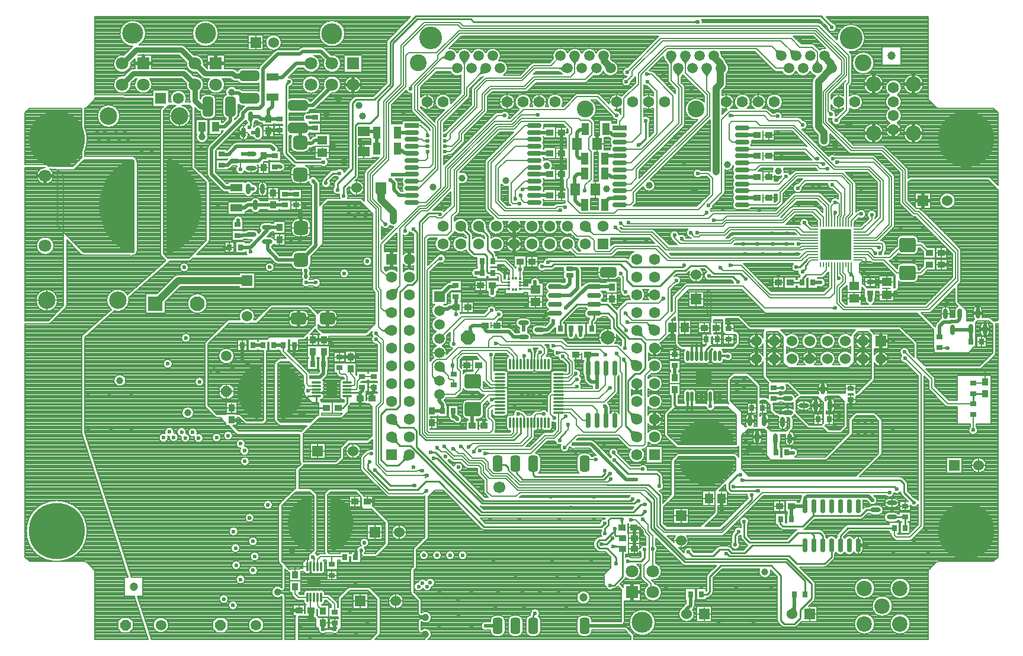
<source format=gtl>
G04*
G04 #@! TF.GenerationSoftware,Altium Limited,Altium Designer,19.1.8 (144)*
G04*
G04 Layer_Physical_Order=1*
G04 Layer_Color=255*
%FSLAX24Y24*%
%MOIN*%
G70*
G01*
G75*
%ADD11C,0.0098*%
%ADD13C,0.0071*%
%ADD14C,0.0079*%
%ADD18C,0.0118*%
%ADD21O,0.0591X0.0281*%
G04:AMPARAMS|DCode=22|XSize=110.2mil|YSize=59.1mil|CornerRadius=14.8mil|HoleSize=0mil|Usage=FLASHONLY|Rotation=0.000|XOffset=0mil|YOffset=0mil|HoleType=Round|Shape=RoundedRectangle|*
%AMROUNDEDRECTD22*
21,1,0.1102,0.0295,0,0,0.0*
21,1,0.0807,0.0591,0,0,0.0*
1,1,0.0295,0.0404,-0.0148*
1,1,0.0295,-0.0404,-0.0148*
1,1,0.0295,-0.0404,0.0148*
1,1,0.0295,0.0404,0.0148*
%
%ADD22ROUNDEDRECTD22*%
%ADD23O,0.0281X0.0591*%
G04:AMPARAMS|DCode=24|XSize=110.2mil|YSize=59.1mil|CornerRadius=14.8mil|HoleSize=0mil|Usage=FLASHONLY|Rotation=270.000|XOffset=0mil|YOffset=0mil|HoleType=Round|Shape=RoundedRectangle|*
%AMROUNDEDRECTD24*
21,1,0.1102,0.0295,0,0,270.0*
21,1,0.0807,0.0591,0,0,270.0*
1,1,0.0295,-0.0148,-0.0404*
1,1,0.0295,-0.0148,0.0404*
1,1,0.0295,0.0148,0.0404*
1,1,0.0295,0.0148,-0.0404*
%
%ADD24ROUNDEDRECTD24*%
%ADD25R,0.0610X0.0728*%
%ADD26O,0.0571X0.0118*%
%ADD27R,0.0728X0.0610*%
%ADD28O,0.0118X0.0571*%
%ADD29R,0.0787X0.0252*%
G04:AMPARAMS|DCode=30|XSize=78.7mil|YSize=25.2mil|CornerRadius=6.3mil|HoleSize=0mil|Usage=FLASHONLY|Rotation=0.000|XOffset=0mil|YOffset=0mil|HoleType=Round|Shape=RoundedRectangle|*
%AMROUNDEDRECTD30*
21,1,0.0787,0.0126,0,0,0.0*
21,1,0.0661,0.0252,0,0,0.0*
1,1,0.0126,0.0331,-0.0063*
1,1,0.0126,-0.0331,-0.0063*
1,1,0.0126,-0.0331,0.0063*
1,1,0.0126,0.0331,0.0063*
%
%ADD30ROUNDEDRECTD30*%
%ADD31O,0.0295X0.0800*%
G04:AMPARAMS|DCode=32|XSize=90.6mil|YSize=55.1mil|CornerRadius=13.8mil|HoleSize=0mil|Usage=FLASHONLY|Rotation=90.000|XOffset=0mil|YOffset=0mil|HoleType=Round|Shape=RoundedRectangle|*
%AMROUNDEDRECTD32*
21,1,0.0906,0.0276,0,0,90.0*
21,1,0.0630,0.0551,0,0,90.0*
1,1,0.0276,0.0138,0.0315*
1,1,0.0276,0.0138,-0.0315*
1,1,0.0276,-0.0138,-0.0315*
1,1,0.0276,-0.0138,0.0315*
%
%ADD32ROUNDEDRECTD32*%
G04:AMPARAMS|DCode=33|XSize=82.7mil|YSize=78.7mil|CornerRadius=19.7mil|HoleSize=0mil|Usage=FLASHONLY|Rotation=180.000|XOffset=0mil|YOffset=0mil|HoleType=Round|Shape=RoundedRectangle|*
%AMROUNDEDRECTD33*
21,1,0.0827,0.0394,0,0,180.0*
21,1,0.0433,0.0787,0,0,180.0*
1,1,0.0394,-0.0217,0.0197*
1,1,0.0394,0.0217,0.0197*
1,1,0.0394,0.0217,-0.0197*
1,1,0.0394,-0.0217,-0.0197*
%
%ADD33ROUNDEDRECTD33*%
%ADD34R,0.0118X0.0157*%
%ADD35R,0.0157X0.0118*%
%ADD36O,0.0177X0.0591*%
%ADD37R,0.1732X0.1732*%
%ADD38R,0.0079X0.0276*%
%ADD39R,0.0276X0.0079*%
%ADD40O,0.0630X0.0118*%
%ADD41O,0.0118X0.0630*%
G04:AMPARAMS|DCode=42|XSize=94.5mil|YSize=59.1mil|CornerRadius=14.8mil|HoleSize=0mil|Usage=FLASHONLY|Rotation=0.000|XOffset=0mil|YOffset=0mil|HoleType=Round|Shape=RoundedRectangle|*
%AMROUNDEDRECTD42*
21,1,0.0945,0.0295,0,0,0.0*
21,1,0.0650,0.0591,0,0,0.0*
1,1,0.0295,0.0325,-0.0148*
1,1,0.0295,-0.0325,-0.0148*
1,1,0.0295,-0.0325,0.0148*
1,1,0.0295,0.0325,0.0148*
%
%ADD42ROUNDEDRECTD42*%
G04:AMPARAMS|DCode=43|XSize=43.3mil|YSize=23.6mil|CornerRadius=5.9mil|HoleSize=0mil|Usage=FLASHONLY|Rotation=0.000|XOffset=0mil|YOffset=0mil|HoleType=Round|Shape=RoundedRectangle|*
%AMROUNDEDRECTD43*
21,1,0.0433,0.0118,0,0,0.0*
21,1,0.0315,0.0236,0,0,0.0*
1,1,0.0118,0.0157,-0.0059*
1,1,0.0118,-0.0157,-0.0059*
1,1,0.0118,-0.0157,0.0059*
1,1,0.0118,0.0157,0.0059*
%
%ADD43ROUNDEDRECTD43*%
%ADD44O,0.0800X0.0295*%
%ADD45O,0.0295X0.0850*%
G04:AMPARAMS|DCode=46|XSize=90.6mil|YSize=82.7mil|CornerRadius=12.4mil|HoleSize=0mil|Usage=FLASHONLY|Rotation=0.000|XOffset=0mil|YOffset=0mil|HoleType=Round|Shape=RoundedRectangle|*
%AMROUNDEDRECTD46*
21,1,0.0906,0.0579,0,0,0.0*
21,1,0.0657,0.0827,0,0,0.0*
1,1,0.0248,0.0329,-0.0289*
1,1,0.0248,-0.0329,-0.0289*
1,1,0.0248,-0.0329,0.0289*
1,1,0.0248,0.0329,0.0289*
%
%ADD46ROUNDEDRECTD46*%
G04:AMPARAMS|DCode=47|XSize=86.6mil|YSize=68.9mil|CornerRadius=17.2mil|HoleSize=0mil|Usage=FLASHONLY|Rotation=0.000|XOffset=0mil|YOffset=0mil|HoleType=Round|Shape=RoundedRectangle|*
%AMROUNDEDRECTD47*
21,1,0.0866,0.0344,0,0,0.0*
21,1,0.0522,0.0689,0,0,0.0*
1,1,0.0344,0.0261,-0.0172*
1,1,0.0344,-0.0261,-0.0172*
1,1,0.0344,-0.0261,0.0172*
1,1,0.0344,0.0261,0.0172*
%
%ADD47ROUNDEDRECTD47*%
%ADD91C,0.0669*%
%ADD92C,0.0630*%
%ADD93C,0.0984*%
%ADD96C,0.0827*%
%ADD103C,0.0709*%
%ADD106C,0.0866*%
%ADD113R,0.0630X0.0630*%
%ADD114R,0.0276X0.0354*%
%ADD115R,0.0354X0.0394*%
%ADD116R,0.0571X0.0453*%
%ADD117R,0.0354X0.0276*%
%ADD118R,0.0689X0.0413*%
%ADD119R,0.0394X0.0354*%
%ADD120R,0.0551X0.0709*%
%ADD121R,0.0413X0.0689*%
%ADD122R,0.0709X0.0551*%
%ADD123R,0.0413X0.0551*%
%ADD124C,0.0000*%
%ADD125R,0.0394X0.0394*%
%ADD126R,0.0394X0.0394*%
%ADD127R,0.0906X0.0965*%
%ADD128R,0.0453X0.0571*%
%ADD129C,0.0472*%
%ADD130C,0.0197*%
%ADD131C,0.0295*%
%ADD132C,0.0394*%
%ADD133C,0.0315*%
%ADD134C,0.0276*%
%ADD135C,0.0138*%
%ADD136C,0.0591*%
%ADD137C,0.0945*%
%ADD138C,0.1280*%
%ADD139P,0.0852X8X202.5*%
%ADD140C,0.0787*%
%ADD141C,0.1181*%
%ADD142R,0.0709X0.0709*%
%ADD143R,0.0630X0.0630*%
%ADD144C,0.0600*%
%ADD145R,0.0600X0.0600*%
%ADD146P,0.0639X8X292.5*%
%ADD147R,0.0827X0.0827*%
%ADD148C,0.3150*%
%ADD149R,0.0600X0.0600*%
%ADD150P,0.0639X8X202.5*%
%ADD151R,0.0591X0.0591*%
%ADD152C,0.0236*%
%ADD153C,0.0394*%
G36*
X38597Y39691D02*
X38590Y39697D01*
X38582Y39703D01*
X38575Y39708D01*
X38566Y39712D01*
X38557Y39716D01*
X38547Y39719D01*
X38537Y39721D01*
X38526Y39723D01*
X38515Y39724D01*
X38503Y39724D01*
Y39823D01*
X38515Y39823D01*
X38526Y39824D01*
X38537Y39826D01*
X38547Y39828D01*
X38557Y39831D01*
X38566Y39835D01*
X38575Y39839D01*
X38582Y39844D01*
X38590Y39850D01*
X38597Y39856D01*
Y39691D01*
D02*
G37*
G36*
X43913Y38192D02*
X43932Y38180D01*
X43954Y38171D01*
X43979Y38162D01*
X44007Y38155D01*
X44039Y38149D01*
X44074Y38145D01*
X44155Y38140D01*
X44200Y38140D01*
X43907Y37847D01*
X43907Y37893D01*
X43903Y37973D01*
X43898Y38008D01*
X43892Y38040D01*
X43885Y38068D01*
X43877Y38094D01*
X43867Y38115D01*
X43855Y38134D01*
X43843Y38149D01*
X43898Y38205D01*
X43913Y38192D01*
D02*
G37*
G36*
X43110D02*
X43129Y38180D01*
X43151Y38171D01*
X43176Y38162D01*
X43204Y38155D01*
X43236Y38149D01*
X43271Y38145D01*
X43351Y38140D01*
X43397Y38140D01*
X43104Y37847D01*
X43104Y37893D01*
X43099Y37973D01*
X43095Y38008D01*
X43089Y38040D01*
X43082Y38068D01*
X43074Y38094D01*
X43064Y38115D01*
X43052Y38134D01*
X43040Y38149D01*
X43095Y38205D01*
X43110Y38192D01*
D02*
G37*
G36*
X24550Y37618D02*
X24528Y37636D01*
X24505Y37652D01*
X24483Y37666D01*
X24461Y37679D01*
X24438Y37689D01*
X24416Y37698D01*
X24394Y37704D01*
X24371Y37709D01*
X24349Y37712D01*
X24327Y37713D01*
Y37791D01*
X24346Y37793D01*
X24363Y37796D01*
X24379Y37802D01*
X24394Y37811D01*
X24407Y37822D01*
X24419Y37835D01*
X24429Y37851D01*
X24439Y37869D01*
X24446Y37890D01*
X24453Y37913D01*
X24550Y37618D01*
D02*
G37*
G36*
X38159Y37602D02*
X38106Y37541D01*
X38084Y37513D01*
X38065Y37487D01*
X38050Y37462D01*
X38039Y37438D01*
X38030Y37415D01*
X38025Y37394D01*
X38024Y37375D01*
X37945D01*
X37943Y37394D01*
X37938Y37415D01*
X37930Y37438D01*
X37918Y37462D01*
X37903Y37487D01*
X37885Y37513D01*
X37863Y37541D01*
X37809Y37602D01*
X37778Y37634D01*
X38191D01*
X38159Y37602D01*
D02*
G37*
G36*
X37356D02*
X37302Y37541D01*
X37281Y37513D01*
X37262Y37487D01*
X37247Y37462D01*
X37236Y37438D01*
X37227Y37415D01*
X37222Y37394D01*
X37220Y37375D01*
X37142D01*
X37140Y37394D01*
X37135Y37415D01*
X37127Y37438D01*
X37115Y37462D01*
X37100Y37487D01*
X37081Y37513D01*
X37060Y37541D01*
X37006Y37602D01*
X36974Y37634D01*
X37388D01*
X37356Y37602D01*
D02*
G37*
G36*
X31939D02*
X31885Y37541D01*
X31863Y37513D01*
X31845Y37487D01*
X31830Y37462D01*
X31818Y37438D01*
X31810Y37415D01*
X31805Y37394D01*
X31803Y37375D01*
X31724D01*
X31723Y37394D01*
X31718Y37415D01*
X31709Y37438D01*
X31698Y37462D01*
X31683Y37487D01*
X31664Y37513D01*
X31642Y37541D01*
X31589Y37602D01*
X31557Y37634D01*
X31970D01*
X31939Y37602D01*
D02*
G37*
G36*
X25718D02*
X25665Y37541D01*
X25643Y37513D01*
X25625Y37487D01*
X25609Y37462D01*
X25598Y37438D01*
X25589Y37415D01*
X25584Y37394D01*
X25583Y37375D01*
X25504D01*
X25502Y37394D01*
X25497Y37415D01*
X25489Y37438D01*
X25477Y37462D01*
X25462Y37487D01*
X25444Y37513D01*
X25422Y37541D01*
X25368Y37602D01*
X25337Y37634D01*
X25750D01*
X25718Y37602D01*
D02*
G37*
G36*
X45449Y37594D02*
X45454Y37573D01*
X45462Y37550D01*
X45474Y37527D01*
X45489Y37501D01*
X45507Y37475D01*
X45529Y37447D01*
X45582Y37387D01*
X45614Y37355D01*
X45201D01*
X45233Y37387D01*
X45286Y37447D01*
X45308Y37475D01*
X45326Y37501D01*
X45341Y37527D01*
X45353Y37550D01*
X45361Y37573D01*
X45366Y37594D01*
X45368Y37614D01*
X45447D01*
X45449Y37594D01*
D02*
G37*
G36*
X46102Y37798D02*
X46105Y37790D01*
X46111Y37781D01*
X46119Y37769D01*
X46130Y37755D01*
X46178Y37702D01*
X46223Y37656D01*
X46210Y37647D01*
X46361Y37398D01*
X45974Y37320D01*
X45975Y37324D01*
X45973Y37331D01*
X45969Y37339D01*
X45961Y37350D01*
X45952Y37363D01*
X45924Y37396D01*
X45861Y37461D01*
X45862Y37461D01*
X45774Y37551D01*
X46102Y37804D01*
X46102Y37798D01*
D02*
G37*
G36*
X40143Y37398D02*
X39755Y37320D01*
X39756Y37324D01*
X39755Y37331D01*
X39750Y37339D01*
X39743Y37350D01*
X39733Y37363D01*
X39705Y37396D01*
X39642Y37461D01*
X39960Y37700D01*
X40143Y37398D01*
D02*
G37*
G36*
X33806Y37437D02*
X33479Y37184D01*
X33479Y37190D01*
X33475Y37198D01*
X33470Y37207D01*
X33461Y37219D01*
X33451Y37233D01*
X33403Y37287D01*
X33358Y37332D01*
X33685Y37562D01*
X33806Y37437D01*
D02*
G37*
G36*
X31151Y36937D02*
X31119Y36969D01*
X31059Y37022D01*
X31031Y37044D01*
X31005Y37062D01*
X30979Y37078D01*
X30956Y37089D01*
X30933Y37098D01*
X30912Y37103D01*
X30892Y37104D01*
Y37183D01*
X30912Y37185D01*
X30933Y37190D01*
X30956Y37198D01*
X30979Y37210D01*
X31005Y37225D01*
X31031Y37243D01*
X31059Y37265D01*
X31119Y37319D01*
X31151Y37350D01*
Y36937D01*
D02*
G37*
G36*
X26745Y36848D02*
X26700Y36848D01*
X26620Y36844D01*
X26584Y36839D01*
X26553Y36833D01*
X26524Y36826D01*
X26499Y36818D01*
X26477Y36808D01*
X26459Y36796D01*
X26444Y36784D01*
X26388Y36839D01*
X26401Y36854D01*
X26412Y36873D01*
X26422Y36895D01*
X26431Y36920D01*
X26438Y36948D01*
X26444Y36980D01*
X26448Y37015D01*
X26453Y37096D01*
X26453Y37141D01*
X26745Y36848D01*
D02*
G37*
G36*
X35920Y36895D02*
X35929Y36888D01*
X35938Y36881D01*
X35947Y36876D01*
X35957Y36871D01*
X35967Y36867D01*
X35977Y36864D01*
X35987Y36862D01*
X35998Y36861D01*
X36009Y36860D01*
Y36781D01*
X35998Y36781D01*
X35987Y36780D01*
X35977Y36778D01*
X35967Y36775D01*
X35957Y36771D01*
X35947Y36766D01*
X35938Y36760D01*
X35929Y36754D01*
X35920Y36746D01*
X35911Y36738D01*
Y36904D01*
X35920Y36895D01*
D02*
G37*
G36*
X46208Y36848D02*
X46204Y36847D01*
X46198Y36843D01*
X46189Y36837D01*
X46166Y36817D01*
X46093Y36747D01*
X46069Y36724D01*
X45791Y37002D01*
X45915Y37141D01*
X46208Y36848D01*
D02*
G37*
G36*
X39364Y36901D02*
X39310Y36841D01*
X39289Y36813D01*
X39270Y36786D01*
X39255Y36761D01*
X39243Y36737D01*
X39235Y36715D01*
X39230Y36694D01*
X39228Y36674D01*
X39150D01*
X39148Y36694D01*
X39143Y36715D01*
X39135Y36737D01*
X39123Y36761D01*
X39108Y36786D01*
X39089Y36813D01*
X39068Y36841D01*
X39014Y36901D01*
X38982Y36933D01*
X39396D01*
X39364Y36901D01*
D02*
G37*
G36*
X37758D02*
X37704Y36841D01*
X37682Y36813D01*
X37664Y36786D01*
X37649Y36761D01*
X37637Y36737D01*
X37629Y36715D01*
X37624Y36694D01*
X37622Y36674D01*
X37543D01*
X37542Y36694D01*
X37537Y36715D01*
X37528Y36737D01*
X37517Y36761D01*
X37501Y36786D01*
X37483Y36813D01*
X37461Y36841D01*
X37408Y36901D01*
X37376Y36933D01*
X37789D01*
X37758Y36901D01*
D02*
G37*
G36*
X15668Y36260D02*
X15659Y36260D01*
X15650Y36258D01*
X15640Y36256D01*
X15631Y36253D01*
X15622Y36249D01*
X15613Y36245D01*
X15604Y36239D01*
X15595Y36233D01*
X15587Y36225D01*
X15578Y36217D01*
X15508Y36287D01*
X15517Y36295D01*
X15524Y36304D01*
X15530Y36313D01*
X15536Y36322D01*
X15541Y36331D01*
X15545Y36340D01*
X15548Y36349D01*
X15550Y36358D01*
X15551Y36367D01*
X15551Y36377D01*
X15668Y36260D01*
D02*
G37*
G36*
X22588Y36154D02*
X22588Y36143D01*
X22589Y36133D01*
X22591Y36122D01*
X22593Y36111D01*
X22596Y36101D01*
X22599Y36091D01*
X22604Y36080D01*
X22608Y36070D01*
X22614Y36060D01*
X22620Y36050D01*
X22469Y36092D01*
X22478Y36097D01*
X22486Y36103D01*
X22493Y36109D01*
X22500Y36115D01*
X22505Y36123D01*
X22509Y36130D01*
X22513Y36139D01*
X22515Y36147D01*
X22517Y36157D01*
X22517Y36167D01*
X22588Y36154D01*
D02*
G37*
G36*
X46088Y34714D02*
X46097Y34708D01*
X46106Y34702D01*
X46115Y34697D01*
X46125Y34692D01*
X46135Y34689D01*
X46145Y34686D01*
X46157Y34684D01*
X46168Y34683D01*
X46180Y34683D01*
X46063Y34566D01*
X46063Y34578D01*
X46062Y34590D01*
X46060Y34601D01*
X46057Y34611D01*
X46054Y34621D01*
X46049Y34631D01*
X46044Y34641D01*
X46038Y34649D01*
X46032Y34658D01*
X46024Y34666D01*
X46080Y34722D01*
X46088Y34714D01*
D02*
G37*
G36*
X29601Y34455D02*
X29591Y34464D01*
X29582Y34472D01*
X29572Y34479D01*
X29563Y34485D01*
X29553Y34490D01*
X29543Y34494D01*
X29533Y34498D01*
X29522Y34500D01*
X29512Y34502D01*
X29502Y34502D01*
Y34573D01*
X29512Y34573D01*
X29522Y34575D01*
X29533Y34577D01*
X29543Y34580D01*
X29553Y34585D01*
X29563Y34590D01*
X29572Y34596D01*
X29582Y34603D01*
X29591Y34611D01*
X29601Y34620D01*
Y34455D01*
D02*
G37*
G36*
X40625Y34553D02*
X40634Y34545D01*
X40643Y34539D01*
X40652Y34533D01*
X40662Y34529D01*
X40672Y34525D01*
X40682Y34522D01*
X40692Y34519D01*
X40703Y34518D01*
X40714Y34518D01*
Y34439D01*
X40703Y34439D01*
X40692Y34437D01*
X40682Y34435D01*
X40672Y34432D01*
X40662Y34428D01*
X40652Y34423D01*
X40643Y34418D01*
X40634Y34411D01*
X40625Y34404D01*
X40616Y34396D01*
Y34561D01*
X40625Y34553D01*
D02*
G37*
G36*
X13596Y34363D02*
X13592Y34354D01*
X13589Y34341D01*
X13586Y34325D01*
X13582Y34283D01*
X13579Y34193D01*
X13579Y34157D01*
X13481D01*
X13480Y34193D01*
X13471Y34341D01*
X13468Y34354D01*
X13464Y34363D01*
X13460Y34369D01*
X13600D01*
X13596Y34363D01*
D02*
G37*
G36*
X13565Y33936D02*
X13559Y33930D01*
X13539Y33908D01*
X13537Y33905D01*
X13536Y33903D01*
X13536Y33901D01*
X13536Y33900D01*
X13446Y33956D01*
X13495Y34006D01*
X13565Y33936D01*
D02*
G37*
G36*
X10886Y33555D02*
X10889Y33517D01*
X10892Y33500D01*
X10896Y33484D01*
X10900Y33470D01*
X10905Y33458D01*
X10911Y33446D01*
X10918Y33436D01*
X10925Y33428D01*
X10650D01*
X10657Y33436D01*
X10664Y33446D01*
X10670Y33458D01*
X10675Y33470D01*
X10679Y33484D01*
X10683Y33500D01*
X10685Y33517D01*
X10687Y33535D01*
X10689Y33576D01*
X10886D01*
X10886Y33555D01*
D02*
G37*
G36*
X23484Y33534D02*
X23486Y33523D01*
X23488Y33513D01*
X23492Y33503D01*
X23496Y33494D01*
X23501Y33486D01*
X23508Y33478D01*
X23515Y33471D01*
X23523Y33465D01*
X23533Y33459D01*
X23373Y33417D01*
X23379Y33427D01*
X23389Y33449D01*
X23393Y33459D01*
X23397Y33470D01*
X23400Y33481D01*
X23402Y33491D01*
X23404Y33502D01*
X23405Y33512D01*
X23405Y33523D01*
X23484Y33545D01*
X23484Y33534D01*
D02*
G37*
G36*
X24606Y33457D02*
X24598Y33449D01*
X24591Y33441D01*
X24586Y33432D01*
X24581Y33423D01*
X24576Y33413D01*
X24573Y33403D01*
X24570Y33392D01*
X24568Y33381D01*
X24567Y33369D01*
X24567Y33357D01*
X24450Y33474D01*
X24462Y33475D01*
X24473Y33476D01*
X24484Y33478D01*
X24495Y33480D01*
X24505Y33484D01*
X24515Y33488D01*
X24524Y33493D01*
X24533Y33499D01*
X24542Y33506D01*
X24550Y33513D01*
X24606Y33457D01*
D02*
G37*
G36*
X23390Y32978D02*
X23381Y32987D01*
X23373Y32994D01*
X23363Y33000D01*
X23354Y33006D01*
X23344Y33011D01*
X23334Y33015D01*
X23324Y33018D01*
X23314Y33020D01*
X23303Y33021D01*
X23292Y33022D01*
Y33100D01*
X23303Y33101D01*
X23314Y33102D01*
X23324Y33104D01*
X23334Y33107D01*
X23344Y33111D01*
X23354Y33116D01*
X23363Y33122D01*
X23373Y33128D01*
X23381Y33135D01*
X23390Y33144D01*
Y32978D01*
D02*
G37*
G36*
X35531Y32903D02*
X35523Y32894D01*
X35509Y32877D01*
X35503Y32868D01*
X35498Y32859D01*
X35493Y32850D01*
X35490Y32841D01*
X35487Y32832D01*
X35485Y32823D01*
X35483Y32814D01*
X35381Y32944D01*
X35390Y32943D01*
X35399Y32943D01*
X35408Y32944D01*
X35417Y32947D01*
X35426Y32950D01*
X35435Y32954D01*
X35444Y32960D01*
X35453Y32966D01*
X35462Y32973D01*
X35471Y32981D01*
X35531Y32903D01*
D02*
G37*
G36*
X24542Y32837D02*
X24551Y32830D01*
X24560Y32824D01*
X24569Y32818D01*
X24579Y32813D01*
X24589Y32809D01*
X24599Y32806D01*
X24609Y32804D01*
X24620Y32803D01*
X24631Y32802D01*
Y32724D01*
X24620Y32723D01*
X24609Y32722D01*
X24599Y32720D01*
X24589Y32717D01*
X24579Y32713D01*
X24569Y32708D01*
X24560Y32702D01*
X24551Y32696D01*
X24542Y32689D01*
X24533Y32680D01*
Y32846D01*
X24542Y32837D01*
D02*
G37*
G36*
X23392Y32675D02*
X23383Y32683D01*
X23374Y32690D01*
X23364Y32696D01*
X23355Y32702D01*
X23345Y32706D01*
X23335Y32710D01*
X23324Y32713D01*
X23314Y32715D01*
X23303Y32716D01*
X23292Y32717D01*
X23287Y32795D01*
X23298Y32796D01*
X23309Y32797D01*
X23319Y32799D01*
X23329Y32803D01*
X23339Y32807D01*
X23348Y32812D01*
X23357Y32817D01*
X23366Y32824D01*
X23374Y32832D01*
X23382Y32840D01*
X23392Y32675D01*
D02*
G37*
G36*
X23549Y32375D02*
X23542Y32366D01*
X23535Y32357D01*
X23529Y32347D01*
X23525Y32338D01*
X23521Y32328D01*
X23518Y32318D01*
X23516Y32307D01*
X23514Y32296D01*
X23514Y32285D01*
X23435D01*
X23435Y32296D01*
X23433Y32307D01*
X23431Y32318D01*
X23428Y32328D01*
X23424Y32338D01*
X23419Y32347D01*
X23414Y32357D01*
X23407Y32366D01*
X23400Y32375D01*
X23392Y32383D01*
X23557D01*
X23549Y32375D01*
D02*
G37*
G36*
X45255Y32139D02*
X45263Y32133D01*
X45271Y32128D01*
X45279Y32124D01*
X45287Y32123D01*
X45295Y32122D01*
X45303Y32124D01*
X45311Y32126D01*
X45319Y32131D01*
X45326Y32136D01*
X45305Y31982D01*
X45302Y31986D01*
X45298Y31991D01*
X45266Y32025D01*
X45211Y32082D01*
X45246Y32147D01*
X45255Y32139D01*
D02*
G37*
G36*
X46609Y31944D02*
X46619Y31936D01*
X46628Y31929D01*
X46638Y31923D01*
X46648Y31917D01*
X46658Y31913D01*
X46668Y31910D01*
X46678Y31907D01*
X46689Y31906D01*
X46699Y31906D01*
Y31835D01*
X46689Y31834D01*
X46678Y31833D01*
X46668Y31830D01*
X46658Y31827D01*
X46648Y31823D01*
X46638Y31818D01*
X46628Y31811D01*
X46619Y31804D01*
X46609Y31796D01*
X46600Y31787D01*
Y31953D01*
X46609Y31944D01*
D02*
G37*
G36*
X45631Y31734D02*
X45629Y31744D01*
X45626Y31753D01*
X45622Y31760D01*
X45617Y31767D01*
X45610Y31773D01*
X45603Y31777D01*
X45595Y31781D01*
X45586Y31783D01*
X45575Y31785D01*
X45564Y31785D01*
X45581Y31856D01*
X45600Y31856D01*
X45701Y31863D01*
X45710Y31864D01*
X45718Y31866D01*
X45631Y31734D01*
D02*
G37*
G36*
X45910Y31423D02*
X45900Y31432D01*
X45891Y31440D01*
X45881Y31447D01*
X45872Y31453D01*
X45862Y31459D01*
X45852Y31463D01*
X45842Y31466D01*
X45831Y31469D01*
X45821Y31470D01*
X45811Y31470D01*
Y31541D01*
X45821Y31542D01*
X45831Y31543D01*
X45842Y31546D01*
X45852Y31549D01*
X45862Y31553D01*
X45872Y31558D01*
X45881Y31564D01*
X45891Y31572D01*
X45900Y31580D01*
X45910Y31589D01*
Y31423D01*
D02*
G37*
G36*
X32372Y30437D02*
X32374Y30426D01*
X32376Y30416D01*
X32379Y30406D01*
X32383Y30396D01*
X32388Y30386D01*
X32393Y30377D01*
X32400Y30368D01*
X32407Y30359D01*
X32415Y30350D01*
X32250D01*
X32258Y30359D01*
X32266Y30368D01*
X32272Y30377D01*
X32278Y30386D01*
X32282Y30396D01*
X32286Y30406D01*
X32289Y30416D01*
X32292Y30426D01*
X32293Y30437D01*
X32293Y30448D01*
X32372D01*
X32372Y30437D01*
D02*
G37*
G36*
X28844Y30431D02*
X28850Y30430D01*
X28978Y30429D01*
X29000Y30358D01*
X28988Y30358D01*
X28978Y30356D01*
X28969Y30354D01*
X28961Y30350D01*
X28954Y30346D01*
X28948Y30341D01*
X28943Y30334D01*
X28940Y30327D01*
X28938Y30319D01*
X28937Y30310D01*
X28841Y30431D01*
X28844Y30431D01*
D02*
G37*
G36*
X28447Y29970D02*
X28449Y29960D01*
X28451Y29950D01*
X28454Y29940D01*
X28459Y29930D01*
X28464Y29920D01*
X28470Y29910D01*
X28477Y29900D01*
X28485Y29891D01*
X28494Y29882D01*
X28329D01*
X28338Y29891D01*
X28346Y29900D01*
X28353Y29910D01*
X28359Y29920D01*
X28364Y29930D01*
X28368Y29940D01*
X28372Y29950D01*
X28374Y29960D01*
X28376Y29970D01*
X28376Y29981D01*
X28447D01*
X28447Y29970D01*
D02*
G37*
G36*
X28819Y29930D02*
X28813Y29920D01*
X28807Y29910D01*
X28803Y29900D01*
X28798Y29889D01*
X28795Y29879D01*
X28793Y29868D01*
X28791Y29858D01*
X28790Y29847D01*
X28789Y29837D01*
X28711Y29823D01*
X28710Y29834D01*
X28709Y29844D01*
X28706Y29855D01*
X28703Y29864D01*
X28699Y29874D01*
X28693Y29882D01*
X28687Y29891D01*
X28680Y29899D01*
X28672Y29906D01*
X28663Y29913D01*
X28826Y29940D01*
X28819Y29930D01*
D02*
G37*
G36*
X21138Y30111D02*
X21122Y30101D01*
X21108Y30083D01*
X21096Y30058D01*
X21086Y30027D01*
X21078Y29988D01*
X21071Y29943D01*
X21067Y29890D01*
X21063Y29764D01*
X20669D01*
X20668Y29830D01*
X20659Y29943D01*
X20651Y29988D01*
X20641Y30027D01*
X20629Y30058D01*
X20615Y30083D01*
X20598Y30101D01*
X20579Y30111D01*
X20557Y30115D01*
X21155D01*
X21138Y30111D01*
D02*
G37*
G36*
X46524Y29630D02*
X46526Y29626D01*
X46529Y29622D01*
X46533Y29619D01*
X46537Y29616D01*
X46543Y29614D01*
X46549Y29612D01*
X46555Y29611D01*
X46563Y29610D01*
X46571Y29610D01*
Y29539D01*
X46559Y29539D01*
X46528Y29537D01*
X46519Y29535D01*
X46512Y29533D01*
X46505Y29531D01*
X46499Y29529D01*
X46495Y29526D01*
X46491Y29523D01*
X46522Y29635D01*
X46524Y29630D01*
D02*
G37*
G36*
X28567Y29455D02*
X28558Y29464D01*
X28548Y29472D01*
X28539Y29479D01*
X28529Y29485D01*
X28519Y29490D01*
X28509Y29494D01*
X28499Y29498D01*
X28489Y29500D01*
X28479Y29502D01*
X28468Y29502D01*
Y29573D01*
X28479Y29573D01*
X28489Y29575D01*
X28499Y29577D01*
X28509Y29580D01*
X28519Y29585D01*
X28529Y29590D01*
X28539Y29596D01*
X28548Y29603D01*
X28558Y29611D01*
X28567Y29620D01*
Y29455D01*
D02*
G37*
G36*
X30876Y29052D02*
X30865Y29059D01*
X30841Y29071D01*
X30830Y29076D01*
X30809Y29083D01*
X30798Y29085D01*
X30788Y29087D01*
X30778Y29088D01*
X30768Y29089D01*
X30749Y29159D01*
X30760Y29160D01*
X30770Y29162D01*
X30780Y29164D01*
X30789Y29168D01*
X30798Y29173D01*
X30807Y29179D01*
X30814Y29185D01*
X30822Y29193D01*
X30829Y29202D01*
X30835Y29213D01*
X30876Y29052D01*
D02*
G37*
G36*
X39192Y28907D02*
X39179Y28907D01*
X39166Y28906D01*
X39155Y28904D01*
X39143Y28902D01*
X39133Y28899D01*
X39123Y28895D01*
X39113Y28890D01*
X39104Y28884D01*
X39096Y28878D01*
X39088Y28871D01*
X39038Y28921D01*
X39045Y28929D01*
X39052Y28937D01*
X39057Y28946D01*
X39062Y28955D01*
X39066Y28965D01*
X39069Y28976D01*
X39072Y28987D01*
X39074Y28999D01*
X39075Y29011D01*
X39075Y29024D01*
X39192Y28907D01*
D02*
G37*
G36*
X46467Y28919D02*
X46457Y28913D01*
X46448Y28907D01*
X46440Y28901D01*
X46433Y28893D01*
X46427Y28886D01*
X46422Y28877D01*
X46418Y28868D01*
X46416Y28858D01*
X46414Y28848D01*
X46413Y28837D01*
X46343Y28863D01*
X46342Y28873D01*
X46341Y28883D01*
X46340Y28893D01*
X46338Y28903D01*
X46331Y28925D01*
X46327Y28937D01*
X46317Y28961D01*
X46311Y28974D01*
X46467Y28919D01*
D02*
G37*
G36*
X39661Y28676D02*
X39670Y28668D01*
X39680Y28661D01*
X39689Y28655D01*
X39699Y28650D01*
X39709Y28645D01*
X39719Y28642D01*
X39730Y28640D01*
X39740Y28638D01*
X39750Y28638D01*
Y28567D01*
X39740Y28566D01*
X39730Y28565D01*
X39719Y28563D01*
X39709Y28559D01*
X39699Y28555D01*
X39689Y28550D01*
X39680Y28544D01*
X39670Y28537D01*
X39661Y28529D01*
X39651Y28520D01*
Y28685D01*
X39661Y28676D01*
D02*
G37*
G36*
X21015Y28514D02*
X21024Y28508D01*
X21033Y28502D01*
X21042Y28497D01*
X21052Y28493D01*
X21063Y28490D01*
X21074Y28487D01*
X21086Y28486D01*
X21098Y28484D01*
X21111Y28484D01*
X20994Y28367D01*
X20994Y28380D01*
X20993Y28393D01*
X20991Y28404D01*
X20989Y28416D01*
X20985Y28426D01*
X20981Y28436D01*
X20976Y28446D01*
X20971Y28455D01*
X20964Y28463D01*
X20957Y28471D01*
X21007Y28521D01*
X21015Y28514D01*
D02*
G37*
G36*
X44778Y28386D02*
X44779Y28384D01*
X44780Y28382D01*
X44782Y28380D01*
X44788Y28373D01*
X44808Y28352D01*
X44739Y28282D01*
X44694Y28328D01*
X44778Y28387D01*
X44778Y28386D01*
D02*
G37*
G36*
X22250Y28155D02*
X22252Y28145D01*
X22254Y28135D01*
X22258Y28125D01*
X22262Y28115D01*
X22267Y28105D01*
X22273Y28095D01*
X22280Y28085D01*
X22288Y28076D01*
X22297Y28067D01*
X22132D01*
X22141Y28076D01*
X22149Y28085D01*
X22156Y28095D01*
X22162Y28105D01*
X22167Y28115D01*
X22172Y28125D01*
X22175Y28135D01*
X22177Y28145D01*
X22179Y28155D01*
X22179Y28166D01*
X22250D01*
X22250Y28155D01*
D02*
G37*
G36*
X34183Y28175D02*
X34184Y28162D01*
X34186Y28151D01*
X34189Y28139D01*
X34192Y28129D01*
X34196Y28119D01*
X34201Y28109D01*
X34206Y28100D01*
X34213Y28092D01*
X34220Y28084D01*
X34170Y28034D01*
X34162Y28041D01*
X34154Y28048D01*
X34145Y28053D01*
X34135Y28058D01*
X34125Y28062D01*
X34114Y28065D01*
X34103Y28068D01*
X34091Y28070D01*
X34079Y28071D01*
X34066Y28071D01*
X34183Y28188D01*
X34183Y28175D01*
D02*
G37*
G36*
X32658Y28205D02*
X32667Y28078D01*
X32672Y28043D01*
X32680Y28013D01*
X32688Y27986D01*
X32698Y27963D01*
X32710Y27943D01*
X32722Y27928D01*
X32672Y27878D01*
X32657Y27891D01*
X32638Y27902D01*
X32615Y27912D01*
X32588Y27921D01*
X32557Y27928D01*
X32522Y27934D01*
X32442Y27941D01*
X32396Y27943D01*
X32346Y27943D01*
X32657Y28255D01*
X32658Y28205D01*
D02*
G37*
G36*
X26658Y28208D02*
X26663Y28126D01*
X26668Y28089D01*
X26675Y28056D01*
X26683Y28026D01*
X26692Y27999D01*
X26704Y27976D01*
X26717Y27956D01*
X26731Y27939D01*
X26661Y27869D01*
X26645Y27884D01*
X26624Y27897D01*
X26601Y27908D01*
X26574Y27918D01*
X26544Y27926D01*
X26511Y27932D01*
X26475Y27937D01*
X26392Y27943D01*
X26346Y27943D01*
X26657Y28255D01*
X26658Y28208D01*
D02*
G37*
G36*
X38403Y27856D02*
X38403Y27844D01*
X38404Y27833D01*
X38405Y27822D01*
X38408Y27812D01*
X38412Y27802D01*
X38416Y27792D01*
X38421Y27783D01*
X38428Y27775D01*
X38435Y27767D01*
X38378Y27723D01*
X38371Y27730D01*
X38363Y27736D01*
X38354Y27742D01*
X38345Y27747D01*
X38334Y27752D01*
X38324Y27756D01*
X38312Y27759D01*
X38300Y27762D01*
X38288Y27765D01*
X38275Y27766D01*
X38405Y27869D01*
X38403Y27856D01*
D02*
G37*
G36*
X37416Y27646D02*
X37414Y27644D01*
X37413Y27641D01*
X37411Y27637D01*
X37410Y27633D01*
X37409Y27627D01*
X37408Y27621D01*
X37408Y27607D01*
X37407Y27598D01*
X37337D01*
X37337Y27607D01*
X37335Y27627D01*
X37334Y27633D01*
X37333Y27637D01*
X37331Y27641D01*
X37330Y27644D01*
X37328Y27646D01*
X37326Y27647D01*
X37418D01*
X37416Y27646D01*
D02*
G37*
G36*
X37894Y27545D02*
X37895Y27533D01*
X37897Y27521D01*
X37899Y27510D01*
X37903Y27499D01*
X37907Y27489D01*
X37911Y27479D01*
X37917Y27470D01*
X37923Y27462D01*
X37930Y27454D01*
X37880Y27404D01*
X37873Y27411D01*
X37864Y27418D01*
X37855Y27423D01*
X37846Y27428D01*
X37836Y27432D01*
X37825Y27435D01*
X37814Y27438D01*
X37802Y27440D01*
X37790Y27441D01*
X37777Y27441D01*
X37894Y27558D01*
X37894Y27545D01*
D02*
G37*
G36*
X44405Y27354D02*
X44441Y27340D01*
X44452Y27337D01*
X44473Y27332D01*
X44484Y27330D01*
X44493Y27329D01*
X44503Y27329D01*
X44529Y27258D01*
X44518Y27257D01*
X44508Y27256D01*
X44498Y27253D01*
X44489Y27249D01*
X44481Y27244D01*
X44473Y27239D01*
X44466Y27232D01*
X44459Y27223D01*
X44453Y27214D01*
X44448Y27204D01*
X44393Y27360D01*
X44405Y27354D01*
D02*
G37*
G36*
X13544Y26982D02*
X13545Y26972D01*
X13547Y26961D01*
X13550Y26951D01*
X13554Y26941D01*
X13559Y26931D01*
X13565Y26922D01*
X13571Y26913D01*
X13578Y26904D01*
X13587Y26895D01*
X13421D01*
X13429Y26904D01*
X13437Y26913D01*
X13443Y26922D01*
X13449Y26931D01*
X13454Y26941D01*
X13458Y26951D01*
X13461Y26961D01*
X13463Y26972D01*
X13464Y26982D01*
X13465Y26993D01*
X13543D01*
X13544Y26982D01*
D02*
G37*
G36*
X49093Y26861D02*
X49086Y26853D01*
X49080Y26844D01*
X49074Y26835D01*
X49070Y26826D01*
X49067Y26816D01*
X49064Y26805D01*
X49063Y26795D01*
X49062Y26783D01*
X49062Y26771D01*
X49064Y26759D01*
X48932Y26859D01*
X48946Y26861D01*
X48970Y26867D01*
X48982Y26870D01*
X48992Y26875D01*
X49002Y26879D01*
X49012Y26885D01*
X49021Y26890D01*
X49029Y26897D01*
X49036Y26904D01*
X49093Y26861D01*
D02*
G37*
G36*
X9040Y32011D02*
X9344Y31858D01*
X9558Y31737D01*
X9759Y31595D01*
X9944Y31433D01*
X10112Y31253D01*
X10260Y31057D01*
X10388Y30847D01*
X10494Y30625D01*
X10553Y30484D01*
X10631Y30272D01*
X10689Y30054D01*
X10698Y30014D01*
X10742Y29766D01*
X10764Y29516D01*
Y29264D01*
X10742Y29014D01*
X10698Y28766D01*
X10687Y28717D01*
X10631Y28508D01*
X10557Y28304D01*
X10495Y28156D01*
X10389Y27933D01*
X10260Y27723D01*
X10112Y27527D01*
X9943Y27346D01*
X9758Y27184D01*
X9557Y27042D01*
X9343Y26920D01*
X9040Y26769D01*
X8967Y26749D01*
X8892Y26760D01*
X8828Y26800D01*
X8785Y26862D01*
X8770Y26936D01*
Y31844D01*
X8785Y31918D01*
X8828Y31980D01*
X8892Y32019D01*
X8967Y32030D01*
X9040Y32011D01*
D02*
G37*
G36*
X6875Y32019D02*
X6940Y31980D01*
X6983Y31918D01*
X6998Y31844D01*
Y26936D01*
X6983Y26862D01*
X6940Y26800D01*
X6875Y26760D01*
X6801Y26749D01*
X6728Y26769D01*
X6424Y26921D01*
X6210Y27042D01*
X6009Y27184D01*
X5824Y27346D01*
X5656Y27526D01*
X5508Y27722D01*
X5380Y27932D01*
X5274Y28154D01*
X5215Y28296D01*
X5137Y28508D01*
X5079Y28726D01*
X5070Y28766D01*
X5026Y29014D01*
X5004Y29264D01*
Y29515D01*
X5026Y29766D01*
X5070Y30014D01*
X5081Y30062D01*
X5137Y30272D01*
X5211Y30475D01*
X5273Y30624D01*
X5379Y30846D01*
X5507Y31057D01*
X5656Y31253D01*
X5824Y31433D01*
X6010Y31595D01*
X6211Y31738D01*
X6425Y31859D01*
X6728Y32011D01*
X6801Y32030D01*
X6875Y32019D01*
D02*
G37*
G36*
X48574Y26890D02*
X48583Y26884D01*
X48592Y26878D01*
X48601Y26873D01*
X48611Y26869D01*
X48622Y26866D01*
X48633Y26863D01*
X48645Y26861D01*
X48657Y26860D01*
X48670Y26860D01*
X48553Y26743D01*
X48553Y26756D01*
X48552Y26769D01*
X48550Y26780D01*
X48548Y26792D01*
X48544Y26802D01*
X48540Y26812D01*
X48535Y26822D01*
X48530Y26831D01*
X48524Y26839D01*
X48516Y26847D01*
X48567Y26897D01*
X48574Y26890D01*
D02*
G37*
G36*
X30431Y26250D02*
X30419Y26250D01*
X30408Y26249D01*
X30398Y26247D01*
X30389Y26244D01*
X30382Y26241D01*
X30376Y26237D01*
X30371Y26233D01*
X30367Y26228D01*
X30365Y26222D01*
X30364Y26215D01*
X30268Y26337D01*
X30405Y26348D01*
X30431Y26250D01*
D02*
G37*
G36*
X40605Y26137D02*
X40615Y26129D01*
X40625Y26122D01*
X40634Y26115D01*
X40644Y26110D01*
X40654Y26106D01*
X40664Y26103D01*
X40674Y26100D01*
X40685Y26099D01*
X40695Y26098D01*
Y26028D01*
X40685Y26027D01*
X40674Y26026D01*
X40664Y26023D01*
X40654Y26020D01*
X40644Y26016D01*
X40634Y26011D01*
X40625Y26004D01*
X40615Y25997D01*
X40605Y25989D01*
X40596Y25980D01*
Y26146D01*
X40605Y26137D01*
D02*
G37*
G36*
X44314Y26031D02*
X44321Y26025D01*
X44329Y26020D01*
X44338Y26016D01*
X44347Y26012D01*
X44356Y26009D01*
X44367Y26007D01*
X44377Y26005D01*
X44389Y26004D01*
X44401Y26004D01*
Y25906D01*
X44389Y25905D01*
X44377Y25904D01*
X44367Y25903D01*
X44356Y25900D01*
X44347Y25897D01*
X44338Y25893D01*
X44329Y25889D01*
X44321Y25884D01*
X44314Y25878D01*
X44307Y25872D01*
Y26037D01*
X44314Y26031D01*
D02*
G37*
G36*
X40079Y25913D02*
X40080Y25900D01*
X40082Y25888D01*
X40085Y25877D01*
X40088Y25867D01*
X40092Y25857D01*
X40097Y25847D01*
X40103Y25838D01*
X40109Y25830D01*
X40116Y25822D01*
X40067Y25771D01*
X40059Y25778D01*
X40051Y25785D01*
X40042Y25790D01*
X40032Y25795D01*
X40022Y25799D01*
X40012Y25802D01*
X40000Y25805D01*
X39989Y25806D01*
X39976Y25807D01*
X39964Y25807D01*
X40079Y25926D01*
X40079Y25913D01*
D02*
G37*
G36*
X44725Y25795D02*
X44717Y25786D01*
X44710Y25777D01*
X44703Y25769D01*
X44699Y25760D01*
X44695Y25751D01*
X44692Y25742D01*
X44690Y25733D01*
X44690Y25724D01*
X44690Y25716D01*
X44692Y25707D01*
X44552Y25795D01*
X44560Y25797D01*
X44569Y25800D01*
X44577Y25803D01*
X44586Y25807D01*
X44595Y25812D01*
X44603Y25818D01*
X44612Y25824D01*
X44629Y25839D01*
X44638Y25847D01*
X44725Y25795D01*
D02*
G37*
G36*
X47358Y25717D02*
X47359Y25706D01*
X47360Y25696D01*
X47362Y25686D01*
X47366Y25675D01*
X47370Y25665D01*
X47375Y25655D01*
X47381Y25646D01*
X47388Y25636D01*
X47396Y25626D01*
X47405Y25617D01*
X47286Y25619D01*
X47202Y25535D01*
X47202Y25548D01*
X47201Y25560D01*
X47199Y25572D01*
X47197Y25583D01*
X47193Y25594D01*
X47189Y25604D01*
X47185Y25614D01*
X47179Y25623D01*
X47173Y25631D01*
X47166Y25639D01*
X47216Y25689D01*
X47223Y25682D01*
X47232Y25675D01*
X47241Y25670D01*
X47250Y25665D01*
X47260Y25661D01*
X47270Y25658D01*
X47275Y25667D01*
X47280Y25677D01*
X47283Y25687D01*
X47285Y25697D01*
X47287Y25708D01*
X47287Y25718D01*
X47358Y25717D01*
D02*
G37*
G36*
X41297Y25439D02*
X41306Y25432D01*
X41315Y25426D01*
X41324Y25420D01*
X41333Y25415D01*
X41342Y25411D01*
X41351Y25408D01*
X41360Y25406D01*
X41369Y25405D01*
X41379Y25405D01*
X41262Y25288D01*
X41262Y25297D01*
X41260Y25306D01*
X41258Y25316D01*
X41255Y25325D01*
X41251Y25334D01*
X41247Y25343D01*
X41241Y25352D01*
X41235Y25360D01*
X41227Y25369D01*
X41219Y25378D01*
X41289Y25447D01*
X41297Y25439D01*
D02*
G37*
G36*
X27203Y24975D02*
X27214Y24970D01*
X27228Y24966D01*
X27245Y24962D01*
X27265Y24958D01*
X27315Y24954D01*
X27377Y24951D01*
X27413Y24951D01*
Y24872D01*
X27377Y24872D01*
X27265Y24864D01*
X27245Y24861D01*
X27228Y24857D01*
X27214Y24853D01*
X27203Y24848D01*
X27196Y24842D01*
Y24981D01*
X27203Y24975D01*
D02*
G37*
G36*
X29468Y24645D02*
X29460Y24651D01*
X29449Y24656D01*
X29436Y24660D01*
X29418Y24664D01*
X29398Y24668D01*
X29349Y24672D01*
X29286Y24675D01*
X29250Y24675D01*
Y24754D01*
X29286Y24754D01*
X29398Y24762D01*
X29418Y24765D01*
X29436Y24769D01*
X29449Y24773D01*
X29460Y24778D01*
X29468Y24784D01*
Y24645D01*
D02*
G37*
G36*
X34528Y24691D02*
X34549Y24673D01*
X34553Y24671D01*
X34557Y24669D01*
X34560Y24668D01*
X34562Y24667D01*
X34564Y24668D01*
X34496Y24599D01*
X34496Y24601D01*
X34496Y24604D01*
X34495Y24607D01*
X34493Y24610D01*
X34490Y24614D01*
X34487Y24619D01*
X34478Y24630D01*
X34466Y24642D01*
X34521Y24698D01*
X34528Y24691D01*
D02*
G37*
G36*
X21829Y24724D02*
X21816Y24709D01*
X21804Y24689D01*
X21794Y24666D01*
X21785Y24639D01*
X21777Y24608D01*
X21771Y24574D01*
X21767Y24536D01*
X21762Y24450D01*
X21762Y24401D01*
X21450Y24713D01*
X21499Y24713D01*
X21623Y24722D01*
X21658Y24728D01*
X21688Y24736D01*
X21715Y24745D01*
X21738Y24755D01*
X21758Y24767D01*
X21774Y24780D01*
X21829Y24724D01*
D02*
G37*
G36*
X36751Y24075D02*
X36739Y24075D01*
X36727Y24073D01*
X36716Y24072D01*
X36706Y24069D01*
X36696Y24065D01*
X36686Y24061D01*
X36676Y24056D01*
X36667Y24050D01*
X36659Y24044D01*
X36651Y24036D01*
X36595Y24092D01*
X36603Y24100D01*
X36609Y24108D01*
X36615Y24117D01*
X36620Y24127D01*
X36625Y24136D01*
X36628Y24147D01*
X36631Y24157D01*
X36633Y24168D01*
X36634Y24180D01*
X36634Y24192D01*
X36751Y24075D01*
D02*
G37*
G36*
X46343Y23569D02*
X46334Y23577D01*
X46325Y23584D01*
X46316Y23591D01*
X46307Y23597D01*
X46297Y23601D01*
X46287Y23605D01*
X46277Y23608D01*
X46267Y23610D01*
X46256Y23612D01*
X46245Y23612D01*
Y23691D01*
X46256Y23691D01*
X46267Y23693D01*
X46277Y23695D01*
X46287Y23698D01*
X46297Y23702D01*
X46307Y23707D01*
X46316Y23712D01*
X46325Y23719D01*
X46334Y23726D01*
X46343Y23734D01*
Y23569D01*
D02*
G37*
G36*
X25143Y23624D02*
X25137Y23613D01*
X25133Y23599D01*
X25129Y23582D01*
X25126Y23562D01*
X25121Y23512D01*
X25119Y23454D01*
X25120Y23444D01*
X25122Y23434D01*
X25125Y23423D01*
X25128Y23413D01*
X25133Y23403D01*
X25138Y23393D01*
X25144Y23384D01*
X25151Y23374D01*
X25158Y23365D01*
X24994Y23378D01*
X25002Y23386D01*
X25010Y23394D01*
X25017Y23403D01*
X25023Y23412D01*
X25028Y23421D01*
X25032Y23431D01*
X25035Y23440D01*
X25038Y23451D01*
X25038Y23458D01*
X25032Y23562D01*
X25028Y23582D01*
X25025Y23599D01*
X25020Y23613D01*
X25015Y23624D01*
X25009Y23631D01*
X25148D01*
X25143Y23624D01*
D02*
G37*
G36*
X21135Y23353D02*
X21131Y23374D01*
X21126Y23393D01*
X21118Y23409D01*
X21110Y23424D01*
X21099Y23436D01*
X21088Y23446D01*
X21074Y23454D01*
X21059Y23459D01*
X21043Y23463D01*
X21024Y23464D01*
Y23542D01*
X21047Y23543D01*
X21070Y23546D01*
X21092Y23550D01*
X21113Y23556D01*
X21134Y23564D01*
X21155Y23574D01*
X21175Y23585D01*
X21195Y23598D01*
X21214Y23613D01*
X21233Y23629D01*
X21135Y23353D01*
D02*
G37*
G36*
X34740Y23313D02*
X34740Y23302D01*
X34740Y23292D01*
X34742Y23281D01*
X34744Y23272D01*
X34747Y23262D01*
X34752Y23253D01*
X34758Y23244D01*
X34764Y23235D01*
X34772Y23227D01*
X34705Y23182D01*
X34698Y23189D01*
X34689Y23196D01*
X34681Y23202D01*
X34671Y23208D01*
X34662Y23213D01*
X34652Y23217D01*
X34641Y23221D01*
X34630Y23225D01*
X34618Y23228D01*
X34606Y23230D01*
X34742Y23324D01*
X34740Y23313D01*
D02*
G37*
G36*
X34821Y22891D02*
X34825Y22882D01*
X34831Y22875D01*
X34837Y22868D01*
X34844Y22863D01*
X34852Y22858D01*
X34861Y22855D01*
X34871Y22852D01*
X34881Y22851D01*
X34893Y22850D01*
X34849Y22772D01*
X34838Y22771D01*
X34807Y22769D01*
X34796Y22767D01*
X34776Y22763D01*
X34766Y22760D01*
X34745Y22753D01*
X34817Y22900D01*
X34821Y22891D01*
D02*
G37*
G36*
X34608Y22563D02*
X34624Y22550D01*
X34633Y22544D01*
X34652Y22533D01*
X34662Y22528D01*
X34684Y22518D01*
X34696Y22514D01*
X34546Y22443D01*
X34549Y22453D01*
X34551Y22463D01*
X34552Y22473D01*
X34552Y22483D01*
X34550Y22492D01*
X34547Y22501D01*
X34543Y22510D01*
X34538Y22519D01*
X34531Y22528D01*
X34524Y22536D01*
X34601Y22570D01*
X34608Y22563D01*
D02*
G37*
G36*
X35929Y22767D02*
X35949Y22755D01*
X35972Y22745D01*
X35999Y22736D01*
X36029Y22728D01*
X36064Y22722D01*
X36101Y22718D01*
X36188Y22713D01*
X36237Y22713D01*
X35925Y22401D01*
X35925Y22450D01*
X35916Y22574D01*
X35910Y22608D01*
X35902Y22639D01*
X35893Y22666D01*
X35883Y22689D01*
X35871Y22709D01*
X35858Y22724D01*
X35913Y22780D01*
X35929Y22767D01*
D02*
G37*
G36*
X25993Y22519D02*
X25993Y22473D01*
X25999Y22394D01*
X26004Y22361D01*
X26010Y22332D01*
X26017Y22308D01*
X26026Y22288D01*
X26036Y22272D01*
X26048Y22260D01*
X26061Y22253D01*
X25727Y22379D01*
X25740Y22376D01*
X25752Y22378D01*
X25762Y22384D01*
X25771Y22394D01*
X25779Y22409D01*
X25785Y22428D01*
X25790Y22451D01*
X25793Y22479D01*
X25795Y22511D01*
X25796Y22548D01*
X25993Y22519D01*
D02*
G37*
G36*
X21232Y22166D02*
X21195Y22199D01*
X21095Y22279D01*
X21066Y22298D01*
X21039Y22314D01*
X21013Y22327D01*
X20989Y22335D01*
X20967Y22341D01*
X20947Y22343D01*
X20944Y22421D01*
X20965Y22423D01*
X20988Y22429D01*
X21011Y22438D01*
X21036Y22451D01*
X21062Y22467D01*
X21090Y22488D01*
X21119Y22512D01*
X21180Y22571D01*
X21212Y22606D01*
X21232Y22166D01*
D02*
G37*
G36*
X20695Y22201D02*
X20694Y22190D01*
X20695Y22179D01*
X20696Y22169D01*
X20699Y22159D01*
X20702Y22150D01*
X20707Y22141D01*
X20712Y22132D01*
X20719Y22123D01*
X20726Y22115D01*
X20660Y22070D01*
X20652Y22077D01*
X20644Y22084D01*
X20635Y22090D01*
X20626Y22095D01*
X20616Y22101D01*
X20606Y22105D01*
X20596Y22109D01*
X20585Y22113D01*
X20573Y22115D01*
X20561Y22118D01*
X20697Y22212D01*
X20695Y22201D01*
D02*
G37*
G36*
X35555Y22346D02*
X35565Y22221D01*
X35571Y22187D01*
X35578Y22156D01*
X35587Y22129D01*
X35597Y22106D01*
X35609Y22087D01*
X35623Y22071D01*
X35567Y22015D01*
X35551Y22028D01*
X35532Y22040D01*
X35508Y22051D01*
X35482Y22060D01*
X35451Y22067D01*
X35417Y22073D01*
X35379Y22078D01*
X35292Y22082D01*
X35243Y22083D01*
X35555Y22394D01*
X35555Y22346D01*
D02*
G37*
G36*
X30644Y21590D02*
X30653Y21583D01*
X30662Y21576D01*
X30672Y21571D01*
X30681Y21566D01*
X30691Y21562D01*
X30701Y21559D01*
X30712Y21557D01*
X30722Y21556D01*
X30733Y21555D01*
Y21476D01*
X30722Y21476D01*
X30712Y21475D01*
X30701Y21472D01*
X30691Y21469D01*
X30681Y21466D01*
X30672Y21461D01*
X30662Y21455D01*
X30653Y21449D01*
X30644Y21441D01*
X30636Y21433D01*
Y21598D01*
X30644Y21590D01*
D02*
G37*
G36*
X52652Y21325D02*
X52643Y21333D01*
X52634Y21340D01*
X52625Y21347D01*
X52616Y21353D01*
X52606Y21357D01*
X52596Y21361D01*
X52586Y21364D01*
X52576Y21366D01*
X52565Y21368D01*
X52554Y21368D01*
Y21447D01*
X52565Y21447D01*
X52576Y21449D01*
X52586Y21451D01*
X52596Y21454D01*
X52606Y21458D01*
X52616Y21462D01*
X52625Y21468D01*
X52634Y21475D01*
X52643Y21482D01*
X52652Y21490D01*
Y21325D01*
D02*
G37*
G36*
X15428Y21488D02*
X15423Y21477D01*
X15419Y21463D01*
X15415Y21446D01*
X15411Y21426D01*
X15407Y21376D01*
X15404Y21314D01*
X15404Y21278D01*
X15325D01*
X15325Y21314D01*
X15317Y21426D01*
X15314Y21446D01*
X15310Y21463D01*
X15306Y21477D01*
X15301Y21488D01*
X15295Y21495D01*
X15434D01*
X15428Y21488D01*
D02*
G37*
G36*
X30884Y21224D02*
X30893Y21217D01*
X30903Y21211D01*
X30913Y21205D01*
X30923Y21201D01*
X30933Y21197D01*
X30944Y21195D01*
X30954Y21193D01*
X30965Y21191D01*
X30975Y21191D01*
X30982Y21112D01*
X30971Y21112D01*
X30961Y21110D01*
X30950Y21108D01*
X30940Y21105D01*
X30931Y21101D01*
X30921Y21096D01*
X30913Y21090D01*
X30904Y21083D01*
X30896Y21075D01*
X30888Y21066D01*
X30874Y21231D01*
X30884Y21224D01*
D02*
G37*
G36*
X29780Y21048D02*
X29776Y21049D01*
X29772Y21048D01*
X29767Y21047D01*
X29762Y21045D01*
X29756Y21043D01*
X29750Y21039D01*
X29744Y21034D01*
X29737Y21029D01*
X29723Y21015D01*
X29667Y21071D01*
X29674Y21079D01*
X29686Y21092D01*
X29691Y21099D01*
X29694Y21105D01*
X29697Y21110D01*
X29699Y21115D01*
X29700Y21120D01*
X29700Y21125D01*
X29700Y21129D01*
X29780Y21048D01*
D02*
G37*
G36*
X33401Y21173D02*
X33410Y21166D01*
X33419Y21160D01*
X33428Y21155D01*
X33438Y21151D01*
X33448Y21148D01*
X33458Y21145D01*
X33470Y21143D01*
X33481Y21142D01*
X33493Y21142D01*
X33376Y21025D01*
X33376Y21037D01*
X33375Y21048D01*
X33373Y21059D01*
X33370Y21070D01*
X33367Y21080D01*
X33362Y21090D01*
X33357Y21099D01*
X33351Y21108D01*
X33345Y21117D01*
X33337Y21125D01*
X33393Y21180D01*
X33401Y21173D01*
D02*
G37*
G36*
X34220Y21066D02*
X34220Y21055D01*
X34221Y21044D01*
X34223Y21034D01*
X34226Y21024D01*
X34230Y21014D01*
X34234Y21005D01*
X34240Y20996D01*
X34246Y20987D01*
X34254Y20979D01*
X34191Y20930D01*
X34183Y20938D01*
X34175Y20944D01*
X34166Y20950D01*
X34157Y20956D01*
X34147Y20961D01*
X34137Y20965D01*
X34126Y20968D01*
X34115Y20971D01*
X34104Y20973D01*
X34092Y20975D01*
X34221Y21077D01*
X34220Y21066D01*
D02*
G37*
G36*
X28990Y20880D02*
X28982Y20872D01*
X28975Y20863D01*
X28968Y20854D01*
X28962Y20844D01*
X28958Y20835D01*
X28954Y20825D01*
X28951Y20814D01*
X28949Y20804D01*
X28947Y20793D01*
X28947Y20782D01*
X28868Y20782D01*
X28868Y20793D01*
X28866Y20804D01*
X28864Y20814D01*
X28861Y20825D01*
X28857Y20835D01*
X28853Y20844D01*
X28847Y20854D01*
X28840Y20863D01*
X28833Y20872D01*
X28825Y20880D01*
X28990Y20880D01*
D02*
G37*
G36*
X34619Y20696D02*
X34617Y20689D01*
X34616Y20683D01*
X34617Y20676D01*
X34618Y20670D01*
X34621Y20663D01*
X34624Y20656D01*
X34629Y20649D01*
X34634Y20642D01*
X34641Y20635D01*
X34545Y20592D01*
X34536Y20601D01*
X34498Y20635D01*
X34492Y20639D01*
X34481Y20645D01*
X34477Y20647D01*
X34622Y20702D01*
X34619Y20696D01*
D02*
G37*
G36*
X24932Y20585D02*
X24933Y20574D01*
X24935Y20564D01*
X24938Y20553D01*
X24942Y20543D01*
X24947Y20534D01*
X24952Y20524D01*
X24959Y20515D01*
X24966Y20506D01*
X24974Y20498D01*
X24809D01*
X24817Y20506D01*
X24825Y20515D01*
X24831Y20524D01*
X24837Y20534D01*
X24842Y20543D01*
X24845Y20553D01*
X24848Y20564D01*
X24851Y20574D01*
X24852Y20585D01*
X24852Y20596D01*
X24931D01*
X24932Y20585D01*
D02*
G37*
G36*
X34929Y20765D02*
X34949Y20753D01*
X34972Y20743D01*
X34999Y20734D01*
X35029Y20726D01*
X35064Y20720D01*
X35101Y20716D01*
X35188Y20711D01*
X35237Y20711D01*
X34925Y20399D01*
X34925Y20448D01*
X34916Y20572D01*
X34910Y20607D01*
X34902Y20637D01*
X34893Y20664D01*
X34883Y20687D01*
X34871Y20707D01*
X34858Y20722D01*
X34913Y20778D01*
X34929Y20765D01*
D02*
G37*
G36*
X24966Y20320D02*
X24959Y20312D01*
X24952Y20302D01*
X24947Y20293D01*
X24942Y20283D01*
X24938Y20273D01*
X24935Y20263D01*
X24933Y20253D01*
X24932Y20242D01*
X24931Y20231D01*
X24852D01*
X24852Y20242D01*
X24851Y20253D01*
X24848Y20263D01*
X24845Y20273D01*
X24842Y20283D01*
X24837Y20293D01*
X24831Y20302D01*
X24825Y20312D01*
X24817Y20320D01*
X24809Y20329D01*
X24974D01*
X24966Y20320D01*
D02*
G37*
G36*
X24429Y20306D02*
X24434Y20226D01*
X24438Y20191D01*
X24444Y20159D01*
X24451Y20130D01*
X24460Y20105D01*
X24470Y20083D01*
X24481Y20065D01*
X24494Y20050D01*
X24438Y19994D01*
X24423Y20007D01*
X24405Y20018D01*
X24383Y20028D01*
X24358Y20037D01*
X24329Y20044D01*
X24297Y20050D01*
X24262Y20054D01*
X24182Y20059D01*
X24137Y20059D01*
X24429Y20351D01*
X24429Y20306D01*
D02*
G37*
G36*
X31830Y19843D02*
X31818Y19842D01*
X31806Y19841D01*
X31795Y19839D01*
X31784Y19837D01*
X31774Y19833D01*
X31764Y19829D01*
X31755Y19824D01*
X31746Y19818D01*
X31738Y19811D01*
X31730Y19804D01*
X31674Y19860D01*
X31681Y19868D01*
X31688Y19876D01*
X31694Y19885D01*
X31699Y19894D01*
X31703Y19904D01*
X31707Y19914D01*
X31709Y19925D01*
X31711Y19936D01*
X31712Y19948D01*
X31713Y19959D01*
X31830Y19843D01*
D02*
G37*
G36*
X23862Y19756D02*
X23868Y19752D01*
X23873Y19748D01*
X23878Y19745D01*
X23883Y19744D01*
X23888Y19743D01*
X23892Y19743D01*
X23896Y19745D01*
X23899Y19747D01*
X23902Y19750D01*
X23846Y19633D01*
X23846Y19637D01*
X23846Y19643D01*
X23844Y19649D01*
X23841Y19655D01*
X23837Y19662D01*
X23832Y19670D01*
X23826Y19678D01*
X23810Y19697D01*
X23800Y19706D01*
X23856Y19762D01*
X23862Y19756D01*
D02*
G37*
G36*
X26209Y19647D02*
X26195Y19633D01*
X26172Y19606D01*
X26163Y19593D01*
X26154Y19579D01*
X26147Y19566D01*
X26141Y19553D01*
X26137Y19541D01*
X26133Y19528D01*
X26131Y19516D01*
X26022Y19625D01*
X26034Y19627D01*
X26047Y19631D01*
X26059Y19635D01*
X26072Y19641D01*
X26085Y19648D01*
X26098Y19657D01*
X26112Y19666D01*
X26125Y19677D01*
X26153Y19703D01*
X26209Y19647D01*
D02*
G37*
G36*
X43361Y19081D02*
X43354Y19087D01*
X43346Y19093D01*
X43338Y19098D01*
X43330Y19102D01*
X43321Y19106D01*
X43311Y19109D01*
X43301Y19111D01*
X43290Y19113D01*
X43279Y19114D01*
X43267Y19114D01*
X43267Y19212D01*
X43279Y19213D01*
X43290Y19214D01*
X43301Y19216D01*
X43311Y19218D01*
X43321Y19221D01*
X43330Y19225D01*
X43338Y19229D01*
X43346Y19234D01*
X43354Y19240D01*
X43360Y19246D01*
X43361Y19081D01*
D02*
G37*
G36*
X33739Y19055D02*
X33727Y19055D01*
X33716Y19054D01*
X33705Y19052D01*
X33694Y19049D01*
X33684Y19046D01*
X33674Y19042D01*
X33665Y19036D01*
X33656Y19031D01*
X33647Y19024D01*
X33639Y19017D01*
X33583Y19072D01*
X33591Y19080D01*
X33598Y19089D01*
X33603Y19098D01*
X33608Y19107D01*
X33613Y19117D01*
X33616Y19127D01*
X33619Y19138D01*
X33621Y19149D01*
X33622Y19160D01*
X33622Y19172D01*
X33739Y19055D01*
D02*
G37*
G36*
X24211Y18843D02*
X24222Y18838D01*
X24236Y18834D01*
X24253Y18830D01*
X24273Y18826D01*
X24323Y18822D01*
X24385Y18819D01*
X24421Y18819D01*
Y18740D01*
X24385Y18740D01*
X24273Y18733D01*
X24253Y18729D01*
X24236Y18725D01*
X24222Y18721D01*
X24211Y18716D01*
X24203Y18710D01*
Y18849D01*
X24211Y18843D01*
D02*
G37*
G36*
X27139Y18601D02*
X27170Y18592D01*
X27180Y18590D01*
X27201Y18587D01*
X27212Y18586D01*
X27233Y18585D01*
X27275Y18506D01*
X27263Y18506D01*
X27253Y18504D01*
X27243Y18502D01*
X27234Y18498D01*
X27226Y18494D01*
X27219Y18488D01*
X27212Y18482D01*
X27207Y18474D01*
X27202Y18466D01*
X27199Y18456D01*
X27128Y18605D01*
X27139Y18601D01*
D02*
G37*
G36*
X24246Y18505D02*
X24243Y18500D01*
X24240Y18494D01*
X24238Y18485D01*
X24236Y18474D01*
X24234Y18445D01*
X24232Y18408D01*
X24232Y18386D01*
X24035D01*
X24035Y18408D01*
X24030Y18485D01*
X24027Y18494D01*
X24025Y18500D01*
X24022Y18505D01*
X24019Y18507D01*
X24249Y18507D01*
X24246Y18505D01*
D02*
G37*
G36*
X30537Y17600D02*
X30545Y17593D01*
X30554Y17588D01*
X30564Y17582D01*
X30573Y17578D01*
X30584Y17575D01*
X30594Y17572D01*
X30605Y17570D01*
X30617Y17569D01*
X30629Y17569D01*
X30512Y17452D01*
X30512Y17464D01*
X30510Y17475D01*
X30509Y17486D01*
X30506Y17497D01*
X30502Y17507D01*
X30498Y17517D01*
X30493Y17526D01*
X30487Y17535D01*
X30481Y17544D01*
X30473Y17552D01*
X30529Y17607D01*
X30537Y17600D01*
D02*
G37*
G36*
X13992Y20412D02*
X14051Y20368D01*
X14090Y20306D01*
X14104Y20234D01*
Y17628D01*
X14089Y17554D01*
X14049Y17490D01*
X13988Y17445D01*
X13915Y17426D01*
X13840Y17435D01*
X13710Y17475D01*
X13560Y17536D01*
X13420Y17619D01*
X13295Y17723D01*
X13290Y17727D01*
X13141Y17893D01*
X13016Y18077D01*
X12915Y18276D01*
X12843Y18486D01*
X12798Y18705D01*
X12784Y18927D01*
X12798Y19149D01*
X12843Y19368D01*
X12915Y19578D01*
X13016Y19777D01*
X13141Y19961D01*
X13290Y20127D01*
X13293Y20129D01*
X13419Y20234D01*
X13561Y20319D01*
X13714Y20380D01*
X13848Y20422D01*
X13921Y20431D01*
X13992Y20412D01*
D02*
G37*
G36*
X15412Y20420D02*
X15541Y20379D01*
X15692Y20319D01*
X15832Y20235D01*
X15957Y20131D01*
X15962Y20127D01*
X16111Y19961D01*
X16236Y19777D01*
X16337Y19578D01*
X16409Y19368D01*
X16454Y19149D01*
X16468Y18927D01*
X16454Y18705D01*
X16409Y18486D01*
X16337Y18276D01*
X16236Y18077D01*
X16111Y17893D01*
X15962Y17727D01*
X15959Y17725D01*
X15833Y17620D01*
X15691Y17536D01*
X15538Y17474D01*
X15404Y17432D01*
X15331Y17424D01*
X15260Y17443D01*
X15201Y17486D01*
X15162Y17548D01*
X15148Y17620D01*
Y20226D01*
X15163Y20300D01*
X15203Y20364D01*
X15264Y20409D01*
X15337Y20428D01*
X15412Y20420D01*
D02*
G37*
G36*
X31239Y17441D02*
X31227Y17441D01*
X31216Y17440D01*
X31205Y17438D01*
X31194Y17435D01*
X31184Y17432D01*
X31174Y17427D01*
X31165Y17422D01*
X31156Y17416D01*
X31147Y17410D01*
X31139Y17402D01*
X31083Y17458D01*
X31091Y17466D01*
X31098Y17475D01*
X31103Y17483D01*
X31108Y17493D01*
X31113Y17503D01*
X31116Y17513D01*
X31119Y17523D01*
X31121Y17534D01*
X31122Y17546D01*
X31122Y17558D01*
X31239Y17441D01*
D02*
G37*
G36*
X34938Y17768D02*
X34958Y17755D01*
X34982Y17744D01*
X35008Y17734D01*
X35038Y17726D01*
X35071Y17719D01*
X35108Y17714D01*
X35191Y17709D01*
X35237Y17709D01*
X34925Y17397D01*
X34925Y17443D01*
X34920Y17526D01*
X34915Y17562D01*
X34908Y17596D01*
X34900Y17626D01*
X34890Y17652D01*
X34879Y17676D01*
X34866Y17696D01*
X34852Y17713D01*
X34921Y17782D01*
X34938Y17768D01*
D02*
G37*
G36*
X21762Y17344D02*
X21767Y17261D01*
X21772Y17225D01*
X21779Y17192D01*
X21787Y17162D01*
X21797Y17135D01*
X21808Y17112D01*
X21821Y17092D01*
X21835Y17075D01*
X21766Y17005D01*
X21749Y17020D01*
X21729Y17033D01*
X21705Y17044D01*
X21679Y17053D01*
X21649Y17062D01*
X21616Y17068D01*
X21579Y17073D01*
X21496Y17078D01*
X21450Y17079D01*
X21762Y17391D01*
X21762Y17344D01*
D02*
G37*
G36*
X31462Y16994D02*
X31455Y16985D01*
X31448Y16976D01*
X31443Y16966D01*
X31438Y16957D01*
X31434Y16947D01*
X31431Y16936D01*
X31429Y16926D01*
X31428Y16915D01*
X31427Y16904D01*
X31348D01*
X31348Y16915D01*
X31347Y16926D01*
X31345Y16936D01*
X31342Y16947D01*
X31338Y16957D01*
X31333Y16966D01*
X31327Y16976D01*
X31321Y16985D01*
X31313Y16994D01*
X31305Y17002D01*
X31470D01*
X31462Y16994D01*
D02*
G37*
G36*
X34938Y16768D02*
X34958Y16755D01*
X34982Y16744D01*
X35008Y16734D01*
X35038Y16726D01*
X35071Y16719D01*
X35108Y16714D01*
X35191Y16709D01*
X35237Y16709D01*
X34925Y16397D01*
X34925Y16443D01*
X34920Y16526D01*
X34915Y16562D01*
X34908Y16596D01*
X34900Y16626D01*
X34890Y16652D01*
X34879Y16676D01*
X34866Y16696D01*
X34852Y16713D01*
X34921Y16782D01*
X34938Y16768D01*
D02*
G37*
G36*
X39405Y17349D02*
X39624Y17305D01*
X39834Y17232D01*
X40033Y17132D01*
X40217Y17006D01*
X40383Y16857D01*
X40385Y16855D01*
X40490Y16728D01*
X40575Y16587D01*
X40636Y16434D01*
X40678Y16300D01*
X40686Y16227D01*
X40668Y16156D01*
X40624Y16097D01*
X40562Y16058D01*
X40490Y16044D01*
X37884D01*
X37810Y16058D01*
X37746Y16098D01*
X37701Y16159D01*
X37682Y16233D01*
X37691Y16308D01*
X37731Y16437D01*
X37792Y16588D01*
X37875Y16728D01*
X37979Y16853D01*
X37983Y16857D01*
X38149Y17006D01*
X38333Y17132D01*
X38532Y17232D01*
X38742Y17305D01*
X38961Y17349D01*
X39183Y17364D01*
X39405Y17349D01*
D02*
G37*
G36*
X21762Y16342D02*
X21767Y16259D01*
X21772Y16223D01*
X21779Y16190D01*
X21787Y16160D01*
X21797Y16133D01*
X21808Y16110D01*
X21821Y16090D01*
X21835Y16073D01*
X21766Y16003D01*
X21749Y16018D01*
X21729Y16031D01*
X21705Y16042D01*
X21679Y16051D01*
X21649Y16060D01*
X21616Y16066D01*
X21579Y16071D01*
X21496Y16076D01*
X21450Y16077D01*
X21762Y16389D01*
X21762Y16342D01*
D02*
G37*
G36*
X25944Y15908D02*
X25937Y15901D01*
X25930Y15893D01*
X25924Y15884D01*
X25918Y15875D01*
X25912Y15865D01*
X25908Y15855D01*
X25903Y15845D01*
X25899Y15834D01*
X25893Y15810D01*
X25806Y15951D01*
X25817Y15949D01*
X25828Y15948D01*
X25838Y15948D01*
X25848Y15949D01*
X25858Y15951D01*
X25867Y15954D01*
X25877Y15959D01*
X25885Y15964D01*
X25894Y15971D01*
X25902Y15978D01*
X25944Y15908D01*
D02*
G37*
G36*
X25473Y15863D02*
X25474Y15851D01*
X25476Y15840D01*
X25478Y15830D01*
X25482Y15820D01*
X25486Y15810D01*
X25491Y15800D01*
X25497Y15792D01*
X25504Y15783D01*
X25511Y15775D01*
X25455Y15719D01*
X25447Y15727D01*
X25439Y15733D01*
X25430Y15739D01*
X25421Y15744D01*
X25411Y15749D01*
X25401Y15752D01*
X25390Y15755D01*
X25379Y15757D01*
X25367Y15758D01*
X25356Y15758D01*
X25472Y15875D01*
X25473Y15863D01*
D02*
G37*
G36*
X24538Y15843D02*
X24539Y15832D01*
X24541Y15821D01*
X24543Y15810D01*
X24547Y15800D01*
X24551Y15790D01*
X24556Y15781D01*
X24562Y15772D01*
X24569Y15763D01*
X24576Y15755D01*
X24520Y15700D01*
X24512Y15707D01*
X24504Y15714D01*
X24495Y15720D01*
X24486Y15725D01*
X24476Y15729D01*
X24466Y15732D01*
X24455Y15735D01*
X24444Y15737D01*
X24432Y15738D01*
X24420Y15738D01*
X24537Y15855D01*
X24538Y15843D01*
D02*
G37*
G36*
X24124Y15784D02*
X24125Y15773D01*
X24127Y15762D01*
X24130Y15751D01*
X24133Y15741D01*
X24138Y15731D01*
X24143Y15722D01*
X24149Y15713D01*
X24155Y15704D01*
X24163Y15696D01*
X24107Y15641D01*
X24099Y15648D01*
X24090Y15655D01*
X24081Y15660D01*
X24072Y15666D01*
X24062Y15670D01*
X24052Y15673D01*
X24042Y15676D01*
X24030Y15678D01*
X24019Y15679D01*
X24007Y15679D01*
X24124Y15796D01*
X24124Y15784D01*
D02*
G37*
G36*
X26210Y15701D02*
X26202Y15693D01*
X26195Y15684D01*
X26190Y15675D01*
X26186Y15666D01*
X26183Y15657D01*
X26181Y15647D01*
X26180Y15638D01*
X26181Y15628D01*
X26183Y15617D01*
X26185Y15607D01*
X26039Y15684D01*
X26051Y15688D01*
X26073Y15696D01*
X26083Y15701D01*
X26103Y15712D01*
X26111Y15718D01*
X26120Y15725D01*
X26128Y15731D01*
X26135Y15738D01*
X26210Y15701D01*
D02*
G37*
G36*
X25040Y15725D02*
X25041Y15714D01*
X25043Y15703D01*
X25045Y15692D01*
X25049Y15682D01*
X25053Y15672D01*
X25058Y15663D01*
X25064Y15654D01*
X25071Y15645D01*
X25078Y15637D01*
X25022Y15582D01*
X25014Y15589D01*
X25006Y15596D01*
X24997Y15601D01*
X24987Y15606D01*
X24978Y15611D01*
X24968Y15614D01*
X24957Y15617D01*
X24946Y15619D01*
X24934Y15620D01*
X24922Y15620D01*
X25039Y15737D01*
X25040Y15725D01*
D02*
G37*
G36*
X23743Y15598D02*
X23750Y15592D01*
X23758Y15587D01*
X23767Y15583D01*
X23776Y15579D01*
X23785Y15576D01*
X23796Y15574D01*
X23807Y15572D01*
X23818Y15571D01*
X23830Y15571D01*
Y15472D01*
X23818Y15472D01*
X23807Y15471D01*
X23796Y15469D01*
X23785Y15467D01*
X23776Y15464D01*
X23767Y15460D01*
X23758Y15456D01*
X23750Y15451D01*
X23743Y15445D01*
X23736Y15439D01*
Y15604D01*
X23743Y15598D01*
D02*
G37*
G36*
X26825Y15547D02*
X26834Y15540D01*
X26843Y15533D01*
X26853Y15527D01*
X26862Y15523D01*
X26872Y15519D01*
X26882Y15516D01*
X26893Y15514D01*
X26904Y15512D01*
X26915Y15512D01*
Y15433D01*
X26904Y15433D01*
X26893Y15431D01*
X26882Y15429D01*
X26872Y15426D01*
X26862Y15422D01*
X26853Y15417D01*
X26843Y15412D01*
X26834Y15405D01*
X26825Y15398D01*
X26817Y15390D01*
Y15555D01*
X26825Y15547D01*
D02*
G37*
G36*
X34051Y15488D02*
X34051Y15477D01*
X34051Y15467D01*
X34053Y15457D01*
X34055Y15447D01*
X34059Y15437D01*
X34063Y15428D01*
X34069Y15419D01*
X34075Y15410D01*
X34083Y15402D01*
X34016Y15357D01*
X34009Y15364D01*
X34000Y15371D01*
X33992Y15377D01*
X33982Y15383D01*
X33973Y15388D01*
X33963Y15393D01*
X33952Y15397D01*
X33941Y15400D01*
X33929Y15403D01*
X33917Y15405D01*
X34053Y15500D01*
X34051Y15488D01*
D02*
G37*
G36*
X23910Y15263D02*
X23918Y15258D01*
X23925Y15253D01*
X23934Y15248D01*
X23943Y15245D01*
X23953Y15242D01*
X23963Y15239D01*
X23974Y15238D01*
X23985Y15237D01*
X23997Y15236D01*
Y15138D01*
X23985Y15137D01*
X23974Y15136D01*
X23963Y15135D01*
X23953Y15132D01*
X23943Y15129D01*
X23934Y15126D01*
X23925Y15121D01*
X23918Y15116D01*
X23910Y15111D01*
X23903Y15104D01*
Y15270D01*
X23910Y15263D01*
D02*
G37*
G36*
X22438Y15077D02*
X22391Y15076D01*
X22309Y15071D01*
X22272Y15066D01*
X22239Y15060D01*
X22209Y15051D01*
X22182Y15042D01*
X22159Y15031D01*
X22139Y15018D01*
X22122Y15003D01*
X22053Y15073D01*
X22067Y15090D01*
X22080Y15110D01*
X22091Y15133D01*
X22101Y15160D01*
X22109Y15190D01*
X22115Y15223D01*
X22120Y15259D01*
X22126Y15342D01*
X22126Y15389D01*
X22438Y15077D01*
D02*
G37*
G36*
X34115Y15078D02*
X34116Y15069D01*
X34118Y15060D01*
X34121Y15050D01*
X34125Y15041D01*
X34129Y15032D01*
X34135Y15024D01*
X34141Y15015D01*
X34149Y15006D01*
X34157Y14997D01*
X34087Y14928D01*
X34079Y14936D01*
X34070Y14943D01*
X34061Y14950D01*
X34052Y14955D01*
X34043Y14960D01*
X34034Y14964D01*
X34025Y14967D01*
X34016Y14969D01*
X34007Y14970D01*
X33997Y14970D01*
X34114Y15087D01*
X34115Y15078D01*
D02*
G37*
G36*
X23085Y14425D02*
X23076Y14433D01*
X23067Y14441D01*
X23058Y14447D01*
X23049Y14453D01*
X23039Y14458D01*
X23029Y14462D01*
X23019Y14465D01*
X23009Y14467D01*
X22998Y14468D01*
X22987Y14468D01*
Y14547D01*
X22998Y14548D01*
X23009Y14549D01*
X23019Y14551D01*
X23029Y14554D01*
X23039Y14558D01*
X23049Y14563D01*
X23058Y14568D01*
X23067Y14575D01*
X23076Y14582D01*
X23085Y14591D01*
Y14425D01*
D02*
G37*
G36*
X20629Y14520D02*
X20630Y14511D01*
X20632Y14502D01*
X20635Y14492D01*
X20638Y14483D01*
X20643Y14474D01*
X20648Y14466D01*
X20654Y14457D01*
X20662Y14448D01*
X20670Y14439D01*
X20596Y14374D01*
X20587Y14382D01*
X20578Y14390D01*
X20570Y14396D01*
X20561Y14402D01*
X20552Y14407D01*
X20543Y14411D01*
X20534Y14414D01*
X20525Y14417D01*
X20515Y14419D01*
X20506Y14419D01*
X20630Y14529D01*
X20629Y14520D01*
D02*
G37*
G36*
X33526Y14407D02*
X33522Y14404D01*
X33518Y14400D01*
X33515Y14394D01*
X33512Y14388D01*
X33509Y14381D01*
X33507Y14373D01*
X33506Y14364D01*
X33505Y14354D01*
X33504Y14331D01*
X33406Y14335D01*
X33405Y14348D01*
X33403Y14381D01*
X33401Y14390D01*
X33399Y14398D01*
X33397Y14404D01*
X33394Y14410D01*
X33391Y14415D01*
X33387Y14418D01*
X33526Y14407D01*
D02*
G37*
G36*
X33714Y14199D02*
X33706Y14201D01*
X33697Y14202D01*
X33688Y14201D01*
X33680Y14200D01*
X33671Y14198D01*
X33662Y14194D01*
X33654Y14189D01*
X33645Y14183D01*
X33636Y14176D01*
X33627Y14168D01*
X33582Y14262D01*
X33590Y14270D01*
X33605Y14287D01*
X33611Y14296D01*
X33622Y14312D01*
X33627Y14320D01*
X33631Y14329D01*
X33634Y14337D01*
X33637Y14345D01*
X33714Y14199D01*
D02*
G37*
G36*
X23361Y14191D02*
X23471Y14127D01*
X23460Y14124D01*
X23449Y14121D01*
X23439Y14117D01*
X23429Y14113D01*
X23420Y14108D01*
X23410Y14102D01*
X23401Y14096D01*
X23393Y14090D01*
X23384Y14083D01*
X23376Y14075D01*
X23309Y14119D01*
X23316Y14127D01*
X23322Y14135D01*
X23327Y14143D01*
X23331Y14152D01*
X23334Y14160D01*
X23335Y14169D01*
X23336Y14179D01*
X23336Y14180D01*
X23334Y14182D01*
X23324Y14187D01*
X23315Y14192D01*
X23305Y14196D01*
X23295Y14199D01*
X23284Y14201D01*
X23274Y14202D01*
X23263Y14203D01*
Y14282D01*
X23274Y14282D01*
X23284Y14283D01*
X23295Y14285D01*
X23305Y14288D01*
X23315Y14292D01*
X23324Y14297D01*
X23334Y14303D01*
X23343Y14309D01*
X23352Y14317D01*
X23361Y14325D01*
Y14191D01*
D02*
G37*
G36*
X41272Y14033D02*
X41280Y14027D01*
X41288Y14022D01*
X41296Y14018D01*
X41305Y14014D01*
X41315Y14011D01*
X41325Y14009D01*
X41336Y14007D01*
X41347Y14006D01*
X41359Y14006D01*
Y13907D01*
X41347Y13907D01*
X41336Y13906D01*
X41325Y13904D01*
X41315Y13902D01*
X41305Y13899D01*
X41296Y13895D01*
X41288Y13891D01*
X41280Y13886D01*
X41272Y13880D01*
X41265Y13874D01*
Y14039D01*
X41272Y14033D01*
D02*
G37*
G36*
X33788Y13898D02*
X33776Y13897D01*
X33765Y13896D01*
X33754Y13894D01*
X33743Y13892D01*
X33733Y13888D01*
X33723Y13884D01*
X33714Y13879D01*
X33705Y13873D01*
X33696Y13866D01*
X33688Y13859D01*
X33633Y13915D01*
X33640Y13923D01*
X33647Y13931D01*
X33653Y13940D01*
X33658Y13950D01*
X33662Y13959D01*
X33665Y13969D01*
X33668Y13980D01*
X33670Y13991D01*
X33671Y14003D01*
X33671Y14015D01*
X33788Y13898D01*
D02*
G37*
G36*
X40556Y14985D02*
X40620Y14945D01*
X40665Y14884D01*
X40684Y14811D01*
X40676Y14736D01*
X40635Y14606D01*
X40574Y14455D01*
X40491Y14316D01*
X40387Y14191D01*
X40383Y14186D01*
X40217Y14037D01*
X40033Y13911D01*
X39834Y13811D01*
X39624Y13738D01*
X39405Y13694D01*
X39183Y13679D01*
X38961Y13694D01*
X38742Y13738D01*
X38532Y13811D01*
X38333Y13911D01*
X38149Y14037D01*
X37983Y14186D01*
X37981Y14188D01*
X37876Y14315D01*
X37791Y14456D01*
X37730Y14609D01*
X37688Y14743D01*
X37680Y14816D01*
X37699Y14887D01*
X37742Y14946D01*
X37804Y14986D01*
X37876Y14999D01*
X40482D01*
X40556Y14985D01*
D02*
G37*
G36*
X22681Y13579D02*
X22675Y13585D01*
X22667Y13591D01*
X22659Y13596D01*
X22651Y13600D01*
X22642Y13604D01*
X22632Y13607D01*
X22622Y13609D01*
X22611Y13611D01*
X22599Y13612D01*
X22588Y13612D01*
Y13711D01*
X22599Y13711D01*
X22611Y13712D01*
X22622Y13714D01*
X22632Y13716D01*
X22642Y13719D01*
X22651Y13723D01*
X22659Y13727D01*
X22667Y13732D01*
X22675Y13738D01*
X22681Y13744D01*
Y13579D01*
D02*
G37*
G36*
X40770Y13659D02*
X40778Y13653D01*
X40786Y13648D01*
X40794Y13644D01*
X40803Y13640D01*
X40813Y13637D01*
X40823Y13635D01*
X40834Y13633D01*
X40845Y13632D01*
X40857Y13632D01*
Y13533D01*
X40845Y13533D01*
X40834Y13532D01*
X40823Y13530D01*
X40813Y13528D01*
X40803Y13525D01*
X40794Y13521D01*
X40786Y13517D01*
X40778Y13512D01*
X40770Y13506D01*
X40763Y13500D01*
Y13665D01*
X40770Y13659D01*
D02*
G37*
G36*
X49799Y13598D02*
X49808Y13590D01*
X49817Y13584D01*
X49826Y13578D01*
X49835Y13573D01*
X49844Y13570D01*
X49853Y13567D01*
X49862Y13565D01*
X49871Y13563D01*
X49881Y13563D01*
X49764Y13446D01*
X49763Y13455D01*
X49762Y13465D01*
X49760Y13474D01*
X49757Y13483D01*
X49753Y13492D01*
X49749Y13501D01*
X49743Y13510D01*
X49737Y13519D01*
X49729Y13527D01*
X49721Y13536D01*
X49791Y13606D01*
X49799Y13598D01*
D02*
G37*
G36*
X41983Y13274D02*
X41976Y13280D01*
X41968Y13286D01*
X41960Y13291D01*
X41952Y13295D01*
X41943Y13299D01*
X41933Y13302D01*
X41923Y13304D01*
X41912Y13306D01*
X41901Y13307D01*
X41889Y13307D01*
Y13406D01*
X41901Y13406D01*
X41912Y13407D01*
X41923Y13409D01*
X41933Y13411D01*
X41943Y13414D01*
X41952Y13418D01*
X41960Y13422D01*
X41968Y13427D01*
X41976Y13433D01*
X41983Y13439D01*
Y13274D01*
D02*
G37*
G36*
X23387Y13242D02*
X23376Y13244D01*
X23365Y13245D01*
X23355Y13245D01*
X23345Y13244D01*
X23335Y13242D01*
X23326Y13239D01*
X23316Y13234D01*
X23308Y13229D01*
X23299Y13222D01*
X23291Y13215D01*
X23249Y13285D01*
X23256Y13292D01*
X23263Y13300D01*
X23269Y13309D01*
X23275Y13318D01*
X23280Y13328D01*
X23285Y13338D01*
X23290Y13348D01*
X23294Y13359D01*
X23300Y13383D01*
X23387Y13242D01*
D02*
G37*
G36*
X34998Y12768D02*
X34861Y12756D01*
X34834Y12854D01*
X34847Y12855D01*
X34858Y12856D01*
X34868Y12857D01*
X34877Y12860D01*
X34884Y12863D01*
X34890Y12867D01*
X34895Y12871D01*
X34899Y12877D01*
X34901Y12883D01*
X34902Y12889D01*
X34998Y12768D01*
D02*
G37*
G36*
X35290Y12713D02*
X35284Y12717D01*
X35278Y12719D01*
X35272Y12721D01*
X35265Y12720D01*
X35257Y12719D01*
X35250Y12716D01*
X35242Y12711D01*
X35233Y12706D01*
X35225Y12698D01*
X35215Y12690D01*
X35162Y12776D01*
X35264Y12868D01*
X35290Y12713D01*
D02*
G37*
G36*
X35631Y12499D02*
X35624Y12505D01*
X35616Y12510D01*
X35608Y12515D01*
X35599Y12519D01*
X35590Y12522D01*
X35580Y12525D01*
X35570Y12527D01*
X35559Y12528D01*
X35547Y12529D01*
X35536Y12530D01*
X35526Y12628D01*
X35538Y12628D01*
X35550Y12629D01*
X35560Y12631D01*
X35571Y12634D01*
X35580Y12637D01*
X35589Y12641D01*
X35597Y12646D01*
X35605Y12651D01*
X35611Y12657D01*
X35618Y12664D01*
X35631Y12499D01*
D02*
G37*
G36*
X35707Y12087D02*
X35698Y12086D01*
X35689Y12085D01*
X35680Y12083D01*
X35671Y12080D01*
X35662Y12076D01*
X35653Y12071D01*
X35644Y12066D01*
X35635Y12059D01*
X35626Y12052D01*
X35617Y12044D01*
X35548Y12113D01*
X35556Y12122D01*
X35563Y12131D01*
X35570Y12140D01*
X35575Y12149D01*
X35580Y12158D01*
X35584Y12167D01*
X35587Y12176D01*
X35589Y12185D01*
X35590Y12194D01*
X35591Y12204D01*
X35707Y12087D01*
D02*
G37*
G36*
X35004Y11807D02*
X35013Y11799D01*
X35022Y11793D01*
X35032Y11787D01*
X35041Y11782D01*
X35051Y11779D01*
X35062Y11776D01*
X35072Y11773D01*
X35083Y11772D01*
X35094Y11772D01*
Y11693D01*
X35083Y11692D01*
X35072Y11691D01*
X35062Y11689D01*
X35051Y11686D01*
X35041Y11682D01*
X35032Y11677D01*
X35022Y11672D01*
X35013Y11665D01*
X35004Y11658D01*
X34996Y11650D01*
Y11815D01*
X35004Y11807D01*
D02*
G37*
G36*
X35709Y11739D02*
X35710Y11727D01*
X35712Y11716D01*
X35715Y11706D01*
X35718Y11696D01*
X35722Y11686D01*
X35727Y11676D01*
X35733Y11667D01*
X35740Y11659D01*
X35747Y11651D01*
X35692Y11595D01*
X35684Y11603D01*
X35675Y11609D01*
X35666Y11615D01*
X35657Y11620D01*
X35647Y11625D01*
X35637Y11628D01*
X35626Y11631D01*
X35615Y11633D01*
X35604Y11634D01*
X35592Y11634D01*
X35709Y11751D01*
X35709Y11739D01*
D02*
G37*
G36*
X34496Y11661D02*
X34491Y11653D01*
X34485Y11645D01*
X34481Y11637D01*
X34477Y11628D01*
X34474Y11618D01*
X34472Y11608D01*
X34470Y11597D01*
X34469Y11586D01*
X34469Y11574D01*
X34371D01*
X34370Y11586D01*
X34369Y11597D01*
X34368Y11608D01*
X34365Y11618D01*
X34362Y11628D01*
X34359Y11637D01*
X34354Y11645D01*
X34349Y11653D01*
X34344Y11661D01*
X34337Y11668D01*
X34503D01*
X34496Y11661D01*
D02*
G37*
G36*
X34082Y11139D02*
X34077Y11132D01*
X34072Y11124D01*
X34067Y11115D01*
X34063Y11106D01*
X34060Y11096D01*
X34058Y11086D01*
X34056Y11075D01*
X34055Y11064D01*
X34055Y11052D01*
X33957D01*
X33956Y11064D01*
X33955Y11075D01*
X33954Y11086D01*
X33951Y11096D01*
X33948Y11106D01*
X33945Y11115D01*
X33940Y11124D01*
X33935Y11132D01*
X33930Y11139D01*
X33923Y11146D01*
X34089D01*
X34082Y11139D01*
D02*
G37*
G36*
X33877Y10561D02*
X33867Y10561D01*
X33858Y10559D01*
X33849Y10557D01*
X33840Y10554D01*
X33831Y10551D01*
X33822Y10546D01*
X33813Y10540D01*
X33804Y10534D01*
X33795Y10527D01*
X33787Y10518D01*
X33717Y10588D01*
X33725Y10597D01*
X33733Y10605D01*
X33739Y10614D01*
X33745Y10623D01*
X33749Y10632D01*
X33753Y10641D01*
X33756Y10650D01*
X33758Y10659D01*
X33760Y10669D01*
X33760Y10678D01*
X33877Y10561D01*
D02*
G37*
G36*
X33329Y10440D02*
X33337Y10435D01*
X33345Y10430D01*
X33353Y10425D01*
X33362Y10422D01*
X33372Y10419D01*
X33382Y10416D01*
X33393Y10415D01*
X33404Y10414D01*
X33416Y10413D01*
Y10315D01*
X33404Y10315D01*
X33393Y10314D01*
X33382Y10312D01*
X33372Y10310D01*
X33362Y10307D01*
X33353Y10303D01*
X33345Y10299D01*
X33337Y10294D01*
X33329Y10288D01*
X33323Y10281D01*
Y10447D01*
X33329Y10440D01*
D02*
G37*
G36*
X34018Y10313D02*
X34026Y10307D01*
X34034Y10302D01*
X34042Y10297D01*
X34051Y10294D01*
X34061Y10291D01*
X34071Y10288D01*
X34082Y10287D01*
X34093Y10286D01*
X34105Y10285D01*
Y10187D01*
X34093Y10187D01*
X34082Y10186D01*
X34071Y10184D01*
X34061Y10182D01*
X34051Y10179D01*
X34042Y10175D01*
X34034Y10171D01*
X34026Y10166D01*
X34018Y10160D01*
X34012Y10154D01*
Y10319D01*
X34018Y10313D01*
D02*
G37*
G36*
X16836Y13000D02*
X16895Y12957D01*
X16934Y12895D01*
X16948Y12823D01*
Y10217D01*
X16934Y10143D01*
X16894Y10079D01*
X16833Y10034D01*
X16760Y10015D01*
X16685Y10023D01*
X16555Y10064D01*
X16404Y10124D01*
X16264Y10208D01*
X16139Y10311D01*
X16135Y10316D01*
X15986Y10482D01*
X15860Y10666D01*
X15760Y10865D01*
X15687Y11075D01*
X15643Y11293D01*
X15628Y11516D01*
X15643Y11738D01*
X15687Y11956D01*
X15760Y12167D01*
X15860Y12366D01*
X15986Y12550D01*
X16135Y12716D01*
X16137Y12718D01*
X16264Y12823D01*
X16405Y12907D01*
X16558Y12969D01*
X16692Y13011D01*
X16765Y13019D01*
X16836Y13000D01*
D02*
G37*
G36*
X18256Y13008D02*
X18386Y12968D01*
X18537Y12907D01*
X18676Y12824D01*
X18801Y12720D01*
X18806Y12716D01*
X18955Y12550D01*
X19081Y12366D01*
X19181Y12167D01*
X19254Y11956D01*
X19298Y11738D01*
X19313Y11516D01*
X19298Y11293D01*
X19254Y11075D01*
X19181Y10865D01*
X19081Y10666D01*
X18955Y10482D01*
X18806Y10316D01*
X18804Y10314D01*
X18677Y10208D01*
X18536Y10124D01*
X18383Y10063D01*
X18249Y10021D01*
X18176Y10012D01*
X18105Y10031D01*
X18046Y10075D01*
X18007Y10137D01*
X17993Y10209D01*
Y12815D01*
X18007Y12889D01*
X18047Y12953D01*
X18108Y12998D01*
X18181Y13017D01*
X18256Y13008D01*
D02*
G37*
G36*
X40393Y9849D02*
X40396Y9841D01*
X40400Y9832D01*
X40404Y9823D01*
X40409Y9815D01*
X40414Y9806D01*
X40421Y9798D01*
X40435Y9780D01*
X40443Y9772D01*
X40391Y9684D01*
X40383Y9693D01*
X40374Y9700D01*
X40365Y9706D01*
X40356Y9711D01*
X40347Y9715D01*
X40339Y9718D01*
X40330Y9719D01*
X40321Y9720D01*
X40312Y9719D01*
X40303Y9718D01*
X40391Y9858D01*
X40393Y9849D01*
D02*
G37*
G36*
X17141Y9601D02*
X17140Y9593D01*
X17138Y9573D01*
X17136Y9511D01*
X17136Y9469D01*
X17057Y9451D01*
X17057Y9462D01*
X17055Y9473D01*
X17053Y9482D01*
X17049Y9491D01*
X17045Y9498D01*
X17040Y9505D01*
X17034Y9510D01*
X17027Y9514D01*
X17019Y9517D01*
X17010Y9519D01*
X17142Y9606D01*
X17141Y9601D01*
D02*
G37*
G36*
X34134Y9418D02*
X34135Y9407D01*
X34137Y9396D01*
X34139Y9386D01*
X34142Y9376D01*
X34146Y9367D01*
X34150Y9359D01*
X34155Y9351D01*
X34161Y9343D01*
X34167Y9336D01*
X34002D01*
X34008Y9343D01*
X34014Y9351D01*
X34019Y9359D01*
X34023Y9367D01*
X34027Y9376D01*
X34030Y9386D01*
X34032Y9396D01*
X34034Y9407D01*
X34035Y9418D01*
X34035Y9430D01*
X34134D01*
X34134Y9418D01*
D02*
G37*
G36*
X38209Y6722D02*
X38180Y6695D01*
X37965Y6716D01*
X38070Y6861D01*
X38209Y6722D01*
D02*
G37*
G36*
X44213Y6868D02*
X44213Y6823D01*
X44227Y6633D01*
X44232Y6601D01*
X44244Y6546D01*
X44251Y6522D01*
X43889Y6717D01*
X43913Y6725D01*
X43935Y6735D01*
X43954Y6748D01*
X43970Y6763D01*
X43984Y6780D01*
X43996Y6800D01*
X44005Y6822D01*
X44011Y6847D01*
X44015Y6874D01*
X44016Y6903D01*
X44213Y6868D01*
D02*
G37*
D11*
X19409Y31102D02*
Y33923D01*
X18760Y30453D02*
X19409Y31102D01*
Y33923D02*
X19561Y34075D01*
X20246D01*
X19252Y35197D02*
X19439Y35384D01*
X19252Y31506D02*
Y35197D01*
X18406Y30659D02*
X19252Y31506D01*
X15512Y36220D02*
X15669Y36378D01*
X15512Y32372D02*
Y36220D01*
Y32372D02*
X16032Y31852D01*
X17629D01*
X17766Y30679D02*
Y30866D01*
X18140Y31240D01*
X18533D01*
X22677Y28081D02*
Y28091D01*
Y28081D02*
X22874Y27884D01*
Y25232D02*
Y27884D01*
X22616Y24974D02*
X22874Y25232D01*
X22356Y24974D02*
X22616D01*
X21929Y24547D02*
X22356Y24974D01*
X21929Y18159D02*
Y24547D01*
X21722Y17953D02*
X21929Y18159D01*
X21161Y17953D02*
X21722D01*
X20866Y17657D02*
X21161Y17953D01*
X20866Y15108D02*
Y17657D01*
Y15108D02*
X21191Y14783D01*
X21833D01*
X22441Y15392D01*
X20118Y14892D02*
X20217Y14990D01*
X20118Y14596D02*
Y14892D01*
Y14596D02*
X21289Y13425D01*
X22904D01*
X23376Y13898D01*
X24104D01*
X26663Y11339D01*
X13435Y33876D02*
X13530Y33971D01*
X13435Y33839D02*
Y33876D01*
X13530Y33971D02*
Y34439D01*
X20512Y14528D02*
Y14537D01*
Y14528D02*
X21378Y13661D01*
X22766D01*
X16644Y25089D02*
X17185D01*
X17195Y25079D01*
X18406Y30295D02*
Y30659D01*
X18760Y29970D02*
Y30453D01*
X26663Y11339D02*
X33238D01*
X18701Y18032D02*
X18957Y18287D01*
Y18681D01*
X18455Y18032D02*
X18701D01*
X18455Y18031D02*
X18455Y18032D01*
X17067Y18022D02*
X17077Y18031D01*
X17785D01*
X16654Y18573D02*
X16762Y18681D01*
X17224D01*
Y18268D02*
Y18681D01*
X19685Y18878D02*
X19695Y18888D01*
X18957Y18878D02*
X19685D01*
X34646Y26299D02*
X34990Y25955D01*
X30325Y26299D02*
X34646D01*
X30246Y26220D02*
X30325Y26299D01*
X34311Y26112D02*
X34675Y25748D01*
X30581Y26112D02*
X34311D01*
X30453Y25984D02*
X30581Y26112D01*
X39350Y25423D02*
X40640D01*
X39301Y25472D02*
X39350Y25423D01*
X37815Y25955D02*
X37913Y26053D01*
X34990Y25955D02*
X37815D01*
X37982Y25748D02*
X38278Y26043D01*
X37402Y25748D02*
X37982D01*
X36535Y24882D02*
X37402Y25748D01*
X40640Y25423D02*
X40935Y25128D01*
X38278Y26043D02*
X39124D01*
X39587Y25581D01*
X41086D01*
X41380Y25287D01*
X35030Y24882D02*
X36535D01*
X34675Y25236D02*
X35030Y24882D01*
X34675Y25236D02*
Y25748D01*
X29921Y25984D02*
X30453D01*
X23514Y28986D02*
X24134D01*
X23031Y28504D02*
X23514Y28986D01*
X23031Y16547D02*
Y28504D01*
X24134Y28986D02*
X24193Y28927D01*
X19439Y35384D02*
X20496D01*
X21368Y36256D01*
X20246Y34075D02*
X20669Y34498D01*
Y35335D01*
X21526Y36191D01*
X21368Y36256D02*
Y38638D01*
X22809Y40079D01*
X25915Y39921D02*
X26063Y39774D01*
X22874Y39921D02*
X25915D01*
X21526Y38573D02*
X22874Y39921D01*
X22809Y40079D02*
X45610D01*
X46230Y39459D01*
X21526Y36191D02*
Y38573D01*
X26063Y39774D02*
X38681D01*
X35366Y32826D02*
X35385D01*
X35748Y33189D01*
Y34201D01*
X34518Y20689D02*
Y20758D01*
Y20689D02*
X34606Y20600D01*
Y17028D02*
Y20600D01*
Y17028D02*
X35240Y16394D01*
X45059Y10994D02*
X45550D01*
X45701Y10843D01*
Y10295D02*
Y10843D01*
X45201Y10295D02*
Y10852D01*
X45059Y10994D02*
X45201Y10852D01*
X44311Y10994D02*
X45059D01*
X43770Y10453D02*
X44311Y10994D01*
X41594Y10453D02*
X43770D01*
X41299Y10748D02*
X41594Y10453D01*
X41299Y10748D02*
Y11634D01*
X34754Y9409D02*
X35482D01*
X35669Y9596D01*
Y10049D01*
X34085Y9252D02*
Y9606D01*
X33573Y10118D02*
X34085Y9606D01*
X33164Y10118D02*
X33573D01*
X33012Y10270D02*
X33164Y10118D01*
X33012Y10270D02*
Y10458D01*
X33150Y10596D01*
X33474D01*
X34006Y10871D02*
X34064Y10814D01*
X34324D01*
X34439Y10699D01*
X33563Y10364D02*
X33878Y10679D01*
X33238Y10364D02*
X33563D01*
X33927Y10236D02*
X34311D01*
X34439Y10108D01*
X33474Y10596D02*
X33912Y11033D01*
X34006D01*
Y10871D02*
Y11033D01*
Y11230D01*
X38159Y9931D02*
X38396Y9695D01*
X39557D01*
X39921Y10059D01*
X40369D01*
X40576Y9852D01*
X41319D01*
X41762Y10295D01*
X44701D01*
X45827Y9262D02*
X46201Y9636D01*
Y10295D01*
X44252Y9262D02*
X45827D01*
X43819Y9695D02*
X44252Y9262D01*
X40451Y9695D02*
X43819D01*
X40313Y9833D02*
X40451Y9695D01*
X40276Y9833D02*
X40313D01*
X37982Y9537D02*
X43697D01*
X45098Y8136D01*
X36211Y11309D02*
X37982Y9537D01*
X37943Y9350D02*
X43661D01*
X44724Y8287D01*
X36043Y11250D02*
X37943Y9350D01*
X42805Y9144D02*
X43346Y8602D01*
X39980Y9144D02*
X42805D01*
X39360Y8524D02*
X39980Y9144D01*
X43346Y6073D02*
Y8602D01*
X46701Y10843D02*
X47128Y11270D01*
X49734D01*
X46701Y10295D02*
Y10843D01*
X50344Y11890D02*
X50344Y11890D01*
X50339Y11885D02*
X50344Y11890D01*
Y11270D02*
Y11890D01*
X49606Y11885D02*
X50339D01*
X49601Y11880D02*
X49606Y11885D01*
X47853Y11948D02*
X48185Y12280D01*
X48691D01*
X45186Y11948D02*
X47853D01*
X43327Y11506D02*
Y11762D01*
X43337Y11772D01*
X43327Y11506D02*
X43474Y11358D01*
X44596D01*
X45186Y11948D01*
Y12480D01*
X45201Y12495D01*
X29421Y6358D02*
X29528Y6465D01*
Y6467D01*
X29421Y5758D02*
Y6358D01*
X33751Y8041D02*
X33752Y8041D01*
X33967D01*
X34439Y8514D01*
Y10108D01*
X34420Y11299D02*
Y11734D01*
Y11299D02*
X34429Y11289D01*
X34469Y11250D02*
X34547Y11171D01*
X34313Y11841D02*
X34420Y11734D01*
X26433Y11998D02*
X35502D01*
X26530Y12156D02*
X35048D01*
X22864Y15822D02*
X26530Y12156D01*
X35048D02*
X35471Y12579D01*
X35699D01*
X35709Y12589D01*
X22526Y15906D02*
X26433Y11998D01*
X35502D02*
X35709Y12205D01*
X33770Y11841D02*
X34313D01*
X33661Y11732D02*
X33770Y11841D01*
X33661Y11442D02*
Y11732D01*
X33465Y11245D02*
X33661Y11442D01*
X33465Y10955D02*
Y11245D01*
X36516Y13622D02*
Y14183D01*
X36358Y14341D02*
X36516Y14183D01*
X34744Y14341D02*
X36358D01*
X33996Y15089D02*
X34744Y14341D01*
X29419Y14272D02*
Y14890D01*
X29421Y14892D01*
X29419Y14272D02*
X29528Y14163D01*
X33396Y14006D02*
X33725Y14336D01*
X28474Y14350D02*
Y14839D01*
X28421Y14892D02*
X28474Y14839D01*
Y14350D02*
X28819Y14006D01*
X33455Y14331D02*
Y14498D01*
X33465Y14508D01*
X33287Y14163D02*
X33455Y14331D01*
X29528Y14163D02*
X33287D01*
X35925Y13691D02*
X36535Y13081D01*
X33543Y13691D02*
X35925D01*
X28819Y14006D02*
X33396D01*
X26630Y12805D02*
X34941D01*
X26565Y12648D02*
X35104D01*
X35261Y12805D01*
X34941Y12805D02*
X35020Y12884D01*
X21933Y15906D02*
X22526D01*
X33238Y11339D02*
X33435Y11535D01*
X24026Y15187D02*
X26565Y12648D01*
X23914Y15522D02*
X26630Y12805D01*
X35261Y12805D02*
X35364D01*
X35782Y12948D02*
X36043Y12687D01*
X23368Y16211D02*
X28319D01*
X23031Y16547D02*
X23368Y16211D01*
X28319D02*
X28711Y16602D01*
X28002Y14547D02*
Y14675D01*
X27854Y14823D02*
X28002Y14675D01*
X31083Y20915D02*
X31457Y20541D01*
Y20000D02*
Y20541D01*
X40453Y13780D02*
X40919Y14245D01*
X41046D01*
X41073Y14272D01*
X40453Y13455D02*
Y13780D01*
Y13455D02*
X40551Y13356D01*
X42067D01*
X49744Y13583D02*
X49882Y13445D01*
X40679Y13583D02*
X49744D01*
X43445Y19163D02*
X43445Y19163D01*
X42963Y19163D02*
X43445D01*
X42963Y19163D02*
X42963Y19163D01*
X33947Y22563D02*
X34577Y21933D01*
Y21398D02*
Y21933D01*
X40787Y10325D02*
Y10876D01*
X40984Y11073D01*
X38878Y7530D02*
X39232D01*
X39360Y7657D01*
Y8524D01*
X43346Y6073D02*
X43553Y5866D01*
X44114D01*
X44439Y6191D01*
Y6653D01*
X44671Y6885D01*
X44680D01*
X45098Y7303D01*
Y8136D01*
X36211Y11309D02*
Y12904D01*
X36043Y11250D02*
Y12687D01*
X35866Y13248D02*
X36211Y12904D01*
X36535Y11476D02*
Y13081D01*
Y11476D02*
X36850Y11161D01*
X39998D01*
X41713Y12876D01*
Y13130D01*
X27490Y14823D02*
X27854D01*
X27421Y14892D02*
X27490Y14823D01*
X33640Y23348D02*
X33947Y23041D01*
X32850Y23348D02*
X33640D01*
X33947Y22563D02*
Y23041D01*
X32850Y23848D02*
X33583D01*
X34104Y23327D01*
Y22628D02*
Y23327D01*
Y22628D02*
X34813Y21919D01*
X35472D01*
X35719Y21673D01*
Y20275D02*
Y21673D01*
X35415Y19972D02*
X35719Y20275D01*
X35159Y19972D02*
X35415D01*
X34764Y19577D02*
X35159Y19972D01*
X34764Y17870D02*
Y19577D01*
Y17870D02*
X35240Y17394D01*
X30906Y16319D02*
X31265Y16678D01*
X30906Y16191D02*
Y16319D01*
X28711Y16602D02*
Y17195D01*
X23652Y15522D02*
X23914D01*
X23819Y15187D02*
X24026D01*
X22864Y15822D02*
Y16722D01*
X44724Y7520D02*
Y8287D01*
X50285Y13268D02*
X50846Y12707D01*
X50285Y13268D02*
Y13770D01*
X50098Y13957D02*
X50285Y13770D01*
X41181Y13957D02*
X50098D01*
X22667Y16919D02*
X22864Y16722D01*
X21921Y16919D02*
X22667D01*
X21447Y17394D02*
X21921Y16919D01*
X21447Y16392D02*
X21933Y15906D01*
X50492Y27205D02*
X50689D01*
X54852Y18829D02*
X54852Y18829D01*
X54183Y18829D02*
X54852D01*
X31344Y27212D02*
Y27254D01*
Y28258D02*
X31437Y28165D01*
X29213Y21250D02*
X29301Y21161D01*
Y20502D02*
Y21161D01*
X25462Y28136D02*
X25827Y27772D01*
Y26959D02*
Y27772D01*
Y26959D02*
X26093Y26693D01*
X26673D01*
X26821Y26545D01*
Y25678D02*
Y26545D01*
Y25678D02*
X26879Y25620D01*
X27146D01*
X26343Y28258D02*
X26860Y27740D01*
Y26919D02*
Y27740D01*
Y26919D02*
X27146Y26634D01*
Y26280D02*
Y26634D01*
X30945Y22490D02*
Y22913D01*
X31880Y23848D01*
X32850D01*
X32795Y22999D02*
X32850Y23053D01*
X32795Y22992D02*
Y22999D01*
X32850Y23053D02*
Y23348D01*
X32707Y22904D02*
X32795Y22992D01*
X32707Y22490D02*
Y22904D01*
X47746Y28947D02*
X47884D01*
X47372Y25482D02*
X47411Y25443D01*
X44577Y25325D02*
X44774Y25522D01*
X44660Y28430D02*
X44774Y28317D01*
X46545Y25404D02*
X46624Y25325D01*
X43612Y15443D02*
X43681Y15512D01*
X54183Y18268D02*
X54183Y18268D01*
Y18829D01*
X39134Y20945D02*
Y21299D01*
X39369Y21535D02*
X39578D01*
X39134Y21299D02*
X39369Y21535D01*
X39134Y20945D02*
X39149Y20960D01*
X50492Y27205D02*
X50492Y27205D01*
X47411Y24970D02*
X47490Y24892D01*
X47411Y24970D02*
Y25443D01*
X44577Y25118D02*
Y25325D01*
X43888Y25089D02*
X44547D01*
X44577Y25118D01*
X44734Y26033D02*
X44849Y26148D01*
X44734Y25874D02*
Y26033D01*
X44577Y25716D02*
X44734Y25874D01*
X44577Y25679D02*
Y25716D01*
X44222Y25955D02*
X44419D01*
X44809Y26345D01*
D13*
X34526Y28260D02*
X40106D01*
X34350Y28435D02*
X34526Y28260D01*
X40106D02*
X40299Y28453D01*
X34795Y28476D02*
X34881Y28390D01*
X44419Y26467D02*
X44774Y26821D01*
X37106Y26467D02*
X44419D01*
X36447Y27126D02*
X37106Y26467D01*
X36898Y26911D02*
X44597D01*
X37004Y27041D02*
X44429D01*
X36132Y27913D02*
X37004Y27041D01*
X36026Y27783D02*
X36898Y26911D01*
X46764Y28824D02*
Y30096D01*
X46250Y30610D02*
X46764Y30096D01*
X46480Y30823D02*
X46959Y30344D01*
X44720Y30823D02*
X46480D01*
X44301Y30404D02*
X44720Y30823D01*
X39016Y28848D02*
X39193Y29026D01*
X27492Y28848D02*
X39016D01*
X27037Y29303D02*
X27492Y28848D01*
X28235Y34010D02*
X28762Y34537D01*
X29685D01*
X22215Y27982D02*
Y28226D01*
X23118Y29130D01*
X40030Y34277D02*
X40467Y34715D01*
X40030Y30177D02*
Y34277D01*
X39281Y29429D02*
X40030Y30177D01*
X45561Y31506D02*
X45994D01*
X41181Y31427D02*
X41909D01*
X42173Y31691D01*
X45376D01*
X45561Y31506D01*
X29065Y31575D02*
X29478D01*
X28179Y30689D02*
X29065Y31575D01*
X28179Y29640D02*
Y30689D01*
Y29640D02*
X28282Y29537D01*
X28411Y29797D02*
Y30253D01*
X28945Y30787D01*
X29478D01*
X28282Y29537D02*
X28652D01*
X27451Y31516D02*
X27904Y31969D01*
X27451Y29685D02*
Y31516D01*
Y29685D02*
X27882Y29254D01*
X27313Y31644D02*
X28425Y32756D01*
X27313Y29636D02*
Y31644D01*
Y29636D02*
X27825Y29124D01*
X27904Y31969D02*
X29478D01*
X28425Y32756D02*
X29478D01*
X24750Y30391D02*
Y31452D01*
X23488Y29130D02*
X24750Y30391D01*
X23118Y29130D02*
X23488D01*
X53319Y25189D02*
Y26878D01*
X51110Y29087D02*
X53319Y26878D01*
X50920Y29087D02*
X51110D01*
X53189Y25315D02*
Y26772D01*
X51004Y28957D02*
X53189Y26772D01*
X50866Y28957D02*
X51004D01*
X42739Y24242D02*
X46122D01*
X41214Y25768D02*
X42739Y24242D01*
X40121Y25768D02*
X41214D01*
X39963Y25925D02*
X40121Y25768D01*
X39961Y25925D02*
X39963D01*
X42756Y24409D02*
X45827D01*
X41102Y26063D02*
X42756Y24409D01*
X40512Y26063D02*
X41102D01*
X46911Y36806D02*
Y37660D01*
X45308Y39264D02*
X46911Y37660D01*
X25241Y39264D02*
X45308D01*
X46782Y36860D02*
Y37606D01*
X45254Y39134D02*
X46782Y37606D01*
X25295Y39134D02*
X45254D01*
X42539Y34715D02*
X42805Y34449D01*
X40467Y34715D02*
X42539D01*
X34341Y27913D02*
X36132D01*
X32817Y27783D02*
X36026D01*
X34026Y27126D02*
X36447D01*
X36311Y26996D02*
X36988Y26319D01*
X34122Y26996D02*
X36311D01*
X33827Y26701D02*
X34122Y26996D01*
X36988Y26319D02*
X44522D01*
X44867Y26663D01*
X40052Y28390D02*
X40245Y28583D01*
X34881Y28390D02*
X40052D01*
X34795Y28476D02*
X34803Y28484D01*
X32343Y28258D02*
X32817Y27783D01*
X34065Y28189D02*
X34341Y27913D01*
X41181Y31821D02*
X45679D01*
X45748Y31752D01*
X45295Y32047D02*
X45404D01*
X44734Y32608D02*
X45295Y32047D01*
X41181Y32608D02*
X44734D01*
X48544Y32083D02*
X49589Y31038D01*
X46305Y32083D02*
X48544D01*
X46270Y32047D02*
X46305Y32083D01*
X48573Y31870D02*
X49459Y30984D01*
X46516Y31870D02*
X48573D01*
X27307Y34010D02*
X28235D01*
X24750Y31452D02*
X27307Y34010D01*
X20843Y28636D02*
X21112Y28366D01*
X20843Y28636D02*
Y29331D01*
X20380Y29794D02*
X20843Y29331D01*
X20380Y29794D02*
Y31098D01*
X21285Y32004D02*
Y35173D01*
X20380Y31098D02*
X21285Y32004D01*
Y35173D02*
X22250Y36137D01*
Y37854D01*
X22409Y38014D01*
X23991D02*
X25241Y39264D01*
X22409Y38014D02*
X23991D01*
X22552Y36018D02*
Y36167D01*
X22521Y35986D02*
X22552Y36018D01*
Y36167D02*
X24059Y37674D01*
Y37898D01*
X25295Y39134D01*
X45888Y35783D02*
X46911Y36806D01*
X45888Y34138D02*
Y35783D01*
Y34138D02*
X47377Y32650D01*
X49109D01*
X50346Y31412D01*
Y29660D02*
Y31412D01*
Y29660D02*
X50920Y29087D01*
X51681Y23551D02*
X53319Y25189D01*
X46895Y23551D02*
X51681D01*
X46508Y23938D02*
X46895Y23551D01*
X45758Y35837D02*
X46782Y36860D01*
X45758Y34085D02*
Y35837D01*
Y34085D02*
X47323Y32520D01*
X49055D01*
X50217Y31358D01*
Y29606D02*
Y31358D01*
Y29606D02*
X50866Y28957D01*
X51555Y23681D02*
X53189Y25315D01*
X46949Y23681D02*
X51555D01*
X46638Y23992D02*
X46949Y23681D01*
X46638Y23992D02*
Y24758D01*
X46122Y24242D02*
X46378Y24498D01*
X42805Y34449D02*
X43179D01*
X45827Y24409D02*
X46220Y24803D01*
X40081Y28602D02*
X40305Y28827D01*
X40299Y28453D02*
X43499D01*
X40245Y28583D02*
X43445D01*
X39567Y28602D02*
X40081D01*
X27037Y29303D02*
Y31828D01*
X28359Y33150D01*
X29478D01*
X27882Y29254D02*
X30671D01*
X30783Y29366D01*
X32835Y26949D02*
Y27461D01*
X32589Y27707D02*
X32835Y27461D01*
X31896Y27707D02*
X32589D01*
X31344Y27254D02*
X31898Y26701D01*
X33827D01*
X31437Y28165D02*
X31896Y27707D01*
X32835Y26949D02*
X32953Y26831D01*
X33730D01*
X34026Y27126D01*
X37776Y27559D02*
X37911Y27423D01*
X40497D01*
X40682Y27608D01*
X45325D01*
X37372Y27598D02*
Y27756D01*
Y27598D02*
X37677Y27293D01*
X40551D01*
X40736Y27478D01*
X44417D01*
X38287Y27864D02*
X38480Y27671D01*
X38740D01*
X38822Y27754D01*
X40201D01*
X40516Y28069D01*
X40148Y27884D02*
X40463Y28199D01*
X38652Y27884D02*
X40148D01*
X30783Y29366D02*
X31175D01*
X31211Y29331D01*
X27825Y29124D02*
X30908D01*
X30937Y29154D01*
X40605Y28957D02*
X43130D01*
X44429Y27041D02*
X44523Y27136D01*
X44570D01*
X40516Y28069D02*
X44192D01*
X44495Y27766D01*
X40463Y28199D02*
X44341D01*
X44616Y27923D01*
X43499Y28453D02*
X44109Y29063D01*
X45155D01*
X45591Y28628D01*
X43445Y28583D02*
X44055Y29193D01*
X45315D01*
X45748Y28760D01*
X40305Y28827D02*
X43184D01*
X44198Y29841D01*
X45409D01*
X45906Y29344D01*
X43130Y28957D02*
X44144Y29970D01*
X45530D01*
X46063Y29437D01*
X28819Y30315D02*
X28898Y30394D01*
X29478D01*
X41181Y30640D02*
X43238D01*
X43652Y31053D01*
X46959Y28909D02*
Y30344D01*
X46821Y31220D02*
X47394Y30648D01*
X47165Y28694D02*
X47394Y28923D01*
Y30648D01*
X46767Y31091D02*
X47264Y30594D01*
Y28976D02*
Y30594D01*
X47024Y28736D02*
X47264Y28976D01*
X43120Y29459D02*
X43327Y29665D01*
X41181Y29459D02*
X43120D01*
X43327Y29665D02*
Y30161D01*
X44257Y31091D01*
X46767D01*
X44203Y31220D02*
X46821D01*
X43228Y30246D02*
X44203Y31220D01*
X41181Y30246D02*
X43228D01*
X49589Y28302D02*
Y31038D01*
X48737Y27451D02*
X49589Y28302D01*
X49459Y28356D02*
Y30984D01*
X48711Y27608D02*
X49459Y28356D01*
X44039Y33785D02*
X46360Y31465D01*
X48293D02*
X48947Y30810D01*
X46360Y31465D02*
X48293D01*
X48346Y31594D02*
X49124Y30817D01*
X46414Y31594D02*
X48346D01*
X44093Y33915D02*
X46414Y31594D01*
X48947Y28750D02*
Y30810D01*
X49124Y28622D02*
Y30817D01*
X40443Y33169D02*
X40610Y33002D01*
X41181D01*
X40443Y33169D02*
Y33996D01*
X40600Y34154D01*
X41959D01*
X42197Y33915D01*
X44093D01*
X41191Y33785D02*
X44039D01*
X50689Y27205D02*
X51250D01*
X51693Y26762D01*
X51713D01*
X50492Y25630D02*
X51230D01*
X51703Y26102D01*
X51722D01*
X49980Y26988D02*
X50276D01*
X50492Y27205D01*
X49498Y26506D02*
X49980Y26988D01*
X48607Y26506D02*
X49498D01*
X48553Y26376D02*
X49146D01*
X49892Y25630D01*
X50492D01*
X46638Y24758D02*
X46967Y25087D01*
X47884Y26348D02*
X48159Y26073D01*
X47589Y26348D02*
X47884D01*
X48159Y26073D02*
Y26437D01*
X48091Y26506D02*
X48159Y26437D01*
X47589Y26506D02*
X48091D01*
X48266Y26663D02*
X48553Y26376D01*
X47589Y26663D02*
X48266D01*
X50089Y27215D02*
X50128D01*
X48292Y26821D02*
X48607Y26506D01*
X47589Y26821D02*
X48292D01*
X48435Y26978D02*
X48671Y26742D01*
X47589Y26978D02*
X48435D01*
X48823Y27057D02*
X48868D01*
X48745Y27136D02*
X48823Y27057D01*
X47589Y27136D02*
X48745D01*
X49094Y26912D02*
Y27205D01*
X48947Y26764D02*
X49094Y26912D01*
X48947Y26742D02*
Y26764D01*
X49006Y27293D02*
X49094Y27205D01*
X47589Y27293D02*
X49006D01*
X47589Y27451D02*
X48737D01*
X47589Y27608D02*
X48711D01*
X48268Y27766D02*
X49124Y28622D01*
X47589Y27766D02*
X48268D01*
X48120Y27923D02*
X48947Y28750D01*
X47589Y27923D02*
X48120D01*
X47923Y28081D02*
X48474Y28632D01*
Y28907D01*
X47589Y28081D02*
X47923D01*
X47165Y28346D02*
Y28694D01*
X47024Y28648D02*
Y28736D01*
X47008Y28632D02*
X47024Y28648D01*
X47008Y28346D02*
Y28632D01*
Y28346D02*
X47008Y28346D01*
X46193Y28920D02*
Y29392D01*
Y28920D02*
X46220Y28892D01*
X46894Y28844D02*
X46959Y28909D01*
X46894Y28770D02*
Y28844D01*
X46850Y28727D02*
X46894Y28770D01*
X46850Y28346D02*
Y28727D01*
X46693Y28753D02*
X46764Y28824D01*
X46693Y28346D02*
Y28753D01*
X46634Y28878D02*
Y29512D01*
X46535Y28780D02*
X46634Y28878D01*
X46535Y28346D02*
Y28780D01*
X46571Y29575D02*
X46634Y29512D01*
X46193Y29392D02*
X46407Y29606D01*
X46378Y28346D02*
Y29035D01*
Y28346D02*
X46378Y28346D01*
X46439Y29575D02*
X46571D01*
X46407Y29606D02*
X46439Y29575D01*
X46220Y28346D02*
Y28892D01*
X47707Y28947D02*
X47746D01*
X47323Y28563D02*
X47707Y28947D01*
X47323Y28346D02*
Y28563D01*
X46850Y28346D02*
X46850Y28346D01*
X46693Y28346D02*
X46693Y28346D01*
X46063Y28346D02*
Y29437D01*
Y28346D02*
X46063Y28346D01*
X45906Y28346D02*
Y29344D01*
Y28346D02*
X45906Y28346D01*
X45748D02*
Y28760D01*
X45591Y28346D02*
Y28628D01*
Y28346D02*
X45591Y28346D01*
X47269Y25586D02*
X47372Y25482D01*
X47165Y25689D02*
X47269Y25586D01*
X47323Y25640D01*
Y26083D01*
X47165Y25689D02*
Y26083D01*
X46967Y25087D02*
Y25524D01*
X46850Y25640D02*
X46967Y25524D01*
X46850Y25640D02*
Y26083D01*
X46508Y23938D02*
Y24844D01*
X46837Y25173D01*
Y25437D01*
X46693Y25581D02*
X46837Y25437D01*
X46693Y25581D02*
Y26083D01*
X46535Y25413D02*
X46545Y25404D01*
X46535Y25413D02*
Y26083D01*
X46378Y24498D02*
Y26083D01*
X46220Y24803D02*
Y26083D01*
X44774Y25522D02*
X45650D01*
X45906Y25778D01*
Y26083D01*
X44849Y26148D02*
X45049Y26348D01*
X45325D01*
X44809Y26345D02*
X44970Y26506D01*
X45325D01*
X44867Y26663D02*
X45325D01*
X44774Y26821D02*
X45325D01*
X44597Y26911D02*
X44664Y26978D01*
X45325D01*
X44570Y27136D02*
X44570Y27136D01*
X45325D01*
X44417Y27293D02*
X44417Y27293D01*
X45325D01*
X44417Y27478D02*
X44444Y27451D01*
X45325D01*
X44495Y27766D02*
X45325D01*
X44616Y27923D02*
X45325D01*
X44774Y28317D02*
X45010Y28081D01*
X45325D01*
D14*
X51634Y35482D02*
G03*
X51689Y35350I187J0D01*
G01*
X51634Y35482D02*
G03*
X51689Y35350I187J0D01*
G01*
X51368Y36250D02*
G03*
X51368Y36250I-551J0D01*
G01*
X50148Y36053D02*
G03*
X49471Y35659I-453J0D01*
G01*
X49124Y36250D02*
G03*
X49124Y36250I-551J0D01*
G01*
X48602Y37447D02*
G03*
X48602Y37447I-610J0D01*
G01*
X49918Y35659D02*
G03*
X50148Y36053I-224J394D01*
G01*
Y35266D02*
G03*
X49918Y35659I-453J0D01*
G01*
X52082Y34956D02*
G03*
X52215Y34902I132J132D01*
G01*
X52082Y34956D02*
G03*
X52215Y34902I132J132D01*
G01*
X51368Y33494D02*
G03*
X51368Y33494I-551J0D01*
G01*
X50520Y31412D02*
G03*
X50469Y31535I-173J0D01*
G01*
X55145Y30982D02*
G03*
X55020Y31033I-125J-125D01*
G01*
X50659D02*
G03*
X50534Y30982I0J-177D01*
G01*
X55145D02*
G03*
X55020Y31033I-125J-125D01*
G01*
X50659D02*
G03*
X50534Y30982I0J-177D01*
G01*
X49898Y34074D02*
G03*
X50148Y34478I-203J405D01*
G01*
D02*
G03*
X49918Y34872I-453J0D01*
G01*
Y34872D02*
G03*
X50148Y35266I-224J394D01*
G01*
X50128Y33691D02*
G03*
X49898Y34074I-433J0D01*
G01*
X49471Y34872D02*
G03*
X49492Y34074I224J-394D01*
G01*
D02*
G03*
X50128Y33691I203J-383D01*
G01*
X49471Y35659D02*
G03*
X49471Y34872I224J-394D01*
G01*
X49124Y33494D02*
G03*
X49124Y33494I-551J0D01*
G01*
X50520Y31412D02*
G03*
X50469Y31535I-173J0D01*
G01*
X49762Y31038D02*
G03*
X49711Y31161I-173J0D01*
G01*
X49762Y31038D02*
G03*
X49711Y31161I-173J0D01*
G01*
X49231Y32772D02*
G03*
X49109Y32823I-122J-122D01*
G01*
X49231Y32772D02*
G03*
X49109Y32823I-122J-122D01*
G01*
X48666Y32205D02*
G03*
X48544Y32256I-122J-122D01*
G01*
X48666Y32205D02*
G03*
X48544Y32256I-122J-122D01*
G01*
X48081Y38848D02*
G03*
X46532Y38748I-778J0D01*
G01*
X47203Y38077D02*
G03*
X48081Y38848I100J771D01*
G01*
D02*
G03*
X46532Y38748I-778J0D01*
G01*
X47203Y38077D02*
G03*
X48081Y38848I100J771D01*
G01*
X47360Y37846D02*
G03*
X47308Y37972I-177J0D01*
G01*
X47360Y37846D02*
G03*
X47308Y37972I-177J0D01*
G01*
Y36251D02*
G03*
X47360Y36376I-125J125D01*
G01*
X46486Y39459D02*
G03*
X46239Y39714I-256J0D01*
G01*
X45975Y39450D02*
G03*
X46486Y39459I256J9D01*
G01*
X47308Y36251D02*
G03*
X47360Y36376I-125J125D01*
G01*
X46922Y36365D02*
G03*
X46870Y36240I125J-125D01*
G01*
X46922Y36365D02*
G03*
X46870Y36240I125J-125D01*
G01*
X47957Y35254D02*
G03*
X47224Y35610I-453J0D01*
G01*
X46870Y35594D02*
G03*
X46199Y35411I-268J-340D01*
G01*
Y35097D02*
G03*
X46870Y34914I404J157D01*
G01*
X45619Y39661D02*
G03*
X45494Y39713I-125J-125D01*
G01*
X45619Y39661D02*
G03*
X45494Y39713I-125J-125D01*
G01*
X45869Y38273D02*
G03*
X45535Y38180I-60J-429D01*
G01*
X45253Y38462D02*
G03*
X45128Y38514I-125J-125D01*
G01*
X45253Y38462D02*
G03*
X45128Y38514I-125J-125D01*
G01*
X45006Y36982D02*
G03*
X45314Y36721I402J162D01*
G01*
X44203Y36982D02*
G03*
X45006Y36982I402J162D01*
G01*
X45230Y36636D02*
G03*
X45132Y36400I237J-237D01*
G01*
X45230Y36636D02*
G03*
X45132Y36400I237J-237D01*
G01*
X47224Y34898D02*
G03*
X47957Y35254I280J356D01*
G01*
X47173Y34668D02*
G03*
X47224Y34793I-125J125D01*
G01*
X47173Y34668D02*
G03*
X47224Y34793I-125J125D01*
G01*
X46420Y34472D02*
G03*
X46437Y34565I-238J93D01*
G01*
D02*
G03*
X46199Y34820I-256J0D01*
G01*
X46482Y34478D02*
G03*
X46420Y34472I-5J-256D01*
G01*
X46061Y34339D02*
G03*
X46238Y34315I120J226D01*
G01*
Y34315D02*
G03*
X46732Y34222I238J-93D01*
G01*
X47200Y32397D02*
G03*
X47323Y32346I122J122D01*
G01*
X47200Y32397D02*
G03*
X47323Y32346I122J122D01*
G01*
X46418Y32256D02*
G03*
X46060Y32194I-148J-209D01*
G01*
X45132Y33864D02*
G03*
X45230Y33628I335J0D01*
G01*
X45132Y33864D02*
G03*
X45230Y33628I335J0D01*
G01*
X44476Y34328D02*
G03*
X44350Y34380I-125J-125D01*
G01*
X44476Y34328D02*
G03*
X44350Y34380I-125J-125D01*
G01*
X44843Y33967D02*
G03*
X44581Y34222I-256J0D01*
G01*
X44538Y33715D02*
G03*
X44843Y33967I48J251D01*
G01*
X45453Y33051D02*
G03*
X46122Y33051I335J0D01*
G01*
X44822Y32757D02*
G03*
X44734Y32781I-88J-149D01*
G01*
X44822Y32757D02*
G03*
X44734Y32781I-88J-149D01*
G01*
X45453Y33052D02*
G03*
X46122Y33051I335J-1D01*
G01*
X51372Y27327D02*
G03*
X51250Y27378I-122J-122D01*
G01*
X51372Y27327D02*
G03*
X51250Y27378I-122J-122D01*
G01*
X50744Y28834D02*
G03*
X50866Y28783I122J122D01*
G01*
X50043Y29606D02*
G03*
X50094Y29484I173J0D01*
G01*
X50744Y28834D02*
G03*
X50866Y28783I122J122D01*
G01*
X50043Y29606D02*
G03*
X50094Y29484I173J0D01*
G01*
X49711Y28180D02*
G03*
X49762Y28302I-122J122D01*
G01*
X51083Y27494D02*
G03*
X50821Y27756I-262J0D01*
G01*
X50163D02*
G03*
X49902Y27494I0J-262D01*
G01*
X49711Y28180D02*
G03*
X49762Y28302I-122J122D01*
G01*
X49902Y27142D02*
G03*
X49858Y27111I79J-154D01*
G01*
X49902Y27142D02*
G03*
X49858Y27111I79J-154D01*
G01*
X50821Y26654D02*
G03*
X51083Y26915I0J262D01*
G01*
X49973Y26736D02*
G03*
X50163Y26654I191J180D01*
G01*
X49268Y27205D02*
G03*
X49217Y27327I-173J0D01*
G01*
X49268Y27205D02*
G03*
X49217Y27327I-173J0D01*
G01*
X49498Y26333D02*
G03*
X49621Y26383I0J173D01*
G01*
X49498Y26333D02*
G03*
X49621Y26383I0J173D01*
G01*
X49217Y26789D02*
G03*
X49268Y26912I-122J122D01*
G01*
X49217Y26789D02*
G03*
X49268Y26912I-122J122D01*
G01*
X53142Y24004D02*
G03*
X53194Y23879I177J0D01*
G01*
X53142Y24004D02*
G03*
X53194Y23879I177J0D01*
G01*
X55512Y22766D02*
G03*
X55571Y22776I0J177D01*
G01*
X55512Y22766D02*
G03*
X55571Y22776I0J177D01*
G01*
X55453Y22726D02*
G03*
X55448Y22766I-177J0D01*
G01*
X53323Y23749D02*
G03*
X53147Y23491I102J-259D01*
G01*
X55453Y22726D02*
G03*
X55448Y22766I-177J0D01*
G01*
X53147Y23181D02*
G03*
X53155Y23115I278J0D01*
G01*
X52884Y23491D02*
G03*
X52367Y23491I-258J0D01*
G01*
X52875Y23113D02*
G03*
X52884Y23181I-250J67D01*
G01*
X51083Y25919D02*
G03*
X50821Y26181I-262J0D01*
G01*
X51230Y25457D02*
G03*
X51353Y25507I0J173D01*
G01*
X51230Y25457D02*
G03*
X51353Y25507I0J173D01*
G01*
X50821Y25079D02*
G03*
X51083Y25341I0J262D01*
G01*
X49970Y25164D02*
G03*
X50163Y25079I193J177D01*
G01*
Y26181D02*
G03*
X49902Y25919I0J-262D01*
G01*
X49793Y24606D02*
G03*
X49970Y24783I0J177D01*
G01*
X49793Y24606D02*
G03*
X49970Y24783I0J177D01*
G01*
X52367Y23181D02*
G03*
X52393Y23068I258J0D01*
G01*
D02*
G03*
X52366Y23044I140J-190D01*
G01*
X51681Y23378D02*
G03*
X51804Y23429I0J173D01*
G01*
X51681Y23378D02*
G03*
X51804Y23429I0J173D01*
G01*
X52393Y23068D02*
G03*
X52366Y23044I140J-190D01*
G01*
X52116Y22795D02*
G03*
X52047Y22628I167J-167D01*
G01*
X52116Y22795D02*
G03*
X52047Y22628I167J-167D01*
G01*
X48140Y28947D02*
G03*
X47704Y29129I-256J0D01*
G01*
X48730Y28907D02*
G03*
X48301Y28719I-256J0D01*
G01*
X47567Y30648D02*
G03*
X47516Y30770I-173J0D01*
G01*
X47567Y30648D02*
G03*
X47516Y30770I-173J0D01*
G01*
X46591Y29785D02*
G03*
X46152Y29596I-183J-179D01*
G01*
X48648Y28719D02*
G03*
X48730Y28907I-173J188D01*
G01*
X49128Y27416D02*
G03*
X49006Y27467I-122J-122D01*
G01*
X49128Y27416D02*
G03*
X49006Y27467I-122J-122D01*
G01*
X49195Y26679D02*
G03*
X49203Y26742I-248J63D01*
G01*
X47704Y29129D02*
G03*
X47663Y29115I42J-182D01*
G01*
D02*
G03*
X47584Y29069I43J-168D01*
G01*
X47740Y28735D02*
G03*
X48140Y28947I144J212D01*
G01*
X47663Y29115D02*
G03*
X47584Y29069I43J-168D01*
G01*
X45997Y30650D02*
G03*
X46261Y30355I253J-39D01*
G01*
X45652Y30093D02*
G03*
X45530Y30144I-122J-122D01*
G01*
X45652Y30093D02*
G03*
X45530Y30144I-122J-122D01*
G01*
X45437Y29315D02*
G03*
X45315Y29366I-122J-122D01*
G01*
X45437Y29315D02*
G03*
X45315Y29366I-122J-122D01*
G01*
X44312Y30659D02*
G03*
X44557Y30404I-11J-256D01*
G01*
X44946Y28390D02*
G03*
X44930Y28420I-172J-73D01*
G01*
X44931Y28445D02*
G03*
X44442Y28339I-256J0D01*
G01*
D02*
G03*
X44341Y28372I-102J-140D01*
G01*
X44442Y28339D02*
G03*
X44341Y28372I-102J-140D01*
G01*
X44052Y26146D02*
G03*
X44324Y25720I170J-191D01*
G01*
X48110Y24114D02*
G03*
X48294Y23854I276J0D01*
G01*
X48478D02*
G03*
X48661Y24114I-92J260D01*
G01*
X48595Y22209D02*
G03*
X48570Y22241I-151J-93D01*
G01*
X48595Y22209D02*
G03*
X48570Y22241I-151J-93D01*
G01*
X47345Y22212D02*
G03*
X47293Y22093I125J-125D01*
G01*
X47345Y22212D02*
G03*
X47293Y22093I125J-125D01*
G01*
X45650Y25348D02*
G03*
X45772Y25399I0J173D01*
G01*
X45650Y25348D02*
G03*
X45772Y25399I0J173D01*
G01*
X45502Y24852D02*
G03*
X45856Y25089I98J236D01*
G01*
D02*
G03*
X45502Y25325I-256J0D01*
G01*
X44445Y25457D02*
G03*
X44407Y25404I132J-132D01*
G01*
X44445Y25457D02*
G03*
X44407Y25404I132J-132D01*
G01*
X44324Y25720D02*
G03*
X44446Y25459I253J-41D01*
G01*
X42957Y37018D02*
G03*
X43083Y36967I125J125D01*
G01*
X42957Y37018D02*
G03*
X43083Y36967I125J125D01*
G01*
X43406D02*
G03*
X44203Y36982I395J177D01*
G01*
X42526Y35254D02*
G03*
X41861Y34888I-433J0D01*
G01*
X43447Y35254D02*
G03*
X43447Y35254I-453J0D01*
G01*
X41644D02*
G03*
X40925Y34888I-453J0D01*
G01*
X40425Y37144D02*
G03*
X40287Y37460I-433J0D01*
G01*
X40289Y36828D02*
G03*
X40425Y37144I-297J315D01*
G01*
X40722Y35254D02*
G03*
X40053Y35617I-433J0D01*
G01*
X42324Y34888D02*
G03*
X42526Y35254I-231J366D01*
G01*
X42662Y34837D02*
G03*
X42539Y34888I-122J-122D01*
G01*
X42662Y34837D02*
G03*
X42539Y34888I-122J-122D01*
G01*
X41457D02*
G03*
X41644Y35254I-266J366D01*
G01*
X40521Y34888D02*
G03*
X40722Y35254I-231J366D01*
G01*
X40053Y34891D02*
G03*
X40331Y34823I236J363D01*
G01*
X40024Y37844D02*
G03*
X39954Y38081I-433J0D01*
G01*
X38930Y39713D02*
G03*
X38937Y39774I-249J61D01*
G01*
X40287Y37460D02*
G03*
X40191Y37664I-333J-33D01*
G01*
X38937Y39774D02*
G03*
X38908Y39892I-256J0D01*
G01*
X40191Y36037D02*
G03*
X40289Y36273I-237J237D01*
G01*
X40191Y36037D02*
G03*
X40289Y36273I-237J237D01*
G01*
X37953Y36071D02*
G03*
X37901Y36196I-177J0D01*
G01*
X36749Y37819D02*
G03*
X36867Y37547I432J25D01*
G01*
X37004Y36470D02*
G03*
X37056Y36345I177J0D01*
G01*
X37004Y36470D02*
G03*
X37056Y36345I177J0D01*
G01*
X37953Y36071D02*
G03*
X37901Y36196I-177J0D01*
G01*
X43425Y34380D02*
G03*
X43435Y34449I-246J69D01*
G01*
D02*
G03*
X42991Y34622I-256J0D01*
G01*
X43543Y31368D02*
G03*
X43508Y31518I-335J0D01*
G01*
X42909D02*
G03*
X42876Y31329I299J-150D01*
G01*
X41661Y32805D02*
G03*
X41713Y32939I-150J134D01*
G01*
X40672Y31665D02*
G03*
X40701Y31624I178J93D01*
G01*
X40203Y31429D02*
G03*
X40672Y31665I142J303D01*
G01*
X40701Y31624D02*
G03*
X40650Y31490I150J-134D01*
G01*
X44203Y31394D02*
G03*
X44080Y31343I0J-173D01*
G01*
X44203Y31394D02*
G03*
X44080Y31343I0J-173D01*
G01*
X43531Y31279D02*
G03*
X43543Y31368I-323J89D01*
G01*
X43888Y31151D02*
G03*
X43531Y31279I-237J-98D01*
G01*
X43399Y31093D02*
G03*
X43396Y31042I253J-40D01*
G01*
X42992Y31113D02*
G03*
X43399Y31093I217J255D01*
G01*
X40650Y31364D02*
G03*
X40701Y31230I201J0D01*
G01*
Y31230D02*
G03*
X40650Y31096I150J-134D01*
G01*
Y30970D02*
G03*
X40701Y30837I201J0D01*
G01*
X39035Y35262D02*
G03*
X38685Y34251I-453J-409D01*
G01*
X37901Y33902D02*
G03*
X37953Y34028I-125J125D01*
G01*
X37901Y33902D02*
G03*
X37953Y34028I-125J125D01*
G01*
X39384Y31359D02*
G03*
X39262Y31407I-122J-128D01*
G01*
X39384Y31359D02*
G03*
X39262Y31407I-122J-128D01*
G01*
X38866D02*
G03*
X38866Y31053I-185J-177D01*
G01*
X35996Y37013D02*
G03*
X35966Y37036I-169J-192D01*
G01*
X36208Y36946D02*
G03*
X36083Y36998I-125J-125D01*
G01*
X36208Y36946D02*
G03*
X36083Y36998I-125J-125D01*
G01*
X34710Y37195D02*
G03*
X34700Y36683I-5J-256D01*
G01*
X35659Y36213D02*
G03*
X35842Y36142I177J185D01*
G01*
X35125Y36607D02*
G03*
X35167Y36674I-125J125D01*
G01*
X35125Y36607D02*
G03*
X35167Y36674I-125J125D01*
G01*
X35659Y34910D02*
G03*
X36191Y34914I264J343D01*
G01*
Y35594D02*
G03*
X35659Y35597I-268J-340D01*
G01*
X34671Y36653D02*
G03*
X34921Y36398I-5J-256D01*
G01*
X34205Y37144D02*
G03*
X33880Y37563I-433J0D01*
G01*
X33803Y37844D02*
G03*
X32968Y38007I-433J0D01*
G01*
X33768Y37674D02*
G03*
X33803Y37844I-398J171D01*
G01*
X33370Y36982D02*
G03*
X34205Y37144I402J162D01*
G01*
X33176Y35676D02*
G03*
X33051Y35728I-125J-125D01*
G01*
X33176Y35676D02*
G03*
X33051Y35728I-125J-125D01*
G01*
X32968Y38007D02*
G03*
X32165Y38007I-402J-162D01*
G01*
X32814Y36739D02*
G03*
X33370Y36982I154J405D01*
G01*
X32165Y38007D02*
G03*
X31362Y38007I-402J-162D01*
G01*
X32341Y36339D02*
G03*
X32466Y36390I0J177D01*
G01*
X32341Y36339D02*
G03*
X32466Y36390I0J177D01*
G01*
X31900Y35728D02*
G03*
X31774Y35676I0J-177D01*
G01*
X31900Y35728D02*
G03*
X31774Y35676I0J-177D01*
G01*
X34020Y34832D02*
G03*
X34356Y34891I100J421D01*
G01*
X34405Y35580D02*
G03*
X33699Y35154I-285J-326D01*
G01*
X34356Y34553D02*
G03*
X34090Y34763I-252J-45D01*
G01*
X32972Y34852D02*
G03*
X32679Y35374I-610J0D01*
G01*
X35935Y34026D02*
G03*
X36004Y34201I-187J175D01*
G01*
D02*
G03*
X35659Y34441I-256J0D01*
G01*
X33848Y34503D02*
G03*
X34133Y34254I256J5D01*
G01*
D02*
G03*
X34114Y34173I158J-80D01*
G01*
X34133Y34254D02*
G03*
X34114Y34173I158J-80D01*
G01*
X33728Y33229D02*
G03*
X33797Y33181I167J167D01*
G01*
X36280Y30561D02*
G03*
X36018Y30888I-335J0D01*
G01*
X33797Y33181D02*
G03*
X33760Y33065I164J-116D01*
G01*
Y32939D02*
G03*
X33811Y32805I201J0D01*
G01*
X33728Y33229D02*
G03*
X33797Y33181I167J167D01*
G01*
X33811Y32805D02*
G03*
X33760Y32671I150J-134D01*
G01*
X32894Y34076D02*
G03*
X32842Y34201I-177J0D01*
G01*
X32894Y34076D02*
G03*
X32842Y34201I-177J0D01*
G01*
X32699Y34344D02*
G03*
X32972Y34852I-337J509D01*
G01*
X32890Y33366D02*
G03*
X32894Y33404I-173J38D01*
G01*
X32890Y33366D02*
G03*
X32894Y33404I-173J38D01*
G01*
X32818Y30787D02*
G03*
X32854Y30894I-141J107D01*
G01*
X32818Y30787D02*
G03*
X32854Y30894I-141J107D01*
G01*
X44144Y30144D02*
G03*
X44021Y30093I0J-173D01*
G01*
X44144Y30144D02*
G03*
X44021Y30093I0J-173D01*
G01*
X40650Y30577D02*
G03*
X40701Y30443I201J0D01*
G01*
X40650Y30183D02*
G03*
X40701Y30049I201J0D01*
G01*
X40701Y30837D02*
G03*
X40650Y30703I150J-134D01*
G01*
X40701Y30443D02*
G03*
X40650Y30309I150J-134D01*
G01*
Y29789D02*
G03*
X40701Y29656I201J0D01*
G01*
Y30049D02*
G03*
X40650Y29915I150J-134D01*
G01*
X43449Y29543D02*
G03*
X43500Y29665I-122J122D01*
G01*
X43449Y29543D02*
G03*
X43500Y29665I-122J122D01*
G01*
X44055Y29366D02*
G03*
X43933Y29315I0J-173D01*
G01*
X44055Y29366D02*
G03*
X43933Y29315I0J-173D01*
G01*
X43120Y29285D02*
G03*
X43243Y29336I0J173D01*
G01*
X44090Y27305D02*
G03*
X44088Y27215I251J-51D01*
G01*
X43120Y29285D02*
G03*
X43243Y29336I0J173D01*
G01*
X41512Y29195D02*
G03*
X41680Y29285I0J201D01*
G01*
X40701Y29656D02*
G03*
X40650Y29522I150J-134D01*
G01*
Y29396D02*
G03*
X40850Y29195I201J0D01*
G01*
X40682Y27782D02*
G03*
X40560Y27731I0J-173D01*
G01*
X40682Y27782D02*
G03*
X40560Y27731I0J-173D01*
G01*
X40658Y29130D02*
G03*
X40605Y29138I-52J-169D01*
G01*
X40152Y30055D02*
G03*
X40203Y30177I-122J122D01*
G01*
X40152Y30055D02*
G03*
X40203Y30177I-122J122D01*
G01*
X39385Y29195D02*
G03*
X39537Y29429I-103J234D01*
G01*
X39551Y29138D02*
G03*
X39439Y29097I0J-177D01*
G01*
D02*
G03*
X39385Y29195I-246J-72D01*
G01*
X39551Y29138D02*
G03*
X39439Y29097I0J-177D01*
G01*
X40274Y27596D02*
G03*
X40324Y27631I-72J157D01*
G01*
X38131Y28087D02*
G03*
X38242Y27632I156J-203D01*
G01*
X38029Y27596D02*
G03*
X37628Y27768I-253J-37D01*
G01*
X40274Y27596D02*
G03*
X40324Y27631I-72J157D01*
G01*
X37628Y27768D02*
G03*
X37202Y27565I-256J-12D01*
G01*
X37208Y27542D02*
G03*
X37250Y27476I164J57D01*
G01*
X37208Y27542D02*
G03*
X37250Y27476I164J57D01*
G01*
X39197Y25706D02*
G03*
X39400Y25236I104J-234D01*
G01*
X40679Y25119D02*
G03*
X40689Y25059I256J9D01*
G01*
X40266Y22992D02*
G03*
X40256Y23051I-177J0D01*
G01*
X40266Y22992D02*
G03*
X40256Y23051I-177J0D01*
G01*
X42414Y22428D02*
G03*
X42362Y22303I125J-125D01*
G01*
X42414Y22428D02*
G03*
X42362Y22303I125J-125D01*
G01*
X41509Y22483D02*
G03*
X41634Y22431I125J125D01*
G01*
X41509Y22483D02*
G03*
X41634Y22431I125J125D01*
G01*
X43661Y22095D02*
G03*
X43619Y22163I-167J-58D01*
G01*
X43661Y22095D02*
G03*
X43619Y22163I-167J-58D01*
G01*
X41033Y22096D02*
G03*
X40982Y22222I-177J0D01*
G01*
X41033Y22096D02*
G03*
X40982Y22222I-177J0D01*
G01*
X40903Y22300D02*
G03*
X40778Y22352I-125J-125D01*
G01*
X40903Y22300D02*
G03*
X40778Y22352I-125J-125D01*
G01*
X39011Y25522D02*
G03*
X38843Y25856I-418J0D01*
G01*
X38232Y25733D02*
G03*
X39011Y25522I361J-211D01*
G01*
X37982Y25561D02*
G03*
X38115Y25616I0J187D01*
G01*
X37982Y25561D02*
G03*
X38115Y25616I0J187D01*
G01*
X37726Y25207D02*
G03*
X37351Y25433I-256J0D01*
G01*
X38061Y25059D02*
G03*
X37936Y25007I0J-177D01*
G01*
X38061Y25059D02*
G03*
X37936Y25007I0J-177D01*
G01*
X37465Y24951D02*
G03*
X37726Y25207I5J256D01*
G01*
X37286Y24358D02*
G03*
X37234Y24232I125J-125D01*
G01*
X37286Y24358D02*
G03*
X37234Y24232I125J-125D01*
G01*
X37005Y22079D02*
G03*
X37047Y22146I-125J125D01*
G01*
X37005Y22079D02*
G03*
X37047Y22146I-125J125D01*
G01*
X35618Y30488D02*
G03*
X36280Y30561I327J73D01*
G01*
X36254Y28036D02*
G03*
X36132Y28087I-122J-122D01*
G01*
X36254Y28036D02*
G03*
X36132Y28087I-122J-122D01*
G01*
X35174Y29511D02*
G03*
X35226Y29636I-125J125D01*
G01*
X35174Y29511D02*
G03*
X35226Y29636I-125J125D01*
G01*
X34324Y28181D02*
G03*
X34361Y28179I27J255D01*
G01*
X34403Y28137D02*
G03*
X34526Y28087I122J122D01*
G01*
X34403Y28137D02*
G03*
X34526Y28087I122J122D01*
G01*
X34026Y27299D02*
G03*
X33903Y27248I0J-173D01*
G01*
X34778Y26431D02*
G03*
X34646Y26486I-132J-132D01*
G01*
X34778Y26431D02*
G03*
X34646Y26486I-132J-132D01*
G01*
X35079Y26823D02*
G03*
X34788Y26421I161J-423D01*
G01*
X34202Y25382D02*
G03*
X34310Y25338I148J209D01*
G01*
X33976Y25256D02*
G03*
X34202Y25382I0J266D01*
G01*
X34026Y27299D02*
G03*
X33903Y27248I0J-173D01*
G01*
X33827Y26528D02*
G03*
X33949Y26578I0J173D01*
G01*
X33827Y26528D02*
G03*
X33949Y26578I0J173D01*
G01*
X31220Y29664D02*
G03*
X31239Y29585I177J0D01*
G01*
X31220Y29664D02*
G03*
X31239Y29585I177J0D01*
G01*
X31132Y30443D02*
G03*
X31184Y30318I177J0D01*
G01*
X31132Y30443D02*
G03*
X31184Y30318I177J0D01*
G01*
X31773Y27584D02*
G03*
X31896Y27533I122J122D01*
G01*
X31986D02*
G03*
X32096Y26874I356J-280D01*
G01*
X31773Y27584D02*
G03*
X31896Y27533I122J122D01*
G01*
X31763Y27081D02*
G03*
X31797Y27254I-418J173D01*
G01*
X33084Y25925D02*
G03*
X33061Y25817I243J-108D01*
G01*
Y25522D02*
G03*
X33327Y25256I266J0D01*
G01*
X33266Y25082D02*
G03*
X33102Y25134I-165J-233D01*
G01*
X32597D02*
G03*
X32428Y25078I0J-285D01*
G01*
D02*
G03*
X32274Y25010I13J-236D01*
G01*
X32428Y25078D02*
G03*
X32274Y25010I13J-236D01*
G01*
X31775Y26578D02*
G03*
X31898Y26528I122J122D01*
G01*
X31775Y26578D02*
G03*
X31898Y26528I122J122D01*
G01*
X32165Y25758D02*
G03*
X32096Y25925I-236J0D01*
G01*
X32165Y25758D02*
G03*
X32096Y25925I-236J0D01*
G01*
X34316Y24670D02*
G03*
X34335Y24591I177J0D01*
G01*
X34316Y24670D02*
G03*
X34335Y24591I177J0D01*
G01*
X35925Y24695D02*
G03*
X35913Y24114I315J-297D01*
G01*
X35693Y24398D02*
G03*
X35582Y24695I-453J0D01*
G01*
X35593Y24114D02*
G03*
X35693Y24398I-353J283D01*
G01*
X34351Y24565D02*
G03*
X34788Y24377I256J-8D01*
G01*
D02*
G03*
X34887Y24114I452J21D01*
G01*
X34705D02*
G03*
X34579Y24062I0J-177D01*
G01*
X34705Y24114D02*
G03*
X34579Y24062I0J-177D01*
G01*
X34186Y23669D02*
G03*
X34135Y23561I125J-125D01*
G01*
X34186Y23669D02*
G03*
X34135Y23561I125J-125D01*
G01*
X33760Y22563D02*
G03*
X33784Y22470I187J0D01*
G01*
X33760Y22563D02*
G03*
X33784Y22470I187J0D01*
G01*
X33387Y24348D02*
G03*
X33240Y24598I-285J0D01*
G01*
X33318Y24035D02*
G03*
X33240Y24098I-216J-187D01*
G01*
D02*
G03*
X33387Y24348I-138J250D01*
G01*
X33102Y23063D02*
G03*
X33318Y23161I0J285D01*
G01*
X32982Y22921D02*
G03*
X33037Y23053I-132J132D01*
G01*
X32982Y22921D02*
G03*
X33037Y23053I-132J132D01*
G01*
X32928Y22860D02*
G03*
X32954Y22893I-132J132D01*
G01*
X32928Y22860D02*
G03*
X32954Y22893I-132J132D01*
G01*
X32382Y23661D02*
G03*
X32460Y23598I216J187D01*
G01*
D02*
G03*
X32597Y23063I138J-250D01*
G01*
X32574Y23036D02*
G03*
X32520Y22904I132J-132D01*
G01*
X32574Y23036D02*
G03*
X32520Y22904I132J-132D01*
G01*
X32343Y22136D02*
G03*
X32339Y22175I-256J0D01*
G01*
X31811Y22126D02*
G03*
X31806Y22175I-256J0D01*
G01*
X55401Y21007D02*
G03*
X55453Y21132I-125J125D01*
G01*
X55401Y21007D02*
G03*
X55453Y21132I-125J125D01*
G01*
X54537Y20217D02*
G03*
X54663Y20268I0J177D01*
G01*
X54537Y20217D02*
G03*
X54663Y20268I0J177D01*
G01*
X52028Y19646D02*
G03*
X51976Y19771I-177J0D01*
G01*
X52028Y19646D02*
G03*
X51976Y19771I-177J0D01*
G01*
X50571Y21181D02*
G03*
X50151Y20985I-256J0D01*
G01*
D02*
G03*
X50350Y20561I193J-168D01*
G01*
X49394Y20791D02*
G03*
X48622Y21013I-418J0D01*
G01*
X51673Y19173D02*
G03*
X51725Y19048I177J0D01*
G01*
X51673Y19173D02*
G03*
X51725Y19048I177J0D01*
G01*
X54439Y16782D02*
G03*
X54360Y16966I-256J0D01*
G01*
X54006Y16966D02*
G03*
X54439Y16782I177J-185D01*
G01*
X54906Y14803D02*
G03*
X54906Y14803I-418J0D01*
G01*
X52631Y18142D02*
G03*
X52756Y18090I125J125D01*
G01*
X52631Y18142D02*
G03*
X52756Y18090I125J125D01*
G01*
X49035Y17303D02*
G03*
X48984Y17428I-177J0D01*
G01*
X49035Y17303D02*
G03*
X48984Y17428I-177J0D01*
G01*
Y15347D02*
G03*
X49035Y15472I-125J125D01*
G01*
X48984Y15347D02*
G03*
X49035Y15472I-125J125D01*
G01*
X47293Y22093D02*
G03*
X47293Y21489I-317J-302D01*
G01*
Y21093D02*
G03*
X46676Y20472I-317J-302D01*
G01*
X48622Y20569D02*
G03*
X49394Y20791I354J222D01*
G01*
X46414Y21791D02*
G03*
X46414Y21791I-438J0D01*
G01*
X46276Y20472D02*
G03*
X46414Y20791I-300J319D01*
G01*
D02*
G03*
X45676Y20472I-438J0D01*
G01*
X48570Y19570D02*
G03*
X48622Y19695I-125J125D01*
G01*
X48570Y19569D02*
G03*
X48622Y19695I-125J125D01*
G01*
X47603Y18692D02*
G03*
X47743Y18743I15J177D01*
G01*
X47414Y18838D02*
G03*
X47448Y18760I175J30D01*
G01*
X47138D02*
G03*
X47173Y18838I-140J108D01*
G01*
X47138Y18760D02*
G03*
X47173Y18838I-140J108D01*
G01*
X45414Y21791D02*
G03*
X45414Y21791I-438J0D01*
G01*
X45394Y20791D02*
G03*
X44706Y20472I-418J0D01*
G01*
X45247D02*
G03*
X45394Y20791I-270J319D01*
G01*
X44414Y21791D02*
G03*
X43661Y22095I-438J0D01*
G01*
X43671Y21477D02*
G03*
X44414Y21791I305J314D01*
G01*
Y20791D02*
G03*
X43671Y21105I-438J0D01*
G01*
X44276Y20472D02*
G03*
X44414Y20791I-300J319D01*
G01*
X43701Y19163D02*
G03*
X43639Y19331I-256J0D01*
G01*
X43890Y18285D02*
G03*
X44045Y18332I0J278D01*
G01*
X44161Y18625D02*
G03*
X43890Y18841I-271J-62D01*
G01*
X43278Y18970D02*
G03*
X43701Y19163I167J194D01*
G01*
X43580Y18841D02*
G03*
X43379Y18755I0J-278D01*
G01*
X43389Y18361D02*
G03*
X43580Y18285I191J202D01*
G01*
X48698Y17714D02*
G03*
X48573Y17766I-125J-125D01*
G01*
X48698Y17714D02*
G03*
X48573Y17766I-125J-125D01*
G01*
X47628D02*
G03*
X47503Y17714I0J-177D01*
G01*
X47628Y17766D02*
G03*
X47503Y17714I0J-177D01*
G01*
X47247Y17458D02*
G03*
X47195Y17333I125J-125D01*
G01*
X47247Y17458D02*
G03*
X47195Y17333I125J-125D01*
G01*
X47045Y16912D02*
G03*
X47096Y17037I-125J125D01*
G01*
X47045Y16912D02*
G03*
X47096Y17037I-125J125D01*
G01*
X44816Y16952D02*
G03*
X44941Y16900I125J125D01*
G01*
X44816Y16952D02*
G03*
X44941Y16900I125J125D01*
G01*
X46673Y16614D02*
G03*
X46799Y16666I0J177D01*
G01*
X45650Y16900D02*
G03*
X45706Y16909I0J177D01*
G01*
X45650Y16900D02*
G03*
X45706Y16909I0J177D01*
G01*
X46673Y16614D02*
G03*
X46799Y16666I0J177D01*
G01*
X45948D02*
G03*
X46073Y16614I125J125D01*
G01*
X45948Y16666D02*
G03*
X46073Y16614I125J125D01*
G01*
X43993Y17526D02*
G03*
X44121Y17646I-103J237D01*
G01*
X44045Y17970D02*
G03*
X43890Y18021I-155J-207D01*
G01*
X44035Y17411D02*
G03*
X43993Y17526I-177J0D01*
G01*
X44035Y17411D02*
G03*
X43993Y17526I-177J0D01*
G01*
X44119Y16459D02*
G03*
X43895Y16715I-258J0D01*
G01*
X43984Y16804D02*
G03*
X44035Y16929I-125J125D01*
G01*
X43984Y16804D02*
G03*
X44035Y16929I-125J125D01*
G01*
X43580Y18021D02*
G03*
X43340Y17667I0J-258D01*
G01*
Y17667D02*
G03*
X43309Y17682I-92J-151D01*
G01*
X43340Y17667D02*
G03*
X43309Y17682I-92J-151D01*
G01*
X43339Y16459D02*
G03*
X43328Y16535I-278J0D01*
G01*
X43277Y17704D02*
G03*
X43143Y17766I-134J-116D01*
G01*
X43277Y17704D02*
G03*
X43143Y17766I-134J-116D01*
G01*
X43277Y17704D02*
G03*
X43309Y17682I59J52D01*
G01*
X43603Y16149D02*
G03*
X44119Y16149I258J0D01*
G01*
X43614Y16535D02*
G03*
X43603Y16459I247J-76D01*
G01*
X44301Y15502D02*
G03*
X43956Y15742I-256J0D01*
G01*
X44165Y15276D02*
G03*
X44301Y15502I-119J226D01*
G01*
X43302Y16011D02*
G03*
X43339Y16149I-241J139D01*
G01*
X50472Y13770D02*
G03*
X50418Y13902I-187J0D01*
G01*
X50231Y14089D02*
G03*
X50098Y14144I-132J-132D01*
G01*
X50472Y13770D02*
G03*
X50418Y13902I-187J0D01*
G01*
X50231Y14089D02*
G03*
X50098Y14144I-132J-132D01*
G01*
X50098Y13268D02*
G03*
X50153Y13135I187J0D01*
G01*
X51073Y12826D02*
G03*
X50855Y12962I-226J-119D01*
G01*
X50098Y13268D02*
G03*
X50153Y13135I187J0D01*
G01*
X49724Y13243D02*
G03*
X50098Y13309I158J201D01*
G01*
X49284Y13081D02*
G03*
X49724Y13243I185J177D01*
G01*
X50015Y12680D02*
G03*
X49756Y12938I-258J0D01*
G01*
X49446D02*
G03*
X49446Y12421I0J-258D01*
G01*
X48770Y12825D02*
G03*
X48611Y13061I-256J0D01*
G01*
X50640Y12556D02*
G03*
X51073Y12587I207J151D01*
G01*
X49756Y12421D02*
G03*
X50015Y12680I0J258D01*
G01*
X49957Y12072D02*
G03*
X49756Y12158I-201J-192D01*
G01*
X49124Y12280D02*
G03*
X48846Y12558I-278J0D01*
G01*
X52215Y9380D02*
G03*
X52082Y9325I0J-187D01*
G01*
X52215Y9380D02*
G03*
X52082Y9325I0J-187D01*
G01*
X51689Y8931D02*
G03*
X51634Y8799I132J-132D01*
G01*
X51689Y8931D02*
G03*
X51634Y8799I132J-132D01*
G01*
X51375Y11253D02*
G03*
X51427Y11378I-125J125D01*
G01*
X51375Y11253D02*
G03*
X51427Y11378I-125J125D01*
G01*
X49446Y12158D02*
G03*
X49446Y11602I0J-278D01*
G01*
X48846Y12002D02*
G03*
X49124Y12280I0J278D01*
G01*
X49756Y11602D02*
G03*
X49967Y11698I0J278D01*
G01*
X50620Y10571D02*
G03*
X50745Y10623I0J177D01*
G01*
X50620Y10571D02*
G03*
X50745Y10623I0J177D01*
G01*
X49737D02*
G03*
X49862Y10571I125J125D01*
G01*
X50636Y5870D02*
G03*
X50636Y5870I-571J0D01*
G01*
X49557Y10876D02*
G03*
X49609Y10750I177J0D01*
G01*
X49557Y10876D02*
G03*
X49609Y10750I177J0D01*
G01*
X49737Y10623D02*
G03*
X49862Y10571I125J125D01*
G01*
X50636Y7870D02*
G03*
X50636Y7870I-571J0D01*
G01*
X48536Y12558D02*
G03*
X48330Y12467I0J-278D01*
G01*
X48277Y12727D02*
G03*
X48770Y12825I237J97D01*
G01*
X48330Y12093D02*
G03*
X48536Y12002I206J187D01*
G01*
X47986Y12748D02*
G03*
X47976Y12825I-285J0D01*
G01*
X48185Y12467D02*
G03*
X48053Y12412I0J-187D01*
G01*
X48185Y12467D02*
G03*
X48053Y12412I0J-187D01*
G01*
X47853Y11761D02*
G03*
X47985Y11815I0J187D01*
G01*
X47853Y11761D02*
G03*
X47985Y11815I0J187D01*
G01*
X47128Y11457D02*
G03*
X46995Y11402I0J-187D01*
G01*
X47128Y11457D02*
G03*
X46995Y11402I0J-187D01*
G01*
X47462Y10664D02*
G03*
X46951Y10685I-261J-116D01*
G01*
D02*
G03*
X46888Y10763I-250J-138D01*
G01*
X46569Y10975D02*
G03*
X46514Y10843I132J-132D01*
G01*
X46569Y10975D02*
G03*
X46514Y10843I132J-132D01*
G01*
Y10763D02*
G03*
X46451Y10685I187J-216D01*
G01*
X44526Y13081D02*
G03*
X44483Y12946I194J-135D01*
G01*
X44526Y13081D02*
G03*
X44483Y12946I194J-135D01*
G01*
Y12933D02*
G03*
X44415Y12748I217J-185D01*
G01*
X45682Y11126D02*
G03*
X45550Y11181I-132J-132D01*
G01*
X45682Y11126D02*
G03*
X45550Y11181I-132J-132D01*
G01*
X44656D02*
G03*
X44729Y11226I-60J177D01*
G01*
X44656Y11181D02*
G03*
X44729Y11226I-60J177D01*
G01*
X44251Y11171D02*
G03*
X44179Y11126I60J-177D01*
G01*
X44251Y11171D02*
G03*
X44179Y11126I60J-177D01*
G01*
X46451Y10685D02*
G03*
X45951Y10685I-250J-138D01*
G01*
D02*
G03*
X45888Y10763I-250J-138D01*
G01*
Y10843D02*
G03*
X45833Y10975I-187J0D01*
G01*
X45888Y10843D02*
G03*
X45833Y10975I-187J0D01*
G01*
X43146Y11457D02*
G03*
X43195Y11374I180J49D01*
G01*
X43146Y11457D02*
G03*
X43195Y11374I180J49D01*
G01*
X43342Y11226D02*
G03*
X43474Y11171I132J132D01*
G01*
X43342Y11226D02*
G03*
X43474Y11171I132J132D01*
G01*
X47967Y10548D02*
G03*
X47462Y10664I-266J0D01*
G01*
Y9927D02*
G03*
X47967Y10043I239J116D01*
G01*
X48636Y7870D02*
G03*
X48636Y7870I-571J0D01*
G01*
X49636Y6870D02*
G03*
X49636Y6870I-571J0D01*
G01*
X48636Y5870D02*
G03*
X48636Y5870I-571J0D01*
G01*
X46451Y9905D02*
G03*
X46951Y9905I250J138D01*
G01*
X46388Y9827D02*
G03*
X46451Y9905I-187J216D01*
G01*
X46951D02*
G03*
X47462Y9927I250J138D01*
G01*
X46333Y9504D02*
G03*
X46388Y9636I-132J132D01*
G01*
X46333Y9504D02*
G03*
X46388Y9636I-132J132D01*
G01*
X45827Y9075D02*
G03*
X45959Y9130I0J187D01*
G01*
X45827Y9075D02*
G03*
X45959Y9130I0J187D01*
G01*
X45285Y8136D02*
G03*
X45231Y8268I-187J0D01*
G01*
X45285Y8136D02*
G03*
X45231Y8268I-187J0D01*
G01*
Y7171D02*
G03*
X45285Y7303I-132J132D01*
G01*
X45231Y7171D02*
G03*
X45285Y7303I-132J132D01*
G01*
X44114Y5679D02*
G03*
X44246Y5734I0J187D01*
G01*
X43159Y6073D02*
G03*
X43214Y5941I187J0D01*
G01*
X43159Y6073D02*
G03*
X43214Y5941I187J0D01*
G01*
X44114Y5679D02*
G03*
X44246Y5734I0J187D01*
G01*
X43421D02*
G03*
X43553Y5679I132J132D01*
G01*
X43421Y5734D02*
G03*
X43553Y5679I132J132D01*
G01*
X42362Y21952D02*
G03*
X42362Y21630I-386J-161D01*
G01*
Y20952D02*
G03*
X42362Y20630I-386J-161D01*
G01*
X40982Y21587D02*
G03*
X41033Y21713I-125J125D01*
G01*
X40982Y21587D02*
G03*
X41033Y21713I-125J125D01*
G01*
X40640Y21319D02*
G03*
X40765Y21371I0J177D01*
G01*
X40640Y21319D02*
G03*
X40765Y21371I0J177D01*
G01*
X40630Y20935D02*
G03*
X40238Y21152I-256J0D01*
G01*
X40210Y20738D02*
G03*
X40630Y20935I164J197D01*
G01*
X40728Y19980D02*
G03*
X40603Y19928I0J-177D01*
G01*
X40728Y19980D02*
G03*
X40603Y19928I0J-177D01*
G01*
X42362Y19823D02*
G03*
X42414Y19698I177J0D01*
G01*
X42362Y19823D02*
G03*
X42414Y19698I177J0D01*
G01*
X41572Y19928D02*
G03*
X41447Y19980I-125J-125D01*
G01*
X41572Y19928D02*
G03*
X41447Y19980I-125J-125D01*
G01*
X40406Y19732D02*
G03*
X40354Y19606I125J-125D01*
G01*
X40406Y19732D02*
G03*
X40354Y19606I125J-125D01*
G01*
X39526Y21344D02*
G03*
X39419Y21152I120J-192D01*
G01*
X40128D02*
G03*
X40054Y21319I-226J0D01*
G01*
X39360Y21152D02*
G03*
X39341Y21242I-226J0D01*
G01*
X37948Y21309D02*
G03*
X37884Y21152I163J-157D01*
G01*
X37411Y21683D02*
G03*
X37463Y21558I177J0D01*
G01*
X37411Y21683D02*
G03*
X37463Y21558I177J0D01*
G01*
X37660Y21361D02*
G03*
X37785Y21309I125J125D01*
G01*
X37660Y21361D02*
G03*
X37785Y21309I125J125D01*
G01*
X39419Y20738D02*
G03*
X39774Y20551I226J0D01*
G01*
X39774D02*
G03*
X40128Y20738I128J187D01*
G01*
X39006Y20551D02*
G03*
X39360Y20738I128J187D01*
G01*
X38750Y20551D02*
G03*
X39006Y20551I128J187D01*
G01*
X37884Y20738D02*
G03*
X38238Y20551I226J0D01*
G01*
X38494D02*
G03*
X38750Y20551I128J187D01*
G01*
X38238D02*
G03*
X38494Y20551I128J187D01*
G01*
X42195Y19232D02*
G03*
X42143Y19358I-177J0D01*
G01*
X42195Y19232D02*
G03*
X42143Y19358I-177J0D01*
G01*
X42606Y18590D02*
G03*
X42480Y18642I-125J-125D01*
G01*
X39616Y18868D02*
G03*
X39163Y18868I-226J0D01*
G01*
X42606Y18590D02*
G03*
X42480Y18642I-125J-125D01*
G01*
X42943Y18179D02*
G03*
X42913Y18278I-177J0D01*
G01*
X42943Y18179D02*
G03*
X42913Y18278I-177J0D01*
G01*
X42254Y18642D02*
G03*
X42195Y18632I0J-177D01*
G01*
X42254Y18642D02*
G03*
X42195Y18632I0J-177D01*
G01*
X40846Y15787D02*
G03*
X40984Y15853I0J177D01*
G01*
X40846Y15787D02*
G03*
X40984Y15853I0J177D01*
G01*
X40354Y18415D02*
G03*
X40406Y18290I177J0D01*
G01*
X40354Y18415D02*
G03*
X40406Y18290I177J0D01*
G01*
X39601Y18374D02*
G03*
X39616Y18455I-212J80D01*
G01*
X39655Y18278D02*
G03*
X39606Y18271I0J-177D01*
G01*
X40432Y18264D02*
G03*
X40364Y18278I-68J-163D01*
G01*
X39655D02*
G03*
X39606Y18271I0J-177D01*
G01*
X40432Y18264D02*
G03*
X40364Y18278I-68J-163D01*
G01*
X38593Y18868D02*
G03*
X38238Y19055I-226J0D01*
G01*
X38238D02*
G03*
X37884Y18868I-128J-187D01*
G01*
X39163Y18455D02*
G03*
X39188Y18352I226J0D01*
G01*
X38573Y18362D02*
G03*
X38593Y18455I-207J92D01*
G01*
X37884D02*
G03*
X37904Y18362I226J0D01*
G01*
X39188Y18272D02*
G03*
X39144Y18278I-44J-172D01*
G01*
X39188Y18272D02*
G03*
X39144Y18278I-44J-172D01*
G01*
X37175Y18189D02*
G03*
X37194Y18104I207J0D01*
G01*
X37444Y15839D02*
G03*
X37569Y15787I125J125D01*
G01*
X37444Y15839D02*
G03*
X37569Y15787I125J125D01*
G01*
X37175Y18189D02*
G03*
X37194Y18104I207J0D01*
G01*
X36873Y17783D02*
G03*
X36821Y17657I125J-125D01*
G01*
X36873Y17783D02*
G03*
X36821Y17657I125J-125D01*
G01*
Y16535D02*
G03*
X36873Y16410I177J0D01*
G01*
X36821Y16535D02*
G03*
X36873Y16410I177J0D01*
G01*
X36555Y21693D02*
G03*
X36671Y21745I-10J177D01*
G01*
X36673Y21396D02*
G03*
X36555Y21693I-433J0D01*
G01*
Y21693D02*
G03*
X36671Y21745I-10J177D01*
G01*
X34275Y21611D02*
G03*
X34150Y21663I-125J-125D01*
G01*
X34275Y21611D02*
G03*
X34150Y21663I-125J-125D01*
G01*
X35906Y21121D02*
G03*
X36673Y21396I335J275D01*
G01*
X36693Y20396D02*
G03*
X35906Y20701I-453J0D01*
G01*
X34390Y21572D02*
G03*
X34357Y21529I187J-175D01*
G01*
X36071Y19976D02*
G03*
X36693Y20396I169J420D01*
G01*
Y19396D02*
G03*
X35886Y19678I-453J0D01*
G01*
X34183Y19772D02*
G03*
X34252Y19851I-177J224D01*
G01*
X34951Y19073D02*
G03*
X35531Y19075I289J322D01*
G01*
X34124Y21988D02*
G03*
X34099Y22146I-512J0D01*
G01*
X33784Y22470D02*
G03*
X33217Y21663I-172J-482D01*
G01*
X31834Y22175D02*
G03*
X32343Y22136I253J-39D01*
G01*
X34008Y21663D02*
G03*
X34124Y21988I-396J325D01*
G01*
X32267Y20706D02*
G03*
X32220Y20550I239J-156D01*
G01*
X31304Y22175D02*
G03*
X31811Y22126I251J-49D01*
G01*
X31781Y20602D02*
G03*
X31730Y20728I-177J0D01*
G01*
X31781Y20602D02*
G03*
X31730Y20728I-177J0D01*
G01*
X32289Y19650D02*
G03*
X32358Y19483I236J0D01*
G01*
X32289Y19650D02*
G03*
X32358Y19483I236J0D01*
G01*
X32220Y19995D02*
G03*
X32289Y19811I285J0D01*
G01*
X32756Y19252D02*
G03*
X32753Y19124I246J-69D01*
G01*
X32520Y19321D02*
G03*
X32687Y19252I167J167D01*
G01*
X32520Y19321D02*
G03*
X32687Y19252I167J167D01*
G01*
X32087Y19961D02*
G03*
X31781Y20212I-256J0D01*
G01*
X32049Y19827D02*
G03*
X32087Y19961I-218J134D01*
G01*
X32054Y19430D02*
G03*
X32146Y19626I-164J196D01*
G01*
D02*
G03*
X32049Y19827I-256J0D01*
G01*
X32107Y19124D02*
G03*
X32136Y19242I-227J118D01*
G01*
D02*
G03*
X32054Y19430I-256J0D01*
G01*
X36693Y18394D02*
G03*
X35886Y18676I-453J0D01*
G01*
Y19114D02*
G03*
X36693Y19396I354J282D01*
G01*
X35886Y18112D02*
G03*
X36693Y18394I354J282D01*
G01*
X35886Y17145D02*
G03*
X36673Y17394I354J249D01*
G01*
D02*
G03*
X35886Y17643I-433J0D01*
G01*
X36693Y16394D02*
G03*
X35886Y16676I-453J0D01*
G01*
Y16112D02*
G03*
X36693Y16394I354J282D01*
G01*
X35834Y15859D02*
G03*
X35886Y15984I-125J125D01*
G01*
X35834Y15859D02*
G03*
X35886Y15984I-125J125D01*
G01*
X35610Y15709D02*
G03*
X35736Y15761I0J177D01*
G01*
X35610Y15709D02*
G03*
X35736Y15761I0J177D01*
G01*
X34915Y15709D02*
G03*
X35693Y15394I325J-315D01*
G01*
D02*
G03*
X35565Y15709I-453J0D01*
G01*
X35531Y18740D02*
G03*
X34951Y18742I-291J-347D01*
G01*
X34131Y18831D02*
G03*
X34183Y18957I-125J125D01*
G01*
X34131Y18831D02*
G03*
X34183Y18957I-125J125D01*
G01*
X34252Y17701D02*
G03*
X33767Y17716I-246J-100D01*
G01*
X33693Y18213D02*
G03*
X33617Y18318I-239J-93D01*
G01*
X33742Y18069D02*
G03*
X33693Y18213I-236J0D01*
G01*
X33742Y18069D02*
G03*
X33693Y18213I-236J0D01*
G01*
X33767Y17716D02*
G03*
X33742Y17760I-261J-116D01*
G01*
X34737Y15761D02*
G03*
X34862Y15709I125J125D01*
G01*
X34737Y15761D02*
G03*
X34862Y15709I125J125D01*
G01*
X34193Y15522D02*
G03*
X33835Y15287I-256J0D01*
G01*
X32854Y16151D02*
G03*
X32687Y16220I-167J-167D01*
G01*
X32854Y16151D02*
G03*
X32687Y16220I-167J-167D01*
G01*
X32702Y15295D02*
G03*
X32441Y15482I-261J-89D01*
G01*
X31479Y15844D02*
G03*
X31791Y15748I214J140D01*
G01*
X32165Y15482D02*
G03*
X31890Y15207I0J-276D01*
G01*
X41460Y13169D02*
G03*
X41526Y12955I253J-39D01*
G01*
X40834Y15421D02*
G03*
X40709Y15472I-125J-125D01*
G01*
X40984Y15245D02*
G03*
X40942Y15312I-167J-58D01*
G01*
X40984Y15245D02*
G03*
X40942Y15312I-167J-58D01*
G01*
X40834Y15421D02*
G03*
X40709Y15472I-125J-125D01*
G01*
X41486Y11459D02*
G03*
X41555Y11634I-187J175D01*
G01*
D02*
G03*
X41112Y11459I-256J0D01*
G01*
Y10748D02*
G03*
X41167Y10616I187J0D01*
G01*
X41112Y10748D02*
G03*
X41167Y10616I187J0D01*
G01*
X41112Y11294D02*
G03*
X40728Y11082I-128J-222D01*
G01*
X40993Y10817D02*
G03*
X41112Y10851I-9J256D01*
G01*
X40266Y13455D02*
G03*
X40300Y13346I187J0D01*
G01*
X40266Y13455D02*
G03*
X40300Y13346I187J0D01*
G01*
D02*
G03*
X40321Y13322I152J108D01*
G01*
X40300Y13346D02*
G03*
X40321Y13322I152J108D01*
G01*
X40419Y13224D02*
G03*
X40551Y13169I132J132D01*
G01*
X40419Y13224D02*
G03*
X40551Y13169I132J132D01*
G01*
X37628Y15472D02*
G03*
X37503Y15421I0J-177D01*
G01*
X37628Y15472D02*
G03*
X37503Y15421I0J-177D01*
G01*
X37247Y15165D02*
G03*
X37195Y15039I125J-125D01*
G01*
X37247Y15165D02*
G03*
X37195Y15039I125J-125D01*
G01*
X39771Y12040D02*
G03*
X39823Y12165I-125J125D01*
G01*
X39771Y12040D02*
G03*
X39823Y12165I-125J125D01*
G01*
X40655Y11008D02*
G03*
X40600Y10876I132J-132D01*
G01*
X40655Y11008D02*
G03*
X40600Y10876I132J-132D01*
G01*
X40059Y10837D02*
G03*
X40184Y10889I0J177D01*
G01*
X40059Y10837D02*
G03*
X40184Y10889I0J177D01*
G01*
X38154Y10571D02*
G03*
X38059Y10837I-418J0D01*
G01*
X37413D02*
G03*
X37337Y10447I323J-266D01*
G01*
X41462Y10321D02*
G03*
X41496Y10294I132J132D01*
G01*
X41462Y10321D02*
G03*
X41496Y10294I132J132D01*
G01*
X41043Y10325D02*
G03*
X40974Y10499I-256J0D01*
G01*
X42165Y8957D02*
G03*
X42795Y8799I295J-157D01*
G01*
D02*
G03*
X42777Y8907I-335J0D01*
G01*
X40600Y10499D02*
G03*
X41043Y10325I187J-175D01*
G01*
X40502Y10191D02*
G03*
X40369Y10246I-132J-132D01*
G01*
X40502Y10191D02*
G03*
X40369Y10246I-132J-132D01*
G01*
X39921D02*
G03*
X39789Y10191I0J-187D01*
G01*
X39921Y10246D02*
G03*
X39789Y10191I0J-187D01*
G01*
X39228Y8656D02*
G03*
X39173Y8524I132J-132D01*
G01*
X39228Y8656D02*
G03*
X39173Y8524I132J-132D01*
G01*
X39492Y7525D02*
G03*
X39547Y7657I-132J132D01*
G01*
X39492Y7525D02*
G03*
X39547Y7657I-132J132D01*
G01*
X39232Y7343D02*
G03*
X39365Y7397I0J187D01*
G01*
X39232Y7343D02*
G03*
X39365Y7397I0J187D01*
G01*
X37613Y10171D02*
G03*
X38154Y10571I123J399D01*
G01*
X38415Y9940D02*
G03*
X37910Y9874I-256J-9D01*
G01*
X37811Y9218D02*
G03*
X37943Y9163I132J132D01*
G01*
X37811Y9218D02*
G03*
X37943Y9163I132J132D01*
G01*
X38435Y6742D02*
G03*
X38504Y6909I-167J167D01*
G01*
X38435Y6742D02*
G03*
X38504Y6909I-167J167D01*
G01*
X37855Y6840D02*
G03*
X37827Y6806I167J-167D01*
G01*
X37855Y6840D02*
G03*
X37827Y6806I167J-167D01*
G01*
X38483Y6427D02*
G03*
X38390Y6697I-438J0D01*
G01*
X37827Y6806D02*
G03*
X38483Y6427I219J-379D01*
G01*
X36703Y14183D02*
G03*
X36648Y14315I-187J0D01*
G01*
X36703Y14183D02*
G03*
X36648Y14315I-187J0D01*
G01*
X36490Y14473D02*
G03*
X36358Y14528I-132J-132D01*
G01*
X35849D02*
G03*
X35856Y14587I-249J59D01*
G01*
D02*
G03*
X35416Y14764I-256J0D01*
G01*
X36490Y14473D02*
G03*
X36358Y14528I-132J-132D01*
G01*
X36772Y13622D02*
G03*
X36703Y13797I-256J0D01*
G01*
X36514Y13366D02*
G03*
X36772Y13622I1J256D01*
G01*
X36722Y13081D02*
G03*
X36668Y13213I-187J0D01*
G01*
X36722Y13081D02*
G03*
X36668Y13213I-187J0D01*
G01*
X36407Y10098D02*
G03*
X36329Y10283I-256J0D01*
G01*
Y9914D02*
G03*
X36407Y10098I-177J185D01*
G01*
X34869Y13091D02*
G03*
X34788Y12992I151J-207D01*
G01*
X35581Y11026D02*
G03*
X35633Y10900I177J0D01*
G01*
X35581Y11026D02*
G03*
X35633Y10900I177J0D01*
G01*
X32963Y15374D02*
G03*
X32778Y15295I-1J-256D01*
G01*
X33835Y15287D02*
G03*
X33780Y15225I161J-199D01*
G01*
X33483Y11787D02*
G03*
X33179Y11544I-48J-251D01*
G01*
X31890Y14577D02*
G03*
X32008Y14350I276J0D01*
G01*
X35758Y10289D02*
G03*
X35423Y10120I-89J-240D01*
G01*
Y9979D02*
G03*
X35482Y9875I246J70D01*
G01*
X36644Y8829D02*
G03*
X36329Y9288I-492J0D01*
G01*
X36094Y8340D02*
G03*
X36644Y8829I58J489D01*
G01*
X36240Y8132D02*
G03*
X36188Y8245I-177J-12D01*
G01*
X36644Y7648D02*
G03*
X36240Y8132I-492J0D01*
G01*
D02*
G03*
X36188Y8245I-177J-12D01*
G01*
X35877Y8056D02*
G03*
X36644Y7648I275J-408D01*
G01*
X36289Y5947D02*
G03*
X36289Y5947I-728J0D01*
G01*
D02*
G03*
X36289Y5947I-728J0D01*
G01*
X35483Y9222D02*
G03*
X35472Y9163I167J-59D01*
G01*
X35483Y9222D02*
G03*
X35472Y9163I167J-59D01*
G01*
X35463Y8829D02*
G03*
X35266Y9222I-492J0D01*
G01*
X35472Y8533D02*
G03*
X35524Y8408I177J0D01*
G01*
X35472Y8533D02*
G03*
X35524Y8408I177J0D01*
G01*
X34929Y9596D02*
G03*
X34626Y9631I-175J-187D01*
G01*
X34623Y8480D02*
G03*
X35463Y8829I348J348D01*
G01*
X34571Y8382D02*
G03*
X34623Y8480I-132J132D01*
G01*
X34571Y8382D02*
G03*
X34623Y8480I-132J132D01*
G01*
X34711Y5638D02*
G03*
X34597Y5689I-125J-125D01*
G01*
X34711Y5638D02*
G03*
X34597Y5689I-125J-125D01*
G01*
X35098Y5177D02*
G03*
X35047Y5302I-177J0D01*
G01*
X35098Y5177D02*
G03*
X35047Y5302I-177J0D01*
G01*
X34370Y5817D02*
G03*
X34547Y5994I0J177D01*
G01*
X34584Y5691D02*
G03*
X34533Y5699I-51J-170D01*
G01*
X34584Y5691D02*
G03*
X34533Y5699I-51J-170D01*
G01*
X34370Y5817D02*
G03*
X34547Y5994I0J177D01*
G01*
X31362Y38007D02*
G03*
X30556Y37690I-402J-162D01*
G01*
X29449Y37470D02*
G03*
X29324Y37419I0J-177D01*
G01*
X29449Y37470D02*
G03*
X29324Y37419I0J-177D01*
G01*
X28984Y35817D02*
G03*
X29110Y35869I0J177D01*
G01*
X28984Y35817D02*
G03*
X29110Y35869I0J177D01*
G01*
X27984Y37144D02*
G03*
X27486Y37572I-433J0D01*
G01*
X27583Y37844D02*
G03*
X26748Y38007I-433J0D01*
G01*
X27486Y37572D02*
G03*
X27583Y37844I-336J273D01*
G01*
X27755Y36762D02*
G03*
X27984Y37144I-204J382D01*
G01*
X26748Y38007D02*
G03*
X25945Y38007I-402J-162D01*
G01*
X25945D02*
G03*
X25142Y38007I-402J-162D01*
G01*
X24747Y36967D02*
G03*
X25366Y36773I395J177D01*
G01*
X25142Y38007D02*
G03*
X24680Y38273I-402J-162D01*
G01*
X25987Y36080D02*
G03*
X25935Y35955I125J-125D01*
G01*
X25987Y36080D02*
G03*
X25935Y35955I125J-125D01*
G01*
X25806Y35489D02*
G03*
X25858Y35614I-125J125D01*
G01*
X25806Y35489D02*
G03*
X25858Y35614I-125J125D01*
G01*
X31037Y35010D02*
G03*
X31108Y35254I-381J244D01*
G01*
D02*
G03*
X30274Y35010I-453J0D01*
G01*
X30112D02*
G03*
X30187Y35254I-358J244D01*
G01*
D02*
G03*
X29396Y35010I-433J0D01*
G01*
X29305Y35254D02*
G03*
X28639Y34854I-453J0D01*
G01*
X29234Y35010D02*
G03*
X29305Y35254I-381J244D01*
G01*
X28384D02*
G03*
X28384Y35254I-433J0D01*
G01*
X28018Y34321D02*
G03*
X28081Y34488I-194J167D01*
G01*
D02*
G03*
X27640Y34665I-256J0D01*
G01*
X30010Y33808D02*
G03*
X30019Y33848I-191J62D01*
G01*
X29996Y33775D02*
G03*
X30010Y33808I-177J95D01*
G01*
X30010Y33219D02*
G03*
X29989Y33302I-201J-6D01*
G01*
X29959Y32953D02*
G03*
X30010Y33087I-150J134D01*
G01*
X27402Y34665D02*
G03*
X27276Y34613I0J-177D01*
G01*
X27402Y34665D02*
G03*
X27276Y34613I0J-177D01*
G01*
X26799Y34631D02*
G03*
X26850Y34756I-125J125D01*
G01*
X26799Y34631D02*
G03*
X26850Y34756I-125J125D01*
G01*
X24795Y35254D02*
G03*
X24432Y34810I-453J0D01*
G01*
X24786Y35165D02*
G03*
X24795Y35254I-444J89D01*
G01*
X23930Y34308D02*
G03*
X23878Y34183I125J-125D01*
G01*
X23930Y34308D02*
G03*
X23878Y34183I125J-125D01*
G01*
X25509Y32967D02*
G03*
X25561Y33093I-125J125D01*
G01*
X25509Y32967D02*
G03*
X25561Y33093I-125J125D01*
G01*
X24432Y33612D02*
G03*
X24390Y33605I16J-255D01*
G01*
X21236Y38770D02*
G03*
X21181Y38638I132J-132D01*
G01*
X21236Y38770D02*
G03*
X21181Y38638I132J-132D01*
G01*
X17667Y38277D02*
G03*
X17500Y38346I-167J-167D01*
G01*
X17667Y38277D02*
G03*
X17500Y38346I-167J-167D01*
G01*
X18593Y37411D02*
G03*
X18044Y37900I-492J0D01*
G01*
X17655Y37621D02*
G03*
X18593Y37411I445J-210D01*
G01*
X18829Y39104D02*
G03*
X18829Y39104I-728J0D01*
G01*
D02*
G03*
X18829Y39104I-728J0D01*
G01*
X18593Y36230D02*
G03*
X17658Y36014I-492J0D01*
G01*
X23874Y35254D02*
G03*
X23100Y35521I-433J0D01*
G01*
X22274Y35917D02*
G03*
X22569Y35735I246J69D01*
G01*
X23100Y34986D02*
G03*
X23874Y35254I341J268D01*
G01*
X23602Y33669D02*
G03*
X23570Y33714I-158J-80D01*
G01*
X23602Y33669D02*
G03*
X23570Y33714I-158J-80D01*
G01*
X22569Y34823D02*
G03*
X22621Y34698I177J0D01*
G01*
X22569Y34823D02*
G03*
X22621Y34698I177J0D01*
G01*
X23226Y34058D02*
G03*
X23120Y34109I-125J-125D01*
G01*
X23226Y34058D02*
G03*
X23120Y34109I-125J-125D01*
G01*
X19754Y36230D02*
G03*
X19754Y36230I-472J0D01*
G01*
X18053Y35740D02*
G03*
X18593Y36230I47J490D01*
G01*
X19439Y35571D02*
G03*
X19307Y35516I0J-187D01*
G01*
X19439Y35571D02*
G03*
X19307Y35516I0J-187D01*
G01*
X19120Y35329D02*
G03*
X19065Y35197I132J-132D01*
G01*
X19120Y35329D02*
G03*
X19065Y35197I132J-132D01*
G01*
X30010Y32819D02*
G03*
X29959Y32953I-201J0D01*
G01*
X30461Y31496D02*
G03*
X30512Y31673I-284J177D01*
G01*
X30010Y32032D02*
G03*
X29984Y32131I-201J0D01*
G01*
X30512Y31673D02*
G03*
X30010Y31963I-335J0D01*
G01*
X31239Y29585D02*
G03*
X31062Y29539I-28J-254D01*
G01*
X30010Y30850D02*
G03*
X29986Y30945I-201J0D01*
G01*
X29959Y30591D02*
G03*
X30010Y30724I-150J134D01*
G01*
X29986Y30236D02*
G03*
X30010Y30331I-177J94D01*
G01*
Y30457D02*
G03*
X29959Y30591I-201J0D01*
G01*
X30010Y29669D02*
G03*
X29986Y29764I-201J0D01*
G01*
X29989Y32603D02*
G03*
X30010Y32687I-180J90D01*
G01*
X26764Y31995D02*
G03*
X26713Y31870I125J-125D01*
G01*
X26764Y31995D02*
G03*
X26713Y31870I125J-125D01*
G01*
X25285Y30669D02*
G03*
X25758Y30974I138J305D01*
G01*
D02*
G03*
X25285Y31279I-335J0D01*
G01*
X27624Y30629D02*
G03*
X28006Y30512I270J198D01*
G01*
Y29640D02*
G03*
X28057Y29518I173J0D01*
G01*
X28006Y29640D02*
G03*
X28057Y29518I173J0D01*
G01*
X30783Y29539D02*
G03*
X30661Y29489I0J-173D01*
G01*
X30783Y29539D02*
G03*
X30661Y29489I0J-173D01*
G01*
X29973Y29427D02*
G03*
X30010Y29543I-164J116D01*
G01*
X30978Y28524D02*
G03*
X31518Y27840I367J-266D01*
G01*
X30797Y28258D02*
G03*
X30711Y28524I-453J0D01*
G01*
X29978D02*
G03*
X30797Y28258I367J-266D01*
G01*
X29797D02*
G03*
X29711Y28524I-453J0D01*
G01*
X28978D02*
G03*
X29797Y28258I367J-266D01*
G01*
X28776D02*
G03*
X28684Y28524I-433J0D01*
G01*
X28001D02*
G03*
X28776Y28258I342J-266D01*
G01*
X26713Y29262D02*
G03*
X26764Y29137I177J0D01*
G01*
X26713Y29262D02*
G03*
X26764Y29137I177J0D01*
G01*
X27795Y28258D02*
G03*
X27709Y28524I-453J0D01*
G01*
X27210Y28691D02*
G03*
X27795Y28258I132J-433D01*
G01*
X26795Y28269D02*
G03*
X26331Y27805I-453J-12D01*
G01*
X25764Y28099D02*
G03*
X25793Y28258I-424J159D01*
G01*
X27047Y27740D02*
G03*
X26992Y27872I-187J0D01*
G01*
X27047Y27740D02*
G03*
X26992Y27872I-187J0D01*
G01*
X27795Y27254D02*
G03*
X27047Y27597I-453J0D01*
G01*
X26014Y27772D02*
G03*
X25959Y27904I-187J0D01*
G01*
X26673Y27563D02*
G03*
X26014Y27565I-331J-309D01*
G01*
Y27772D02*
G03*
X25959Y27904I-187J0D01*
G01*
X24752Y32283D02*
G03*
X24877Y32335I0J177D01*
G01*
X24752Y32283D02*
G03*
X24877Y32335I0J177D01*
G01*
X24390Y32212D02*
G03*
X24633Y32283I59J249D01*
G01*
X22079Y30941D02*
G03*
X22057Y30850I179J-91D01*
G01*
X19983Y31383D02*
G03*
X19931Y31258I125J-125D01*
G01*
X19983Y31383D02*
G03*
X19931Y31258I125J-125D01*
G01*
X22057Y30724D02*
G03*
X22108Y30591I201J0D01*
G01*
X21811Y30689D02*
G03*
X21742Y30856I-236J0D01*
G01*
X21811Y30689D02*
G03*
X21742Y30856I-236J0D01*
G01*
X19542Y30970D02*
G03*
X19596Y31102I-132J132D01*
G01*
X19542Y30970D02*
G03*
X19596Y31102I-132J132D01*
G01*
X18782Y31301D02*
G03*
X18359Y31427I-249J-60D01*
G01*
X18140D02*
G03*
X18008Y31372I0J-187D01*
G01*
X18140Y31427D02*
G03*
X18008Y31372I0J-187D01*
G01*
X17454Y31665D02*
G03*
X17885Y31852I175J187D01*
G01*
D02*
G03*
X17782Y32057I-256J0D01*
G01*
X18359Y31053D02*
G03*
X18473Y30991I175J187D01*
G01*
X18273Y30792D02*
G03*
X18219Y30659I132J-132D01*
G01*
X18273Y30792D02*
G03*
X18219Y30659I132J-132D01*
G01*
X18022Y30679D02*
G03*
X17981Y30817I-256J0D01*
G01*
X17634Y30998D02*
G03*
X17579Y30866I132J-132D01*
G01*
X17634Y30998D02*
G03*
X17579Y30866I132J-132D01*
G01*
X17431Y30640D02*
G03*
X17362Y30807I-236J0D01*
G01*
X17431Y30640D02*
G03*
X17362Y30807I-236J0D01*
G01*
X25793Y28258D02*
G03*
X25000Y28556I-453J0D01*
G01*
X25234Y28984D02*
G03*
X25285Y29109I-125J125D01*
G01*
X25234Y28984D02*
G03*
X25285Y29109I-125J125D01*
G01*
X22108Y30591D02*
G03*
X22057Y30457I150J-134D01*
G01*
Y30331D02*
G03*
X22081Y30236I201J0D01*
G01*
X24400Y29078D02*
G03*
X24123Y29173I-207J-151D01*
G01*
X24999Y27961D02*
G03*
X25500Y27834I342J297D01*
G01*
X24948Y27857D02*
G03*
X24999Y27961I-125J125D01*
G01*
X24948Y27857D02*
G03*
X24999Y27961I-125J125D01*
G01*
X24793Y27254D02*
G03*
X24648Y27586I-453J0D01*
G01*
D02*
G03*
X24722Y27631I-51J170D01*
G01*
X24648Y27586D02*
G03*
X24722Y27631I-51J170D01*
G01*
X22468Y27944D02*
G03*
X22658Y27835I210J147D01*
G01*
X22106Y27750D02*
G03*
X22468Y27944I108J232D01*
G01*
X19896Y30413D02*
G03*
X19395Y30823I-418J0D01*
G01*
X19069Y30497D02*
G03*
X19896Y30413I410J-84D01*
G01*
X19800Y29791D02*
G03*
X19675Y29843I-125J-125D01*
G01*
X18981D02*
G03*
X19016Y29970I-222J128D01*
G01*
X17579Y30854D02*
G03*
X18022Y30679I187J-175D01*
G01*
X19016Y29970D02*
G03*
X18947Y30145I-256J0D01*
G01*
X18219Y30470D02*
G03*
X18523Y30068I187J-175D01*
G01*
D02*
G03*
X18538Y29843I237J-98D01*
G01*
X21357Y28293D02*
G03*
X21583Y28230I198J270D01*
G01*
X21357Y28293D02*
G03*
X21583Y28230I198J270D01*
G01*
X20886Y28247D02*
G03*
X21357Y28293I226J119D01*
G01*
X19800Y29791D02*
G03*
X19675Y29843I-125J-125D01*
G01*
X17884D02*
G03*
X17759Y29791I0J-177D01*
G01*
X17884Y29843D02*
G03*
X17759Y29791I0J-177D01*
G01*
X17473Y29505D02*
G03*
X17431Y29438I125J-125D01*
G01*
X17473Y29505D02*
G03*
X17431Y29438I125J-125D01*
G01*
X16457Y38346D02*
G03*
X16290Y38277I0J-236D01*
G01*
X16457Y38346D02*
G03*
X16290Y38277I0J-236D01*
G01*
X17411Y37411D02*
G03*
X17087Y37874I-492J0D01*
G01*
X15049Y38189D02*
G03*
X14882Y38120I0J-236D01*
G01*
X15247Y38602D02*
G03*
X15247Y38602I-438J0D01*
G01*
X15049Y38189D02*
G03*
X14882Y38120I0J-236D01*
G01*
X16488Y37175D02*
G03*
X17411Y37411I432J236D01*
G01*
Y36230D02*
G03*
X17411Y36230I-492J0D01*
G01*
X15699Y36124D02*
G03*
X15925Y36378I-30J254D01*
G01*
D02*
G03*
X15637Y36632I-256J0D01*
G01*
X15778Y35482D02*
G03*
X15699Y35471I0J-285D01*
G01*
X14046Y37283D02*
G03*
X13977Y37125I167J-167D01*
G01*
X14046Y37283D02*
G03*
X13977Y37125I167J-167D01*
G01*
Y37125D02*
G03*
X13848Y37156I-128J-255D01*
G01*
X13041D02*
G03*
X12786Y36998I0J-285D01*
G01*
X12702Y37052D02*
G03*
X12500Y37136I-202J-202D01*
G01*
X12702Y37052D02*
G03*
X12500Y37136I-202J-202D01*
G01*
X13848Y36289D02*
G03*
X13976Y36320I0J285D01*
G01*
X12436Y36511D02*
G03*
X12638Y36427I202J202D01*
G01*
X12436Y36511D02*
G03*
X12638Y36427I202J202D01*
G01*
X12797D02*
G03*
X13041Y36289I244J148D01*
G01*
X13976Y35865D02*
G03*
X13848Y35896I-128J-255D01*
G01*
X13023Y35936D02*
G03*
X12856Y36006I-167J-167D01*
G01*
X13023Y35936D02*
G03*
X12856Y36006I-167J-167D01*
G01*
X12057Y36230D02*
G03*
X11926Y36565I-492J0D01*
G01*
X12710Y36006D02*
G03*
X12141Y35660I-269J-199D01*
G01*
X17028Y34813D02*
G03*
X17195Y34882I0J236D01*
G01*
X17028Y34813D02*
G03*
X17195Y34882I0J236D01*
G01*
X16679Y34632D02*
G03*
X16856Y34813I-94J270D01*
G01*
Y35285D02*
G03*
X16585Y35482I-271J-89D01*
G01*
Y34616D02*
G03*
X16636Y34621I0J285D01*
G01*
X16821Y34616D02*
G03*
X16679Y34632I-98J-236D01*
G01*
X16636Y34621D02*
G03*
X16521Y34222I86J-241D01*
G01*
X16844Y34055D02*
G03*
X16792Y34134I-260J-118D01*
G01*
D02*
G03*
X16821Y34144I-69J246D01*
G01*
X15778Y34222D02*
G03*
X15699Y34211I0J-285D01*
G01*
Y34627D02*
G03*
X15778Y34616I79J274D01*
G01*
X13947Y34134D02*
G03*
X14114Y34065I167J167D01*
G01*
X13717Y34078D02*
G03*
X13796Y34202I-187J206D01*
G01*
X13947Y34134D02*
G03*
X14114Y34065I167J167D01*
G01*
X13260Y34216D02*
G03*
X13343Y34078I270J68D01*
G01*
X16858Y34021D02*
G03*
X16844Y34055I-273J-84D01*
G01*
X16835Y33504D02*
G03*
X16854Y33548I-250J138D01*
G01*
X13343Y34077D02*
G03*
X13197Y33933I92J-239D01*
G01*
X13689Y33872D02*
G03*
X13717Y33971I-159J99D01*
G01*
X14208Y33684D02*
G03*
X13691Y33825I-278J0D01*
G01*
X13689Y33872D02*
G03*
X13717Y33971I-159J99D01*
G01*
X13691Y33839D02*
G03*
X13689Y33872I-256J0D01*
G01*
X12825Y35129D02*
G03*
X13041Y35030I217J186D01*
G01*
X12933Y34783D02*
G03*
X12864Y34616I167J-167D01*
G01*
X12933Y34783D02*
G03*
X12864Y34616I167J-167D01*
G01*
X12628Y34315D02*
G03*
X12825Y34587I-89J271D01*
G01*
X12141Y35660D02*
G03*
X11959Y35394I104J-266D01*
G01*
X11565D02*
G03*
X11280Y35679I-285J0D01*
G01*
X11959Y34587D02*
G03*
X12156Y34315I285J0D01*
G01*
X11280Y34301D02*
G03*
X11565Y34587I0J285D01*
G01*
X12117Y34262D02*
G03*
X11978Y34123I97J-237D01*
G01*
X13197Y33933D02*
G03*
X12871Y33684I-67J-250D01*
G01*
X11703Y39112D02*
G03*
X11703Y39112I-728J0D01*
G01*
D02*
G03*
X11703Y39112I-728J0D01*
G01*
X9808Y38391D02*
G03*
X9606Y38474I-202J-202D01*
G01*
X9808Y38391D02*
G03*
X9606Y38474I-202J-202D01*
G01*
X10876Y37411D02*
G03*
X10302Y37897I-492J0D01*
G01*
X10870Y37334D02*
G03*
X10876Y37411I-486J77D01*
G01*
X10748Y36649D02*
G03*
X10950Y36565I202J202D01*
G01*
X10748Y36649D02*
G03*
X10950Y36565I202J202D01*
G01*
X9899Y37493D02*
G03*
X10470Y36927I485J-82D01*
G01*
X9966Y37052D02*
G03*
X9764Y37136I-202J-202D01*
G01*
X9966Y37052D02*
G03*
X9764Y37136I-202J-202D01*
G01*
X7241Y38474D02*
G03*
X7618Y39112I-352J638D01*
G01*
X7241Y38474D02*
G03*
X7618Y39112I-352J638D01*
G01*
D02*
G03*
X6888Y38384I-728J0D01*
G01*
X7618Y39112D02*
G03*
X6888Y38384I-728J0D01*
G01*
X6397Y37894D02*
G03*
X6791Y37411I-98J-482D01*
G01*
D02*
G03*
X6787Y37476I-492J0D01*
G01*
X6919Y37136D02*
G03*
X6717Y37052I0J-285D01*
G01*
X6919Y37136D02*
G03*
X6717Y37052I0J-285D01*
G01*
X11204Y36565D02*
G03*
X12057Y36230I361J-335D01*
G01*
X10984Y35679D02*
G03*
X10699Y35413I0J-285D01*
G01*
X10669Y35829D02*
G03*
X10876Y36230I-285J401D01*
G01*
D02*
G03*
X10302Y36716I-492J0D01*
G01*
X9899Y36312D02*
G03*
X10098Y35829I485J-82D01*
G01*
X9907Y35463D02*
G03*
X9057Y35246I-453J0D01*
G01*
X10507Y34798D02*
G03*
X10699Y34715I202J202D01*
G01*
X10507Y34798D02*
G03*
X10699Y34715I202J202D01*
G01*
Y34587D02*
G03*
X10984Y34301I285J0D01*
G01*
X10098Y35325D02*
G03*
X10111Y35241I285J0D01*
G01*
X10098Y35325D02*
G03*
X10111Y35241I285J0D01*
G01*
Y35241D02*
G03*
X10069Y35246I-42J-172D01*
G01*
X9852D02*
G03*
X9907Y35463I-398J217D01*
G01*
X10111Y35241D02*
G03*
X10069Y35246I-42J-172D01*
G01*
X7972Y36230D02*
G03*
X7841Y36565I-492J0D01*
G01*
X6791Y36230D02*
G03*
X6785Y36312I-492J0D01*
G01*
X7119Y36565D02*
G03*
X7972Y36230I361J-335D01*
G01*
X6381Y36716D02*
G03*
X6791Y36230I-82J-485D01*
G01*
X4006Y33823D02*
G03*
X4020Y33753I177J0D01*
G01*
X4144Y33150D02*
G03*
X4020Y33753I-1535J0D01*
G01*
X4006Y33823D02*
G03*
X4020Y33753I177J0D01*
G01*
X17136Y33337D02*
G03*
X16969Y33267I0J-236D01*
G01*
X17136Y33337D02*
G03*
X16969Y33267I0J-236D01*
G01*
X16870Y33169D02*
G03*
X16761Y33417I-335J0D01*
G01*
D02*
G03*
X16835Y33504I-176J225D01*
G01*
X16949Y32677D02*
G03*
X17116Y32746I0J236D01*
G01*
X16949Y32677D02*
G03*
X17116Y32746I0J236D01*
G01*
X16535Y32441D02*
G03*
X16855Y32677I0J335D01*
G01*
X15825Y33356D02*
G03*
X15768Y33169I278J-187D01*
G01*
X15699Y33367D02*
G03*
X15778Y33356I79J274D01*
G01*
X15768Y32776D02*
G03*
X16102Y32441I335J0D01*
G01*
X16850Y31358D02*
G03*
X16607Y31665I-315J0D01*
G01*
X15900Y31720D02*
G03*
X16031Y31665I132J132D01*
G01*
X15900Y31720D02*
G03*
X16031Y31665I132J132D01*
G01*
Y31665D02*
G03*
X15787Y31358I72J-307D01*
G01*
X17274Y30895D02*
G03*
X16850Y30972I-237J-97D01*
G01*
X16783Y30770D02*
G03*
X16940Y30561I254J27D01*
G01*
X16535Y30650D02*
G03*
X16783Y30770I0J315D01*
G01*
X15787Y30965D02*
G03*
X16102Y30650I315J0D01*
G01*
X15063Y32490D02*
G03*
X15079Y32579I-240J89D01*
G01*
X15325Y32372D02*
G03*
X15380Y32240I187J0D01*
G01*
X15325Y32372D02*
G03*
X15380Y32240I187J0D01*
G01*
X15079Y32579D02*
G03*
X14920Y32815I-256J0D01*
G01*
X14823Y32913D02*
G03*
X14656Y32982I-167J-167D01*
G01*
X14823Y32913D02*
G03*
X14656Y32982I-167J-167D01*
G01*
X15463Y31604D02*
G03*
X15207Y31860I-256J0D01*
G01*
Y31348D02*
G03*
X15463Y31604I0J256D01*
G01*
X13947Y31575D02*
G03*
X13893Y31689I-254J-50D01*
G01*
X14454Y30509D02*
G03*
X13937Y30509I-258J0D01*
G01*
X16890Y28366D02*
G03*
X16575Y28681I-315J0D01*
G01*
X16142D02*
G03*
X15827Y28366I0J-315D01*
G01*
X16575Y27657D02*
G03*
X16890Y27972I0J315D01*
G01*
X15827D02*
G03*
X16142Y27657I315J0D01*
G01*
X13937Y30199D02*
G03*
X14454Y30199I258J0D01*
G01*
X14673Y27911D02*
G03*
X14753Y27944I-64J271D01*
G01*
X14758Y28417D02*
G03*
X14609Y28460I-149J-235D01*
G01*
X14299D02*
G03*
X14100Y27987I0J-278D01*
G01*
X14627Y27846D02*
G03*
X14673Y27911I-167J167D01*
G01*
X14852Y27516D02*
G03*
X14609Y27660I-244J-134D01*
G01*
X14627Y27846D02*
G03*
X14673Y27911I-167J167D01*
G01*
X13388Y33488D02*
G03*
X13672Y33270I253J36D01*
G01*
Y33270D02*
G03*
X14208Y33374I258J104D01*
G01*
X12871D02*
G03*
X13388Y33374I258J0D01*
G01*
X12717Y32982D02*
G03*
X12550Y32913I0J-236D01*
G01*
X12717Y32982D02*
G03*
X12550Y32913I0J-236D01*
G01*
X12234Y32067D02*
G03*
X12212Y32021I240J-141D01*
G01*
X13693Y31267D02*
G03*
X13947Y31476I0J258D01*
G01*
X13182Y31364D02*
G03*
X13383Y31267I202J161D01*
G01*
X12228Y31467D02*
G03*
X12395Y31536I0J236D01*
G01*
X12228Y31467D02*
G03*
X12395Y31536I0J236D01*
G01*
X11162Y32785D02*
G03*
X11093Y32618I167J-167D01*
G01*
X11162Y32785D02*
G03*
X11093Y32618I167J-167D01*
G01*
X11122Y33287D02*
G03*
X11088Y33435I-335J0D01*
G01*
X10487D02*
G03*
X11122Y33287I300J-148D01*
G01*
X4020Y32546D02*
G03*
X4144Y33150I-1412J603D01*
G01*
X4020Y32546D02*
G03*
X4006Y32477I163J-70D01*
G01*
X4020Y32546D02*
G03*
X4006Y32477I163J-70D01*
G01*
Y32185D02*
G03*
X4020Y32115I177J0D01*
G01*
X4006Y32185D02*
G03*
X4020Y32115I177J0D01*
G01*
X2269Y31652D02*
G03*
X2126Y31623I-39J-173D01*
G01*
X2269Y31652D02*
G03*
X2126Y31623I-39J-173D01*
G01*
X2269Y31652D02*
G03*
X2660Y31615I339J1497D01*
G01*
X2084Y31690D02*
G03*
X1959Y31742I-125J-125D01*
G01*
X2084Y31690D02*
G03*
X1959Y31742I-125J-125D01*
G01*
X2126Y31623D02*
G03*
X2084Y31690I-167J-58D01*
G01*
X2126Y31623D02*
G03*
X2084Y31690I-167J-58D01*
G01*
X13646Y30629D02*
G03*
X13209Y30715I-251J-120D01*
G01*
X13662Y30118D02*
G03*
X13917Y30374I-0J256D01*
G01*
D02*
G03*
X13646Y30629I-256J0D01*
G01*
X14061Y29683D02*
G03*
X13530Y29681I-265J-84D01*
G01*
Y29208D02*
G03*
X14062Y29210I266J81D01*
G01*
X13342Y29681D02*
G03*
X13191Y29626I0J-236D01*
G01*
X13367Y29138D02*
G03*
X13390Y29159I-143J188D01*
G01*
X13209Y29047D02*
G03*
X13367Y29138I-30J234D01*
G01*
X12766Y31641D02*
G03*
X13182Y31364I177J-185D01*
G01*
X13145Y30079D02*
G03*
X13662Y30118I251J121D01*
G01*
X13342Y29681D02*
G03*
X13191Y29626I0J-236D01*
G01*
X13389Y28060D02*
G03*
X13219Y28002I0J-278D01*
G01*
X13967Y27854D02*
G03*
X13699Y28060I-269J-72D01*
G01*
X13272Y27530D02*
G03*
X13389Y27504I117J252D01*
G01*
X13100Y27502D02*
G03*
X13185Y27530I-30J234D01*
G01*
X13100Y27502D02*
G03*
X13185Y27530I-30J234D01*
G01*
X11920Y30256D02*
G03*
X12087Y30187I167J167D01*
G01*
X11920Y30256D02*
G03*
X12087Y30187I167J167D01*
G01*
X11093Y31181D02*
G03*
X11162Y31014I236J0D01*
G01*
X11093Y31181D02*
G03*
X11162Y31014I236J0D01*
G01*
X11201Y30728D02*
G03*
X11149Y30854I-177J0D01*
G01*
X11201Y30728D02*
G03*
X11149Y30854I-177J0D01*
G01*
X13070Y28622D02*
G03*
X12560Y28622I-255J-19D01*
G01*
X11149Y27335D02*
G03*
X11201Y27461I-125J125D01*
G01*
X11149Y27335D02*
G03*
X11201Y27461I-125J125D01*
G01*
X31797Y27254D02*
G03*
X31518Y26836I-453J0D01*
G01*
X30797Y27254D02*
G03*
X30797Y27254I-453J0D01*
G01*
X30325Y26486D02*
G03*
X30269Y26478I0J-187D01*
G01*
X30325Y26486D02*
G03*
X30269Y26478I0J-187D01*
G01*
X30255Y26476D02*
G03*
X29990Y26231I-9J-256D01*
G01*
X29797Y27254D02*
G03*
X29797Y27254I-453J0D01*
G01*
X29990Y26231D02*
G03*
X29675Y26055I-69J-246D01*
G01*
X29666Y25974D02*
G03*
X30096Y25797I256J10D01*
G01*
X29675Y26055D02*
G03*
X29666Y25974I246J-70D01*
G01*
X31112Y25787D02*
G03*
X31152Y25669I197J0D01*
G01*
X30453Y25797D02*
G03*
X30585Y25852I0J187D01*
G01*
X30453Y25797D02*
G03*
X30585Y25852I0J187D01*
G01*
X31112Y25433D02*
G03*
X31230Y25253I197J0D01*
G01*
X31152Y25669D02*
G03*
X31112Y25551I157J-118D01*
G01*
X31071Y25079D02*
G03*
X30902Y25134I-169J-230D01*
G01*
X29777Y25069D02*
G03*
X29783Y25128I-249J59D01*
G01*
D02*
G03*
X29279Y25069I-256J0D01*
G01*
X28436Y25901D02*
G03*
X28408Y25955I-169J-55D01*
G01*
X28436Y25901D02*
G03*
X28408Y25955I-169J-55D01*
G01*
X28776Y27254D02*
G03*
X28776Y27254I-433J0D01*
G01*
X27960Y26405D02*
G03*
X27835Y26457I-125J-125D01*
G01*
X27960Y26405D02*
G03*
X27835Y26457I-125J-125D01*
G01*
X28937Y25827D02*
G03*
X28903Y25955I-256J0D01*
G01*
X28858Y25642D02*
G03*
X28937Y25827I-177J185D01*
G01*
X28459Y25955D02*
G03*
X28436Y25901I222J-128D01*
G01*
X27795Y25492D02*
G03*
X27743Y25617I-177J0D01*
G01*
X27625Y25736D02*
G03*
X27500Y25787I-125J-125D01*
G01*
X27625Y25736D02*
G03*
X27500Y25787I-125J-125D01*
G01*
X27795Y25492D02*
G03*
X27743Y25617I-177J0D01*
G01*
X30397Y25134D02*
G03*
X30260Y24598I0J-285D01*
G01*
D02*
G03*
X30260Y24098I138J-250D01*
G01*
X30354Y23086D02*
G03*
X30305Y22854I197J-163D01*
G01*
X30260Y24098D02*
G03*
X30281Y23588I138J-250D01*
G01*
D02*
G03*
X30354Y23086I116J-239D01*
G01*
X30055Y22667D02*
G03*
X29938Y22693I-117J-252D01*
G01*
X31159Y21897D02*
G03*
X31033Y21949I-125J-125D01*
G01*
X31159Y21897D02*
G03*
X31033Y21949I-125J-125D01*
G01*
X30571Y21261D02*
G03*
X30828Y20888I227J-119D01*
G01*
X30308Y21594D02*
G03*
X30571Y21261I243J-79D01*
G01*
X30216Y22195D02*
G03*
X30383Y22264I0J236D01*
G01*
X30216Y22195D02*
G03*
X30383Y22264I0J236D01*
G01*
X29938Y22137D02*
G03*
X30108Y22195I0J278D01*
G01*
X30184Y20976D02*
G03*
X30236Y21101I-125J125D01*
G01*
Y21358D02*
G03*
X30184Y21484I-177J0D01*
G01*
Y20976D02*
G03*
X30236Y21101I-125J125D01*
G01*
Y21358D02*
G03*
X30184Y21484I-177J0D01*
G01*
X29628Y22693D02*
G03*
X29628Y22137I0J-278D01*
G01*
X29114Y22550D02*
G03*
X29306Y22815I-86J264D01*
G01*
D02*
G03*
X29028Y23093I-278J0D01*
G01*
X27485Y23041D02*
G03*
X27746Y23297I5J256D01*
G01*
X28718Y23093D02*
G03*
X28642Y22548I0J-278D01*
G01*
X28218Y22480D02*
G03*
X28051Y22549I-167J-167D01*
G01*
X29469Y21250D02*
G03*
X29428Y21388I-256J0D01*
G01*
X29298Y21949D02*
G03*
X29306Y22015I-270J66D01*
G01*
X29694Y21388D02*
G03*
X29557Y21155I119J-226D01*
G01*
X29556Y21154D02*
G03*
X29539Y21128I139J-110D01*
G01*
X29556Y21154D02*
G03*
X29539Y21128I139J-110D01*
G01*
X29536Y21122D02*
G03*
X29518Y21043I159J-79D01*
G01*
X29536Y21122D02*
G03*
X29518Y21043I159J-79D01*
G01*
X29488Y21161D02*
G03*
X29468Y21245I-187J0D01*
G01*
X29488Y21161D02*
G03*
X29468Y21245I-187J0D01*
G01*
X29134Y22421D02*
G03*
X29114Y22520I-256J0D01*
G01*
X28642D02*
G03*
X28660Y22287I236J-98D01*
G01*
X28218Y22480D02*
G03*
X28051Y22549I-167J-167D01*
G01*
X29095Y22285D02*
G03*
X29134Y22421I-217J136D01*
G01*
X28660Y22287D02*
G03*
X28601Y22267I58J-272D01*
G01*
X29306Y22015D02*
G03*
X29095Y22285I-278J0D01*
G01*
X27333Y26634D02*
G03*
X27278Y26766I-187J0D01*
G01*
X27333Y26634D02*
G03*
X27278Y26766I-187J0D01*
G01*
X27228Y26816D02*
G03*
X27795Y27254I114J438D01*
G01*
X26260Y25881D02*
G03*
X26260Y25379I-49J-251D01*
G01*
X26811Y25446D02*
G03*
X26870Y25433I67J174D01*
G01*
X26811Y25446D02*
G03*
X26870Y25433I67J174D01*
G01*
X27382Y24478D02*
G03*
X27362Y24577I-256J0D01*
G01*
X25644Y26918D02*
G03*
X25695Y26826I183J41D01*
G01*
X25644Y26918D02*
G03*
X25695Y26826I183J41D01*
G01*
X25960Y26561D02*
G03*
X26093Y26506I132J132D01*
G01*
X25960Y26561D02*
G03*
X26093Y26506I132J132D01*
G01*
X25640Y27594D02*
G03*
X25644Y26918I-299J-340D01*
G01*
X24488Y26437D02*
G03*
X24029Y26592I-256J0D01*
G01*
X24130Y26202D02*
G03*
X24488Y26437I102J235D01*
G01*
X24025Y27579D02*
G03*
X24793Y27254I315J-325D01*
G01*
X24029Y26592D02*
G03*
X23989Y26562I85J-155D01*
G01*
X24029Y26592D02*
G03*
X23989Y26562I85J-155D01*
G01*
X24714Y25108D02*
G03*
X24547Y25039I0J-236D01*
G01*
X24714Y25108D02*
G03*
X24547Y25039I0J-236D01*
G01*
X26890Y24577D02*
G03*
X27382Y24478I236J-98D01*
G01*
X27333Y23533D02*
G03*
X26821Y23528I-256J0D01*
G01*
X27746Y23297D02*
G03*
X27330Y23497I-256J0D01*
G01*
Y23497D02*
G03*
X27333Y23533I-253J37D01*
G01*
X27293Y21043D02*
G03*
X27289Y21093I-256J0D01*
G01*
X25320Y23338D02*
G03*
X25305Y23386I-251J-51D01*
G01*
X25374Y23346D02*
G03*
X25320Y23338I0J-177D01*
G01*
X25374Y23346D02*
G03*
X25320Y23338I0J-177D01*
G01*
X24764Y21819D02*
G03*
X24892Y21383I177J-185D01*
G01*
X24724Y23937D02*
G03*
X24567Y23877I0J-236D01*
G01*
X24724Y23937D02*
G03*
X24567Y23877I0J-236D01*
G01*
X24435Y23815D02*
G03*
X24383Y23858I-301J-312D01*
G01*
X23953Y23110D02*
G03*
X23953Y22323I180J-394D01*
G01*
X23885Y23858D02*
G03*
X23953Y23110I249J-354D01*
G01*
X24567Y21929D02*
G03*
X24539Y22083I-433J0D01*
G01*
X24289Y21525D02*
G03*
X24567Y21929I-155J404D01*
G01*
X24547Y21142D02*
G03*
X24289Y21525I-413J0D01*
G01*
X24529Y21019D02*
G03*
X24547Y21142I-395J122D01*
G01*
X23979Y21525D02*
G03*
X23832Y20860I155J-383D01*
G01*
X23953Y22323D02*
G03*
X23979Y21525I180J-394D01*
G01*
X30828Y20888D02*
G03*
X31074Y20660I254J28D01*
G01*
X31198Y20108D02*
G03*
X31112Y20128I-86J-177D01*
G01*
X30600D02*
G03*
X30430Y19833I0J-197D01*
G01*
Y19636D02*
G03*
X30430Y19439I170J-98D01*
G01*
Y19833D02*
G03*
X30430Y19636I170J-98D01*
G01*
X30482Y20758D02*
G03*
X30187Y20928I-197J0D01*
G01*
Y20076D02*
G03*
X30482Y20246I98J170D01*
G01*
X30187Y20928D02*
G03*
X30152Y20944I-98J-170D01*
G01*
X29793Y20076D02*
G03*
X29990Y20076I98J170D01*
G01*
X29578Y20088D02*
G03*
X29793Y20076I117J158D01*
G01*
X29990D02*
G03*
X30187Y20076I98J170D01*
G01*
X30430Y19242D02*
G03*
X30430Y19045I170J-98D01*
G01*
Y19045D02*
G03*
X30406Y18918I170J-98D01*
G01*
X30430Y19439D02*
G03*
X30430Y19242I170J-98D01*
G01*
X30406Y18918D02*
G03*
X30337Y18875I57J-168D01*
G01*
X30406Y18918D02*
G03*
X30337Y18875I57J-168D01*
G01*
X30268Y18806D02*
G03*
X30217Y18681I125J-125D01*
G01*
X30268Y18806D02*
G03*
X30217Y18681I125J-125D01*
G01*
Y17838D02*
G03*
X29825Y17864I-207J-151D01*
G01*
X29606D02*
G03*
X29481Y17812I0J-177D01*
G01*
X29606Y17864D02*
G03*
X29481Y17812I0J-177D01*
G01*
X29418Y20088D02*
G03*
X29578Y20088I80J158D01*
G01*
X28036Y20936D02*
G03*
X27923Y20758I84J-178D01*
G01*
X29006Y20076D02*
G03*
X29203Y20076I98J170D01*
G01*
X28809D02*
G03*
X29006Y20076I98J170D01*
G01*
X29203D02*
G03*
X29418Y20088I98J170D01*
G01*
X28612Y20076D02*
G03*
X28809Y20076I98J170D01*
G01*
X28415D02*
G03*
X28612Y20076I98J170D01*
G01*
X28219D02*
G03*
X28415Y20076I98J170D01*
G01*
X28002Y19734D02*
G03*
X27976Y19833I-197J0D01*
G01*
D02*
G03*
X28002Y19931I-170J98D01*
G01*
Y19537D02*
G03*
X27976Y19636I-197J0D01*
G01*
Y19636D02*
G03*
X28002Y19734I-170J98D01*
G01*
X27215Y20859D02*
G03*
X27293Y21043I-177J185D01*
G01*
X27923Y20246D02*
G03*
X28219Y20076I197J0D01*
G01*
X28002Y19931D02*
G03*
X27805Y20128I-197J0D01*
G01*
X27293D02*
G03*
X27215Y20112I0J-197D01*
G01*
X28002Y18750D02*
G03*
X27976Y18848I-197J0D01*
G01*
Y18652D02*
G03*
X28002Y18750I-170J98D01*
G01*
X27976Y18848D02*
G03*
X28002Y18947I-170J98D01*
G01*
X27976Y18455D02*
G03*
X28002Y18553I-170J98D01*
G01*
D02*
G03*
X27976Y18652I-197J0D01*
G01*
X28002Y19341D02*
G03*
X27976Y19439I-197J0D01*
G01*
D02*
G03*
X28002Y19537I-170J98D01*
G01*
Y18947D02*
G03*
X27963Y19064I-197J0D01*
G01*
Y19223D02*
G03*
X28002Y19341I-158J117D01*
G01*
Y18159D02*
G03*
X27976Y18258I-197J0D01*
G01*
D02*
G03*
X28002Y18356I-170J98D01*
G01*
X28890Y17812D02*
G03*
X28765Y17864I-125J-125D01*
G01*
X28890Y17812D02*
G03*
X28765Y17864I-125J-125D01*
G01*
X27976Y18061D02*
G03*
X28002Y18159I-170J98D01*
G01*
Y18356D02*
G03*
X27976Y18455I-197J0D01*
G01*
Y17864D02*
G03*
X28002Y17963I-170J98D01*
G01*
D02*
G03*
X27976Y18061I-197J0D01*
G01*
X27982Y19144D02*
G03*
X27963Y19223I-177J0D01*
G01*
Y19064D02*
G03*
X27982Y19144I-158J80D01*
G01*
X26914Y19215D02*
G03*
X27039Y19163I125J125D01*
G01*
X26914Y19215D02*
G03*
X27039Y19163I125J125D01*
G01*
X27117D02*
G03*
X27117Y19124I176J-20D01*
G01*
X26841Y18421D02*
G03*
X26965Y18269I245J73D01*
G01*
X27104Y17907D02*
G03*
X27123Y17864I189J56D01*
G01*
X26774Y18078D02*
G03*
X26722Y17953I125J-125D01*
G01*
X26774Y18078D02*
G03*
X26722Y17953I125J-125D01*
G01*
X30482Y17242D02*
G03*
X30679Y17200I148J209D01*
G01*
X30652Y16155D02*
G03*
X30975Y15945I253J36D01*
G01*
X30618Y16152D02*
G03*
X30652Y16155I0J177D01*
G01*
X30618Y16152D02*
G03*
X30652Y16155I0J177D01*
G01*
X30187Y16768D02*
G03*
X30482Y16939I98J170D01*
G01*
X29971Y16781D02*
G03*
X30187Y16768I117J158D01*
G01*
X30079Y16654D02*
G03*
X29953Y16602I0J-177D01*
G01*
X30079Y16654D02*
G03*
X29953Y16602I0J-177D01*
G01*
X29793Y16792D02*
G03*
X29971Y16781I98J147D01*
G01*
X29615D02*
G03*
X29793Y16792I80J158D01*
G01*
X29478Y16743D02*
G03*
X29615Y16781I20J196D01*
G01*
X30975Y15945D02*
G03*
X31447Y15807I216J-138D01*
G01*
X29835Y15207D02*
G03*
X29559Y15482I-276J0D01*
G01*
X29716Y14350D02*
G03*
X29835Y14577I-157J226D01*
G01*
X29380Y17712D02*
G03*
X29338Y17644I125J-125D01*
G01*
X29380Y17712D02*
G03*
X29338Y17644I125J-125D01*
G01*
X28758Y17864D02*
G03*
X28320Y17648I-185J-177D01*
G01*
X28002Y17766D02*
G03*
X27976Y17864I-197J0D01*
G01*
X29203Y17621D02*
G03*
X29058Y17642I-98J-170D01*
G01*
X29338Y17644D02*
G03*
X29203Y17621I-37J-193D01*
G01*
X28320Y17648D02*
G03*
X28219Y17621I-3J-197D01*
G01*
D02*
G03*
X27923Y17451I-98J-170D01*
G01*
X27805Y17569D02*
G03*
X28002Y17766I0J197D01*
G01*
X27123Y17864D02*
G03*
X27293Y17569I170J-98D01*
G01*
X27313Y17254D02*
G03*
X27261Y17379I-177J0D01*
G01*
X27313Y17254D02*
G03*
X27261Y17379I-177J0D01*
G01*
X26722Y17490D02*
G03*
X26774Y17365I177J0D01*
G01*
X26722Y17490D02*
G03*
X26774Y17365I177J0D01*
G01*
X27923Y16939D02*
G03*
X28140Y16743I197J0D01*
G01*
X29426Y16272D02*
G03*
X29478Y16398I-125J125D01*
G01*
X29426Y16272D02*
G03*
X29478Y16398I-125J125D01*
G01*
X27268Y16673D02*
G03*
X27313Y16791I-132J118D01*
G01*
X27268Y16673D02*
G03*
X27313Y16791I-132J118D01*
G01*
X26654Y13307D02*
G03*
X26705Y13182I177J0D01*
G01*
X26782Y5831D02*
G03*
X26850Y5817I68J164D01*
G01*
X26782Y5831D02*
G03*
X26850Y5817I68J164D01*
G01*
X26782Y5831D02*
G03*
X26782Y5685I-30J-73D01*
G01*
X26850Y5699D02*
G03*
X26782Y5685I0J-177D01*
G01*
X26850Y5699D02*
G03*
X26782Y5685I0J-177D01*
G01*
X26624Y19510D02*
G03*
X26646Y19483I148J98D01*
G01*
X26624Y19510D02*
G03*
X26646Y19483I148J98D01*
G01*
X26049Y20128D02*
G03*
X26018Y20079I132J-118D01*
G01*
X26614Y19168D02*
G03*
X26624Y19238I-252J70D01*
G01*
X26459Y18822D02*
G03*
X26585Y18770I125J125D01*
G01*
X26459Y18822D02*
G03*
X26585Y18770I125J125D01*
G01*
X26049Y20128D02*
G03*
X26018Y20079I132J-118D01*
G01*
X25705D02*
G03*
X25482Y19955I0J-262D01*
G01*
Y19100D02*
G03*
X25705Y18976I222J138D01*
G01*
X26417Y18498D02*
G03*
X26362Y18504I-55J-256D01*
G01*
Y17402D02*
G03*
X26624Y17663I0J262D01*
G01*
X25705Y18504D02*
G03*
X25443Y18242I0J-262D01*
G01*
Y17663D02*
G03*
X25705Y17402I262J0D01*
G01*
X25482Y20094D02*
G03*
X25474Y20148I-177J0D01*
G01*
X25482Y20094D02*
G03*
X25474Y20148I-177J0D01*
G01*
X25430Y18930D02*
G03*
X25482Y19055I-125J125D01*
G01*
X25430Y18930D02*
G03*
X25482Y19055I-125J125D01*
G01*
X25030Y18602D02*
G03*
X25155Y18654I0J177D01*
G01*
X25030Y18602D02*
G03*
X25155Y18654I0J177D01*
G01*
X24409Y18445D02*
G03*
X24529Y18602I-275J335D01*
G01*
X24537Y18219D02*
G03*
X24468Y18386I-236J0D01*
G01*
X24537Y18219D02*
G03*
X24468Y18386I-236J0D01*
G01*
X25404Y17402D02*
G03*
X25228Y17644I-256J0D01*
G01*
X24685Y17520D02*
G03*
X24921Y17283I236J0D01*
G01*
X24685Y17520D02*
G03*
X24921Y17283I236J0D01*
G01*
X26299Y14346D02*
G03*
X26351Y14221I177J0D01*
G01*
X25622Y14668D02*
G03*
X25747Y14616I125J125D01*
G01*
X25622Y14668D02*
G03*
X25747Y14616I125J125D01*
G01*
X24921Y17283D02*
G03*
X25404Y17402I227J118D01*
G01*
X25463Y14695D02*
G03*
X24956Y14744I-256J0D01*
G01*
X25256Y14444D02*
G03*
X25463Y14695I-49J251D01*
G01*
X24818Y15013D02*
G03*
X24943Y14961I125J125D01*
G01*
X26654Y13307D02*
G03*
X26705Y13182I177J0D01*
G01*
X26450Y12500D02*
G03*
X26565Y12461I115J148D01*
G01*
X26450Y12500D02*
G03*
X26565Y12461I115J148D01*
G01*
X26299Y14346D02*
G03*
X26351Y14221I177J0D01*
G01*
X25531Y9734D02*
G03*
X25531Y9734I-79J0D01*
G01*
X24628Y15071D02*
G03*
X24695Y15135I-140J214D01*
G01*
X24818Y15013D02*
G03*
X24943Y14961I125J125D01*
G01*
X23336Y13067D02*
G03*
X23327Y13012I168J-55D01*
G01*
X23336Y13067D02*
G03*
X23327Y13012I168J-55D01*
G01*
X23229Y13032D02*
G03*
X23336Y13067I0J177D01*
G01*
X23229Y13032D02*
G03*
X23336Y13067I0J177D01*
G01*
X24823Y9734D02*
G03*
X24823Y9734I-79J0D01*
G01*
X24085D02*
G03*
X24085Y9734I-79J0D01*
G01*
X23346D02*
G03*
X23346Y9734I-79J0D01*
G01*
X23515Y6240D02*
G03*
X23251Y6356I-157J0D01*
G01*
Y6124D02*
G03*
X23515Y6240I107J116D01*
G01*
X23421Y5142D02*
G03*
X23514Y5285I-65J143D01*
G01*
D02*
G03*
X23250Y5401I-157J0D01*
G01*
X23421Y5142D02*
G03*
X23317Y4980I73J-162D01*
G01*
X23421Y5142D02*
G03*
X23317Y4980I72J-162D01*
G01*
X22687Y26754D02*
G03*
X22106Y26673I-246J-356D01*
G01*
Y26123D02*
G03*
X22687Y26041I335J275D01*
G01*
X21752Y25732D02*
G03*
X21147Y25737I-305J-334D01*
G01*
X22687Y25778D02*
G03*
X22106Y25703I-246J-380D01*
G01*
X20349Y22342D02*
G03*
X20396Y22057I232J-108D01*
G01*
Y22057D02*
G03*
X20586Y21624I185J-177D01*
G01*
X20167Y26280D02*
G03*
X20167Y26280I-79J0D01*
G01*
X20010Y22077D02*
G03*
X20135Y22129I0J177D01*
G01*
X20010Y22077D02*
G03*
X20135Y22129I0J177D01*
G01*
X20018Y18888D02*
G03*
X20033Y18918I-203J120D01*
G01*
X20018Y18888D02*
G03*
X20033Y18918I-203J120D01*
G01*
X20098Y16033D02*
G03*
X20224Y16085I0J177D01*
G01*
X20098Y16033D02*
G03*
X20224Y16085I0J177D01*
G01*
X20394Y15709D02*
G03*
X20140Y15640I-69J-246D01*
G01*
X20128D02*
G03*
X20003Y15588I0J-177D01*
G01*
X20128Y15640D02*
G03*
X20003Y15588I0J-177D01*
G01*
X19766Y15352D02*
G03*
X19715Y15226I125J-125D01*
G01*
X19766Y15352D02*
G03*
X19715Y15226I125J-125D01*
G01*
X19709Y15600D02*
G03*
X19709Y15600I-418J0D01*
G01*
X18346Y20000D02*
G03*
X18398Y19875I177J0D01*
G01*
X18346Y20000D02*
G03*
X18398Y19875I177J0D01*
G01*
X17785Y19803D02*
G03*
X17854Y19970I-167J167D01*
G01*
X17785Y19803D02*
G03*
X17854Y19970I-167J167D01*
G01*
X18477Y19796D02*
G03*
X18602Y19744I125J125D01*
G01*
X18730Y19665D02*
G03*
X18560Y19370I0J-197D01*
G01*
Y19370D02*
G03*
X18560Y19173I170J-98D01*
G01*
X18477Y19796D02*
G03*
X18602Y19744I125J125D01*
G01*
X18560Y18976D02*
G03*
X18560Y18780I170J-98D01*
G01*
Y19173D02*
G03*
X18560Y18976I170J-98D01*
G01*
X17648Y19468D02*
G03*
X17590Y19608I-197J0D01*
G01*
X17621Y19370D02*
G03*
X17648Y19468I-170J98D01*
G01*
X17621Y19173D02*
G03*
X17648Y19272I-170J98D01*
G01*
D02*
G03*
X17621Y19370I-197J0D01*
G01*
X17648Y19075D02*
G03*
X17621Y19173I-197J0D01*
G01*
X17451Y18878D02*
G03*
X17648Y19075I0J197D01*
G01*
X18560Y18780D02*
G03*
X18730Y18484I170J-98D01*
G01*
X18708Y15140D02*
G03*
X18760Y15266I-125J125D01*
G01*
X18708Y15140D02*
G03*
X18760Y15266I-125J125D01*
G01*
X17451Y18484D02*
G03*
X17648Y18681I0J197D01*
G01*
D02*
G03*
X17451Y18878I-197J0D01*
G01*
X17528Y18346D02*
G03*
X17434Y18484I-176J-20D01*
G01*
X17528Y18346D02*
G03*
X17434Y18484I-176J-20D01*
G01*
X16659Y25837D02*
G03*
X16685Y25803I154J88D01*
G01*
X16659Y25837D02*
G03*
X16685Y25803I154J88D01*
G01*
X16690Y25700D02*
G03*
X16707Y25748I-62J48D01*
G01*
D02*
G03*
X16685Y25803I-79J0D01*
G01*
X16575Y25827D02*
G03*
X16659Y25837I0J335D01*
G01*
X16604Y25591D02*
G03*
X16566Y25700I-177J0D01*
G01*
X16690Y25700D02*
G03*
X16690Y25481I140J-109D01*
G01*
X16707Y25433D02*
G03*
X16690Y25481I-79J0D01*
G01*
X16690Y25700D02*
G03*
X16690Y25481I140J-109D01*
G01*
X16691Y25385D02*
G03*
X16707Y25433I-62J48D01*
G01*
X16691Y25385D02*
G03*
X16666Y25343I139J-109D01*
G01*
X16690Y25385D02*
G03*
X16666Y25343I140J-109D01*
G01*
X16601Y25341D02*
G03*
X16573Y25377I-153J-88D01*
G01*
X16601Y25341D02*
G03*
X16573Y25377I-153J-88D01*
G01*
X16142Y26890D02*
G03*
X15809Y26594I0J-335D01*
G01*
X16604Y25591D02*
G03*
X16566Y25700I-177J0D01*
G01*
X16566Y25481D02*
G03*
X16604Y25591I-140J109D01*
G01*
X16566Y25481D02*
G03*
X16604Y25591I-140J109D01*
G01*
X16553Y25772D02*
G03*
X16562Y25827I-169J55D01*
G01*
X16553Y25772D02*
G03*
X16562Y25827I-168J55D01*
G01*
X16553Y25772D02*
G03*
X16566Y25700I75J-24D01*
G01*
X16566Y25481D02*
G03*
X16573Y25377I62J-48D01*
G01*
X16666Y25343D02*
G03*
X16601Y25341I-23J-255D01*
G01*
X17164Y22455D02*
G03*
X17207Y22385I168J55D01*
G01*
X17164Y22455D02*
G03*
X17207Y22385I168J55D01*
G01*
X16486Y21850D02*
G03*
X16611Y21902I0J177D01*
G01*
X16486Y21850D02*
G03*
X16611Y21902I0J177D01*
G01*
X14707Y27122D02*
G03*
X14852Y27248I-99J260D01*
G01*
X13250Y26841D02*
G03*
X13302Y26654I254J-30D01*
G01*
X14675Y25955D02*
G03*
X14675Y25955I-79J0D01*
G01*
X9862Y25945D02*
G03*
X9862Y25945I-79J0D01*
G01*
X9956Y21969D02*
G03*
X9956Y21969I-79J0D01*
G01*
X14479Y21707D02*
G03*
X14537Y21733I-40J173D01*
G01*
X14479Y21707D02*
G03*
X14537Y21733I-40J173D01*
G01*
X15187Y21230D02*
G03*
X15239Y21105I177J0D01*
G01*
X15187Y21230D02*
G03*
X15239Y21105I177J0D01*
G01*
X15187Y20817D02*
G03*
X15062Y20765I0J-177D01*
G01*
X15187Y20817D02*
G03*
X15062Y20765I0J-177D01*
G01*
X16834Y19995D02*
G03*
X16798Y20047I-161J-74D01*
G01*
X16834Y19995D02*
G03*
X16798Y20047I-161J-74D01*
G01*
X17018Y19990D02*
G03*
X16834Y19995I-98J-236D01*
G01*
X15072Y17089D02*
G03*
X15197Y17037I125J125D01*
G01*
X15072Y17089D02*
G03*
X15197Y17037I125J125D01*
G01*
X14862Y17372D02*
G03*
X14914Y17247I177J0D01*
G01*
X14862Y17372D02*
G03*
X14914Y17247I177J0D01*
G01*
X16362Y16701D02*
G03*
X16299Y16713I-63J-166D01*
G01*
X16362Y16701D02*
G03*
X16299Y16713I-63J-166D01*
G01*
X14914Y20617D02*
G03*
X14862Y20492I125J-125D01*
G01*
X14914Y20617D02*
G03*
X14862Y20492I125J-125D01*
G01*
X10718Y19498D02*
G03*
X10718Y19498I-79J0D01*
G01*
X14377Y17237D02*
G03*
X14429Y17362I-125J125D01*
G01*
X14377Y17237D02*
G03*
X14429Y17362I-125J125D01*
G01*
X14193Y17126D02*
G03*
X14318Y17178I0J177D01*
G01*
X14193Y17126D02*
G03*
X14318Y17178I0J177D01*
G01*
X13172D02*
G03*
X13297Y17126I125J125D01*
G01*
X13172Y17178D02*
G03*
X13297Y17126I125J125D01*
G01*
X22298Y11033D02*
G03*
X22298Y11033I-418J0D01*
G01*
X21172Y13083D02*
G03*
X21297Y13032I125J125D01*
G01*
X21172Y13083D02*
G03*
X21297Y13032I125J125D01*
G01*
X20440Y12468D02*
G03*
X20384Y12506I-125J-125D01*
G01*
X21270Y11565D02*
G03*
X21218Y11690I-177J0D01*
G01*
X21270Y11565D02*
G03*
X21218Y11690I-177J0D01*
G01*
X20440Y12468D02*
G03*
X20384Y12506I-125J-125D01*
G01*
X21218Y10268D02*
G03*
X21270Y10394I-125J125D01*
G01*
X21218Y10268D02*
G03*
X21270Y10394I-125J125D01*
G01*
X22729Y10165D02*
G03*
X22677Y10039I125J-125D01*
G01*
X22729Y10165D02*
G03*
X22677Y10039I125J-125D01*
G01*
X22581Y9013D02*
G03*
X22530Y8888I125J-125D01*
G01*
X22581Y9013D02*
G03*
X22530Y8888I125J-125D01*
G01*
X20531Y9656D02*
G03*
X20657Y9707I0J177D01*
G01*
X20531Y9656D02*
G03*
X20657Y9707I0J177D01*
G01*
X20000Y10443D02*
G03*
X19979Y10496I-79J0D01*
G01*
X19971Y10504D02*
G03*
X19867Y10385I-50J-61D01*
G01*
X19918Y10364D02*
G03*
X20000Y10443I3J79D01*
G01*
X19715Y14614D02*
G03*
X19766Y14489I177J0D01*
G01*
X19715Y14614D02*
G03*
X19766Y14489I177J0D01*
G01*
X19901Y13061D02*
G03*
X19849Y13137I-167J-59D01*
G01*
X19918Y10364D02*
G03*
X19888Y10363I-8J-177D01*
G01*
X19918Y10364D02*
G03*
X19888Y10363I-8J-177D01*
G01*
X19888Y10363D02*
G03*
X19867Y10385I-141J-107D01*
G01*
X19795Y9949D02*
G03*
X19814Y10000I-59J52D01*
G01*
D02*
G03*
X19789Y10058I-79J0D01*
G01*
X19769Y10080D02*
G03*
X19789Y10058I141J107D01*
G01*
X19739Y10079D02*
G03*
X19769Y10080I8J177D01*
G01*
X19739Y10079D02*
G03*
X19769Y10080I8J177D01*
G01*
X19574Y13413D02*
G03*
X19449Y13465I-125J-125D01*
G01*
X18328Y14833D02*
G03*
X18452Y14885I-1J177D01*
G01*
X18327Y14833D02*
G03*
X18452Y14885I-1J177D01*
G01*
X19574Y13413D02*
G03*
X19449Y13465I-125J-125D01*
G01*
X18012D02*
G03*
X17887Y13413I0J-177D01*
G01*
X18012Y13465D02*
G03*
X17887Y13413I0J-177D01*
G01*
X19695Y9961D02*
G03*
X19676Y10053I-236J0D01*
G01*
X19739Y10079D02*
G03*
X19676Y10053I-3J-79D01*
G01*
X17719Y13245D02*
G03*
X17667Y13120I125J-125D01*
G01*
X17719Y13245D02*
G03*
X17667Y13120I125J-125D01*
G01*
X19795Y9949D02*
G03*
X19928Y9656I134J-116D01*
G01*
X19795Y9949D02*
G03*
X19928Y9656I134J-116D01*
G01*
X17667Y9941D02*
G03*
X17712Y9823I177J0D01*
G01*
X17667Y9941D02*
G03*
X17712Y9823I177J0D01*
G01*
X22530Y7657D02*
G03*
X22581Y7532I177J0D01*
G01*
X22530Y7657D02*
G03*
X22581Y7532I177J0D01*
G01*
X22111Y7146D02*
G03*
X22111Y7146I-418J0D01*
G01*
X20807Y7264D02*
G03*
X20755Y7389I-177J0D01*
G01*
X20807Y7264D02*
G03*
X20755Y7389I-177J0D01*
G01*
X22953Y6486D02*
G03*
X23250Y6356I177J0D01*
G01*
X23251Y6124D02*
G03*
X22953Y5995I-121J-130D01*
G01*
Y6486D02*
G03*
X23251Y6356I177J0D01*
G01*
X22953Y5532D02*
G03*
X23250Y5401I177J0D01*
G01*
X23250Y6125D02*
G03*
X22953Y5995I-120J-130D01*
G01*
Y5532D02*
G03*
X23250Y5401I177J0D01*
G01*
X20755Y5219D02*
G03*
X20807Y5344I-125J125D01*
G01*
X20755Y5219D02*
G03*
X20807Y5344I-125J125D01*
G01*
X19114Y7943D02*
G03*
X18989Y7891I0J-177D01*
G01*
X19114Y7943D02*
G03*
X18989Y7891I0J-177D01*
G01*
X20253D02*
G03*
X20128Y7943I-125J-125D01*
G01*
X20253Y7891D02*
G03*
X20128Y7943I-125J-125D01*
G01*
X18487Y7389D02*
G03*
X18435Y7264I125J-125D01*
G01*
X18487Y7389D02*
G03*
X18435Y7264I125J-125D01*
G01*
X18415Y6988D02*
G03*
X18363Y7113I-177J0D01*
G01*
X18415Y6988D02*
G03*
X18363Y7113I-177J0D01*
G01*
X17989Y7487D02*
G03*
X17864Y7539I-125J-125D01*
G01*
X17989Y7487D02*
G03*
X17864Y7539I-125J-125D01*
G01*
X18363Y5641D02*
G03*
X18315Y5554I125J-125D01*
G01*
X18363Y5641D02*
G03*
X18315Y5554I125J-125D01*
G01*
X18188Y5510D02*
G03*
X18315Y5554I50J61D01*
G01*
X18188Y5510D02*
G03*
X18075Y5551I-113J-136D01*
G01*
X18188Y5510D02*
G03*
X18075Y5551I-113J-136D01*
G01*
X17763D02*
G03*
X17642Y5503I0J-177D01*
G01*
X17763Y5551D02*
G03*
X17642Y5503I0J-177D01*
G01*
X17687Y9321D02*
G03*
X17620Y9469I-197J0D01*
G01*
X17441Y9823D02*
G03*
X17316Y9771I0J-177D01*
G01*
X17441Y9823D02*
G03*
X17316Y9771I0J-177D01*
G01*
X16476Y14749D02*
G03*
X16521Y14823I-125J125D01*
G01*
X16976Y13432D02*
G03*
X16850Y13484I-125J-125D01*
G01*
X16976Y13432D02*
G03*
X16850Y13484I-125J-125D01*
G01*
X16476Y14749D02*
G03*
X16521Y14823I-125J125D01*
G01*
X16476Y14749D02*
G03*
X16521Y14823I-125J125D01*
G01*
X17264Y13071D02*
G03*
X17212Y13196I-177J0D01*
G01*
X17264Y13071D02*
G03*
X17212Y13196I-177J0D01*
G01*
X14577Y12569D02*
G03*
X14577Y12569I-79J0D01*
G01*
X13543Y11841D02*
G03*
X13543Y11841I-79J0D01*
G01*
X4144Y11102D02*
G03*
X4144Y11102I-1535J0D01*
G01*
X17212Y9894D02*
G03*
X17264Y10020I-125J125D01*
G01*
X17212Y9894D02*
G03*
X17264Y10020I-125J125D01*
G01*
X17268Y9723D02*
G03*
X17168Y9850I-240J-87D01*
G01*
X16900Y9321D02*
G03*
X16893Y9370I-197J0D01*
G01*
X16911Y9387D02*
G03*
X16900Y9321I185J-66D01*
G01*
X16447Y8819D02*
G03*
X16510Y8830I0J177D01*
G01*
X16447Y8819D02*
G03*
X16510Y8830I0J177D01*
G01*
X17392Y8698D02*
G03*
X17687Y8868I98J170D01*
G01*
X17195Y8698D02*
G03*
X17392Y8698I98J170D01*
G01*
X16900Y8868D02*
G03*
X17195Y8698I197J0D01*
G01*
X16510Y8830D02*
G03*
X16900Y8868I193J38D01*
G01*
X16339Y8788D02*
G03*
X16382Y8819I-79J159D01*
G01*
X17687Y7589D02*
G03*
X17392Y7759I-197J0D01*
G01*
X17392D02*
G03*
X17195Y7759I-98J-170D01*
G01*
D02*
G03*
X16998Y7759I-98J-170D01*
G01*
D02*
G03*
X16801Y7759I-98J-170D01*
G01*
X16801D02*
G03*
X16506Y7589I-98J-170D01*
G01*
X16339Y8788D02*
G03*
X16382Y8819I-79J159D01*
G01*
X17513Y6940D02*
G03*
X17687Y7136I-23J196D01*
G01*
X17510Y5570D02*
G03*
X17642Y5503I78J-9D01*
G01*
X16085Y7237D02*
G03*
X16211Y7185I125J125D01*
G01*
X16085Y7237D02*
G03*
X16211Y7185I125J125D01*
G01*
X16506Y7136D02*
G03*
X16641Y6949I197J0D01*
G01*
X16040Y6339D02*
G03*
X16033Y6289I170J-49D01*
G01*
X15603Y8812D02*
G03*
X15709Y8761I125J125D01*
G01*
X15846Y7549D02*
G03*
X15898Y7424I177J0D01*
G01*
X15846Y7549D02*
G03*
X15898Y7424I177J0D01*
G01*
X15151Y7779D02*
G03*
X15453Y7904I125J125D01*
G01*
X15150Y7779D02*
G03*
X15453Y7904I125J125D01*
G01*
Y7430D02*
G03*
X15151Y7556I-177J0D01*
G01*
X15453Y7430D02*
G03*
X15150Y7555I-177J0D01*
G01*
Y7779D02*
G03*
X15150Y7555I-111J-112D01*
G01*
X12087Y7264D02*
G03*
X12087Y7264I-79J0D01*
G01*
X16040Y6339D02*
G03*
X16033Y6289I170J-49D01*
G01*
X12608Y6919D02*
G03*
X12608Y6919I-79J0D01*
G01*
X18075Y5374D02*
G03*
X18488Y5516I164J197D01*
G01*
X17334Y5589D02*
G03*
X17763Y5374I254J-28D01*
G01*
X8487Y34879D02*
G03*
X8435Y34754I125J-125D01*
G01*
X8487Y34879D02*
G03*
X8435Y34754I125J-125D01*
G01*
X4709Y35350D02*
G03*
X4764Y35481I-132J132D01*
G01*
X4709Y35350D02*
G03*
X4764Y35481I-132J132D01*
G01*
X6159Y34459D02*
G03*
X6159Y34459I-630J0D01*
G01*
X4183Y34902D02*
G03*
X4315Y34956I0J187D01*
G01*
X4183Y34902D02*
G03*
X4315Y34956I0J187D01*
G01*
X4321Y33150D02*
G03*
X4183Y33823I-1713J0D01*
G01*
Y32477D02*
G03*
X4321Y33150I-1575J673D01*
G01*
X6992Y32112D02*
G03*
X6763Y32185I-154J-88D01*
G01*
X8435Y26722D02*
G03*
X8487Y26597I177J0D01*
G01*
X8435Y26722D02*
G03*
X8487Y26597I177J0D01*
G01*
X6940Y26623D02*
G03*
X7117Y26800I0J177D01*
G01*
X6940Y26623D02*
G03*
X7117Y26800I0J177D01*
G01*
X6978Y7441D02*
G03*
X6987Y7386I177J0D01*
G01*
X6978Y7441D02*
G03*
X6987Y7387I177J0D01*
G01*
X6592Y24398D02*
G03*
X5673Y23577I-546J-313D01*
G01*
X4764Y8799D02*
G03*
X4709Y8931I-187J0D01*
G01*
X4764Y8799D02*
G03*
X4709Y8931I-187J0D01*
G01*
X4315Y9325D02*
G03*
X4183Y9380I-132J-132D01*
G01*
X4315Y9325D02*
G03*
X4183Y9380I-132J-132D01*
G01*
X4000Y26675D02*
G03*
X4125Y26623I125J125D01*
G01*
X4000Y26675D02*
G03*
X4125Y26623I125J125D01*
G01*
X4065Y22140D02*
G03*
X4006Y22008I118J-132D01*
G01*
X4065Y22140D02*
G03*
X4006Y22008I118J-132D01*
G01*
X3117Y23664D02*
G03*
X3169Y23789I-125J125D01*
G01*
X3117Y23664D02*
G03*
X3169Y23789I-125J125D01*
G01*
X2146Y22766D02*
G03*
X2271Y22818I0J177D01*
G01*
X2146Y22766D02*
G03*
X2271Y22818I0J177D01*
G01*
X4321Y11102D02*
G03*
X4321Y11102I-1713J0D01*
G01*
X4006Y16654D02*
G03*
X4015Y16599I177J0D01*
G01*
X4006Y16654D02*
G03*
X4014Y16599I177J0D01*
G01*
X6132Y29390D02*
G03*
X6132Y29390I-118J0D01*
G01*
X20344Y26280D02*
G03*
X20344Y26280I-256J0D01*
G01*
X20394Y24715D02*
G03*
X20446Y24589I177J0D01*
G01*
X20394Y24715D02*
G03*
X20446Y24589I177J0D01*
G01*
X16884Y25748D02*
G03*
X16812Y25926I-256J0D01*
G01*
X16812Y25926D02*
G03*
X16909Y26161I-238J236D01*
G01*
X19045Y25600D02*
G03*
X19045Y25600I-256J0D01*
G01*
X17451Y25079D02*
G03*
X17031Y25276I-256J0D01*
G01*
X17010Y24902D02*
G03*
X17451Y25079I185J177D01*
G01*
X16830Y25590D02*
G03*
X16884Y25748I-202J158D01*
G01*
X16884Y25433D02*
G03*
X16830Y25590I-256J0D01*
G01*
X16385Y25827D02*
G03*
X16427Y25591I243J-79D01*
G01*
X16830Y25276D02*
G03*
X16884Y25433I-202J157D01*
G01*
X16447Y25252D02*
G03*
X16818Y24902I197J-164D01*
G01*
X15809Y26122D02*
G03*
X16142Y25827I332J39D01*
G01*
X14892Y26191D02*
G03*
X15059Y26122I167J167D01*
G01*
X14852Y25955D02*
G03*
X14852Y25955I-256J0D01*
G01*
X14892Y26191D02*
G03*
X15059Y26122I167J167D01*
G01*
X16427Y25591D02*
G03*
X16447Y25252I202J-158D01*
G01*
X17574Y23514D02*
G03*
X17305Y23333I0J-290D01*
G01*
X17305D02*
G03*
X17281Y23363I-150J-95D01*
G01*
X16867Y23777D02*
G03*
X16742Y23829I-125J-125D01*
G01*
X16867Y23777D02*
G03*
X16742Y23829I-125J-125D01*
G01*
X14715D02*
G03*
X14589Y23777I0J-177D01*
G01*
X14715Y23829D02*
G03*
X14589Y23777I0J-177D01*
G01*
X18386Y23223D02*
G03*
X18095Y23514I-290J0D01*
G01*
Y22589D02*
G03*
X18386Y22879I0J290D01*
G01*
X17333Y22717D02*
G03*
X17574Y22589I241J162D01*
G01*
X17305Y23333D02*
G03*
X17281Y23363I-150J-95D01*
G01*
X13693Y22982D02*
G03*
X13745Y23189I-386J207D01*
G01*
D02*
G03*
X12921Y22982I-438J0D01*
G01*
X12303D02*
G03*
X12178Y22930I0J-177D01*
G01*
X12303Y22982D02*
G03*
X12178Y22930I0J-177D01*
G01*
X16299Y15000D02*
G03*
X16351Y14875I177J0D01*
G01*
X16299Y15000D02*
G03*
X16351Y14875I177J0D01*
G01*
X16063Y13484D02*
G03*
X15938Y13432I0J-177D01*
G01*
X16063Y13484D02*
G03*
X15938Y13432I0J-177D01*
G01*
X15150Y12645D02*
G03*
X15098Y12520I125J-125D01*
G01*
X15150Y12645D02*
G03*
X15098Y12520I125J-125D01*
G01*
Y9390D02*
G03*
X15150Y9264I177J0D01*
G01*
X15098Y9390D02*
G03*
X15150Y9264I177J0D01*
G01*
X15276Y7904D02*
G03*
X15276Y7430I-236J-237D01*
G01*
X11499Y17552D02*
G03*
X11624Y17500I125J125D01*
G01*
X11499Y17552D02*
G03*
X11624Y17500I125J125D01*
G01*
X13178Y15876D02*
G03*
X13218Y16014I-216J138D01*
G01*
D02*
G03*
X12954Y15758I-256J0D01*
G01*
X13425Y15620D02*
G03*
X13178Y15876I-256J0D01*
G01*
X13455Y15020D02*
G03*
X13455Y15020I-256J0D01*
G01*
X12954Y15758D02*
G03*
X13425Y15620I216J-138D01*
G01*
X12510Y16467D02*
G03*
X12510Y16467I-256J0D01*
G01*
X11860Y16358D02*
G03*
X11860Y16358I-256J0D01*
G01*
X10987Y21739D02*
G03*
X10935Y21614I125J-125D01*
G01*
X10987Y21739D02*
G03*
X10935Y21614I125J-125D01*
G01*
Y18189D02*
G03*
X10987Y18064I177J0D01*
G01*
X10935Y18189D02*
G03*
X10987Y18064I177J0D01*
G01*
X10846Y16329D02*
G03*
X10497Y16567I-256J0D01*
G01*
D02*
G03*
X10512Y16654I-241J87D01*
G01*
X14754Y12569D02*
G03*
X14754Y12569I-256J0D01*
G01*
X13907Y10522D02*
G03*
X13907Y10522I-256J0D01*
G01*
X13720Y11841D02*
G03*
X13720Y11841I-256J0D01*
G01*
X12923Y10138D02*
G03*
X12923Y10138I-256J0D01*
G01*
X12815Y11073D02*
G03*
X12815Y11073I-256J0D01*
G01*
X14006Y9665D02*
G03*
X14006Y9665I-256J0D01*
G01*
X14266Y5809D02*
G03*
X14266Y5809I-433J0D01*
G01*
X13917Y8878D02*
G03*
X13917Y8878I-256J0D01*
G01*
X12963Y9173D02*
G03*
X12963Y9173I-256J0D01*
G01*
X13209Y8376D02*
G03*
X13209Y8376I-256J0D01*
G01*
X12785Y6919D02*
G03*
X12785Y6919I-256J0D01*
G01*
X12264Y7264D02*
G03*
X12264Y7264I-256J0D01*
G01*
X11073Y23907D02*
G03*
X11073Y23907I-551J0D01*
G01*
X10896Y19498D02*
G03*
X10896Y19498I-256J0D01*
G01*
X10039Y26299D02*
G03*
X10165Y26351I0J177D01*
G01*
X10039Y26299D02*
G03*
X10165Y26351I0J177D01*
G01*
X10039Y25945D02*
G03*
X10039Y25945I-256J0D01*
G01*
X9441Y25524D02*
G03*
X9204Y25426I0J-335D01*
G01*
X9441Y25524D02*
G03*
X9204Y25426I0J-335D01*
G01*
X6675Y24085D02*
G03*
X6660Y24222I-630J0D01*
G01*
X5840Y23489D02*
G03*
X6675Y24085I205J596D01*
G01*
X10133Y21969D02*
G03*
X10133Y21969I-256J0D01*
G01*
X10315Y17756D02*
G03*
X10315Y17756I-335J0D01*
G01*
X9114Y20512D02*
G03*
X9114Y20512I-256J0D01*
G01*
X6496Y19577D02*
G03*
X6496Y19577I-335J0D01*
G01*
X9892Y16673D02*
G03*
X9600Y16420I-256J0D01*
G01*
X9878Y16592D02*
G03*
X9892Y16673I-243J81D01*
G01*
X9196Y16624D02*
G03*
X9203Y16683I-249J59D01*
G01*
X10350Y16415D02*
G03*
X10846Y16329I241J-87D01*
G01*
X10512Y16654D02*
G03*
X10350Y16415I-256J0D01*
G01*
X10098Y16339D02*
G03*
X9878Y16592I-256J0D01*
G01*
X9600Y16420D02*
G03*
X10098Y16339I243J-81D01*
G01*
X9449Y16368D02*
G03*
X9196Y16624I-256J0D01*
G01*
X9203Y16683D02*
G03*
X8709Y16589I-256J0D01*
G01*
X8860Y16442D02*
G03*
X8944Y16427I87J241D01*
G01*
X8878Y16348D02*
G03*
X8860Y16442I-256J0D01*
G01*
X8944Y16427D02*
G03*
X9449Y16368I249J-59D01*
G01*
X8709Y16589D02*
G03*
X8878Y16348I-87J-241D01*
G01*
X8902Y5809D02*
G03*
X8902Y5809I-433J0D01*
G01*
X2230Y31479D02*
G03*
X2666Y31438I378J1670D01*
G01*
X2431Y31093D02*
G03*
X2230Y31479I-472J0D01*
G01*
X1959Y31565D02*
G03*
X2431Y31093I-0J-472D01*
G01*
X2451Y27156D02*
G03*
X2451Y27156I-492J0D01*
G01*
X2656Y24085D02*
G03*
X2656Y24085I-610J0D01*
G01*
X16772Y23223D02*
G03*
X16481Y23514I-290J0D01*
G01*
X15960D02*
G03*
X15669Y23223I0J-290D01*
G01*
X16481Y22589D02*
G03*
X16772Y22879I0J290D01*
G01*
X15669D02*
G03*
X15960Y22589I290J0D01*
G01*
X13097Y22805D02*
G03*
X13518Y22805I211J384D01*
G01*
X12587Y20949D02*
G03*
X12587Y20949I-433J0D01*
G01*
X16496Y19390D02*
G03*
X16545Y19267I177J0D01*
G01*
X16496Y19390D02*
G03*
X16545Y19267I177J0D01*
G01*
X17352Y17637D02*
G03*
X17247Y17586I20J-176D01*
G01*
X17352Y17637D02*
G03*
X17247Y17586I20J-176D01*
G01*
X16545Y19132D02*
G03*
X16545Y18860I217J-136D01*
G01*
X19089Y18155D02*
G03*
X19144Y18287I-132J132D01*
G01*
X19089Y18155D02*
G03*
X19144Y18287I-132J132D01*
G01*
X20177Y10443D02*
G03*
X20110Y10615I-256J0D01*
G01*
D02*
G03*
X20084Y10641I-189J-172D01*
G01*
X19910Y10187D02*
G03*
X20177Y10443I11J256D01*
G01*
X20084Y10641D02*
G03*
X19746Y10256I-163J-198D01*
G01*
X19991Y10000D02*
G03*
X19910Y10187I-256J0D01*
G01*
X19746Y10256D02*
G03*
X19492Y9921I-11J-256D01*
G01*
X19928Y9833D02*
G03*
X19991Y10000I-193J168D01*
G01*
X16945Y9878D02*
G03*
X16785Y9718I83J-242D01*
G01*
X16782Y9706D02*
G03*
X16782Y9566I246J-70D01*
G01*
X9318Y35031D02*
G03*
X10140Y34459I212J-572D01*
G01*
D02*
G03*
X9654Y35056I-610J0D01*
G01*
X9231Y35069D02*
G03*
X9318Y35031I224J394D01*
G01*
X9872Y29390D02*
G03*
X9872Y29390I-118J0D01*
G01*
X53492Y26878D02*
G03*
X53441Y27000I-173J0D01*
G01*
Y25066D02*
G03*
X53492Y25189I-122J122D01*
G01*
Y26878D02*
G03*
X53441Y27000I-173J0D01*
G01*
Y25066D02*
G03*
X53492Y25189I-122J122D01*
G01*
X55184Y23068D02*
G03*
X55059Y23120I-125J-125D01*
G01*
X55184Y23068D02*
G03*
X55059Y23120I-125J-125D01*
G01*
X54694Y23511D02*
G03*
X54177Y23511I-258J0D01*
G01*
Y23201D02*
G03*
X54253Y23018I258J0D01*
G01*
X54681Y23120D02*
G03*
X54694Y23201I-245J81D01*
G01*
X53164Y29695D02*
G03*
X53164Y29695I-438J0D01*
G01*
X51233Y29209D02*
G03*
X51110Y29260I-122J-122D01*
G01*
X51233Y29209D02*
G03*
X51110Y29260I-122J-122D01*
G01*
X55094Y22601D02*
G03*
X54577Y22601I-258J0D01*
G01*
Y22291D02*
G03*
X54725Y22057I258J0D01*
G01*
X54410Y22924D02*
G03*
X54539Y22943I25J277D01*
G01*
X54314Y22601D02*
G03*
X54311Y22638I-278J0D01*
G01*
Y22253D02*
G03*
X54314Y22291I-276J38D01*
G01*
X54911Y22044D02*
G03*
X55094Y22291I-76J247D01*
G01*
X33967Y7854D02*
G03*
X34099Y7909I0J187D01*
G01*
X33499Y7997D02*
G03*
X33926Y7854I252J45D01*
G01*
X33967D02*
G03*
X34099Y7909I0J187D01*
G01*
X33278Y11129D02*
G03*
X33275Y10783I187J-175D01*
G01*
X33238Y11152D02*
G03*
X33278Y11156I0J187D01*
G01*
X33238Y11152D02*
G03*
X33278Y11156I0J187D01*
G01*
X33150Y10783D02*
G03*
X33017Y10728I0J-187D01*
G01*
X33150Y10783D02*
G03*
X33017Y10728I0J-187D01*
G01*
X33032Y9986D02*
G03*
X33164Y9931I132J132D01*
G01*
X33032Y9986D02*
G03*
X33164Y9931I132J132D01*
G01*
X32880Y10590D02*
G03*
X32825Y10458I132J-132D01*
G01*
X32880Y10590D02*
G03*
X32825Y10458I132J-132D01*
G01*
X26531Y11206D02*
G03*
X26663Y11152I132J132D01*
G01*
X26531Y11206D02*
G03*
X26663Y11152I132J132D01*
G01*
X32825Y10270D02*
G03*
X32880Y10138I187J0D01*
G01*
X32825Y10270D02*
G03*
X32880Y10138I187J0D01*
G01*
X32618Y7352D02*
G03*
X32618Y7352I-374J0D01*
G01*
X25709Y9734D02*
G03*
X25709Y9734I-256J0D01*
G01*
X32618Y7352D02*
G03*
X32618Y7352I-374J0D01*
G01*
X29783Y6467D02*
G03*
X29272Y6471I-256J0D01*
G01*
X29272Y6471D02*
G03*
X29234Y6358I150J-112D01*
G01*
X29272Y6471D02*
G03*
X29234Y6358I150J-112D01*
G01*
X32165Y6348D02*
G03*
X31890Y6073I0J-276D01*
G01*
X29719Y6297D02*
G03*
X29783Y6467I-192J169D01*
G01*
X28283Y6348D02*
G03*
X28008Y6073I0J-276D01*
G01*
X27835D02*
G03*
X27559Y6348I-276J0D01*
G01*
X32717Y6073D02*
G03*
X32441Y6348I-276J0D01*
G01*
X34533Y5522D02*
G03*
X34586Y5512I68J226D01*
G01*
X29234Y6344D02*
G03*
X29008Y6073I49J-271D01*
G01*
X29835D02*
G03*
X29719Y6297I-276J0D01*
G01*
X32441Y5167D02*
G03*
X32717Y5443I0J276D01*
G01*
X31890D02*
G03*
X32165Y5167I276J0D01*
G01*
X29559D02*
G03*
X29835Y5443I0J276D01*
G01*
X29008D02*
G03*
X29283Y5167I276J0D01*
G01*
X28835Y6073D02*
G03*
X28559Y6348I-276J0D01*
G01*
X27283D02*
G03*
X27008Y6073I0J-276D01*
G01*
X26850Y5994D02*
G03*
X26850Y5522I-98J-236D01*
G01*
X28559Y5167D02*
G03*
X28835Y5443I0J276D01*
G01*
X28008D02*
G03*
X28283Y5167I276J0D01*
G01*
X27559D02*
G03*
X27835Y5443I0J276D01*
G01*
X27008D02*
G03*
X27283Y5167I276J0D01*
G01*
X25000Y9734D02*
G03*
X25000Y9734I-256J0D01*
G01*
X24262D02*
G03*
X24262Y9734I-256J0D01*
G01*
X23524D02*
G03*
X23524Y9734I-256J0D01*
G01*
X23888Y8189D02*
G03*
X23403Y8304I-256J0D01*
G01*
X23699Y7942D02*
G03*
X23888Y8189I-67J247D01*
G01*
X23403Y8304D02*
G03*
X22955Y8228I-204J-154D01*
G01*
X23209Y7874D02*
G03*
X23699Y7942I236J98D01*
G01*
X23692Y6240D02*
G03*
X23130Y6486I-335J0D01*
G01*
X22955Y8228D02*
G03*
X23209Y7874I17J-255D01*
G01*
X23130Y5995D02*
G03*
X23692Y6240I227J246D01*
G01*
X23691Y5285D02*
G03*
X23130Y5532I-335J0D01*
G01*
X23494Y4980D02*
G03*
X23691Y5285I-137J305D01*
G01*
X49769Y25507D02*
G03*
X49793Y25487I122J122D01*
G01*
X49769Y25507D02*
G03*
X49793Y25487I122J122D01*
G01*
X48431Y26253D02*
G03*
X48553Y26203I122J122D01*
G01*
X48431Y26253D02*
G03*
X48553Y26203I122J122D01*
G01*
X43719Y17369D02*
G03*
X43692Y17485I-258J0D01*
G01*
X43143Y17589D02*
G03*
X43248Y17516I194J167D01*
G01*
Y17516D02*
G03*
X43203Y17369I213J-147D01*
G01*
Y17059D02*
G03*
X43719Y17059I258J0D01*
G01*
X43176Y16713D02*
G03*
X42946Y16713I-115J-253D01*
G01*
X42583Y16934D02*
G03*
X42690Y17143I-152J209D01*
G01*
Y17453D02*
G03*
X42195Y17558I-258J0D01*
G01*
X41890Y17453D02*
G03*
X41373Y17453I-258J0D01*
G01*
X41851Y17008D02*
G03*
X41890Y17143I-220J135D01*
G01*
X41424Y16988D02*
G03*
X41381Y16956I81J-157D01*
G01*
X41373Y17143D02*
G03*
X41424Y16988I258J0D01*
G01*
Y16988D02*
G03*
X41381Y16956I81J-157D01*
G01*
X42290Y16543D02*
G03*
X41773Y16543I-258J0D01*
G01*
Y16233D02*
G03*
X42290Y16233I258J0D01*
G01*
X48394Y21791D02*
G03*
X48394Y21791I-418J0D01*
G01*
Y20791D02*
G03*
X48394Y20791I-418J0D01*
G01*
X45976Y18868D02*
G03*
X45983Y18929I-251J61D01*
G01*
X43394Y21791D02*
G03*
X43394Y21791I-418J0D01*
G01*
X45983Y19239D02*
G03*
X45466Y19239I-258J0D01*
G01*
Y18929D02*
G03*
X45493Y18814I258J0D01*
G01*
D02*
G03*
X45404Y18839I-90J-153D01*
G01*
X45493Y18814D02*
G03*
X45404Y18839I-90J-153D01*
G01*
X43394Y20791D02*
G03*
X43394Y20791I-418J0D01*
G01*
X46383Y18329D02*
G03*
X45885Y18426I-258J0D01*
G01*
D02*
G03*
X45863Y18452I-147J-99D01*
G01*
X45885Y18426D02*
G03*
X45863Y18452I-147J-99D01*
G01*
X45915Y17868D02*
G03*
X46383Y18019I209J151D01*
G01*
X45853Y17031D02*
G03*
X45905Y17106I-115J135D01*
G01*
X45583Y18329D02*
G03*
X45066Y18329I-258J0D01*
G01*
Y18019D02*
G03*
X45583Y18019I258J0D01*
G01*
X45059Y18163D02*
G03*
X44800Y18421I-258J0D01*
G01*
X44490D02*
G03*
X44490Y17905I0J-258D01*
G01*
X44800D02*
G03*
X45059Y18163I0J258D01*
G01*
X39439Y22009D02*
G03*
X39518Y22038I-20J176D01*
G01*
X39439Y22009D02*
G03*
X39518Y22038I-20J176D01*
G01*
X39144Y18100D02*
G03*
X39655Y18100I255J20D01*
G01*
X50108Y37953D02*
X51634D01*
X50108Y37874D02*
X51634D01*
X50108Y38031D02*
X51634D01*
X50108Y37716D02*
X51634D01*
X50108Y37795D02*
X51634D01*
X50108Y38268D02*
X51634D01*
X50108Y38346D02*
X51634D01*
X50108Y38110D02*
X51634D01*
X50108Y38189D02*
X51634D01*
X48590Y37323D02*
X51634D01*
Y35482D02*
Y40049D01*
X48568Y37244D02*
X51634D01*
X48534Y37165D02*
X51634D01*
X48485Y37087D02*
X51634D01*
X50108Y37559D02*
X51634D01*
X50108Y37638D02*
X51634D01*
X50108Y37401D02*
X51634D01*
X50108Y37480D02*
X51634D01*
X47990Y39213D02*
X51634D01*
X48026Y39134D02*
X51634D01*
X47942Y39291D02*
X51634D01*
X48070Y38976D02*
X51634D01*
X48053Y39055D02*
X51634D01*
X47682Y39527D02*
X51634D01*
X47477Y39606D02*
X51634D01*
X47880Y39370D02*
X51634D01*
X47797Y39449D02*
X51634D01*
X48034Y38583D02*
X51634D01*
X48000Y38504D02*
X51634D01*
X47955Y38425D02*
X51634D01*
X48416Y37008D02*
X51634D01*
X48315Y36929D02*
X51634D01*
X48080Y38819D02*
X51634D01*
X48079Y38898D02*
X51634D01*
X48073Y38740D02*
X51634D01*
X48058Y38661D02*
X51634D01*
X51353Y36378D02*
X51634D01*
X51366Y36299D02*
X51634D01*
X51328Y36457D02*
X51634D01*
X51367Y36220D02*
X51634D01*
X51357Y36142D02*
X51634D01*
X51145Y36693D02*
X51634D01*
X50995Y36772D02*
X51634D01*
X51288Y36535D02*
X51634D01*
X51231Y36614D02*
X51634D01*
X51300Y35984D02*
X51634D01*
X51247Y35905D02*
X51634D01*
X51689Y35350D02*
X52082Y34956D01*
X51335Y36063D02*
X51634D01*
X51170Y35827D02*
X51634D01*
X51044Y35748D02*
X51634D01*
X48121Y36850D02*
X51634D01*
X49935Y35669D02*
X51634D01*
X48901Y36693D02*
X50489D01*
X48751Y36772D02*
X50639D01*
X50029Y35748D02*
X50589D01*
X50148Y35275D02*
X51763D01*
X50142Y35197D02*
X51842D01*
X50123Y35118D02*
X51921D01*
X50087Y35039D02*
X51999D01*
X50029Y34961D02*
X52078D01*
X50075Y35512D02*
X51634D01*
X50010Y35590D02*
X51634D01*
X50139Y35354D02*
X51685D01*
X50116Y35433D02*
X51640D01*
X49055Y38376D02*
X50108Y38376D01*
X48540Y37716D02*
X49055D01*
X48493Y37795D02*
X49055D01*
X48601Y37480D02*
X49055D01*
X48592Y37559D02*
X49055D01*
X48334Y37953D02*
X49055D01*
X48167Y38031D02*
X49055D01*
X48572Y37638D02*
X49055D01*
X48428Y37874D02*
X49055D01*
X50108Y38376D02*
X50108Y37333D01*
X49055Y37333D02*
X50108Y37333D01*
X48987Y36614D02*
X50403D01*
X49044Y36535D02*
X50345D01*
X49055Y38376D02*
X49055Y37333D01*
X48601Y37401D02*
X49055D01*
X47897Y38346D02*
X49055D01*
X47820Y38268D02*
X49055D01*
X47715Y38189D02*
X49055D01*
X47547Y38110D02*
X49055D01*
X47360Y37795D02*
X47491D01*
X47360Y37638D02*
X47413D01*
X47360Y37716D02*
X47445D01*
X47360Y37323D02*
X47395D01*
X47360Y37559D02*
X47392D01*
X47360Y36772D02*
X48395D01*
X47360Y36693D02*
X48245D01*
X47360Y36535D02*
X48101D01*
X47360Y36614D02*
X48159D01*
X47360Y37244D02*
X47417D01*
X47360Y36376D02*
Y37846D01*
Y36850D02*
X47864D01*
X47360Y37008D02*
X47568D01*
X50010Y36378D02*
X50281D01*
X50075Y36299D02*
X50268D01*
X49900Y36457D02*
X50306D01*
X50139Y36142D02*
X50276D01*
X50116Y36220D02*
X50267D01*
X49109Y36378D02*
X49379D01*
X49084Y36457D02*
X49489D01*
X49123Y36220D02*
X49274D01*
X49122Y36299D02*
X49315D01*
X50148Y36063D02*
X50298D01*
X50142Y35984D02*
X50334D01*
X50123Y35905D02*
X50387D01*
X50087Y35827D02*
X50464D01*
X49113Y36142D02*
X49251D01*
X49091Y36063D02*
X49242D01*
X49056Y35984D02*
X49247D01*
X49003Y35905D02*
X49267D01*
X48926Y35827D02*
X49303D01*
X48800Y35748D02*
X49360D01*
X47684Y35669D02*
X49455D01*
X47360Y36378D02*
X48037D01*
X47360Y36457D02*
X48062D01*
X47876Y35512D02*
X49315D01*
X47920Y35433D02*
X49274D01*
X47807Y35590D02*
X49379D01*
X47903Y35039D02*
X49303D01*
X47849Y34961D02*
X49360D01*
X47956Y35275D02*
X49242D01*
X47945Y35354D02*
X49251D01*
X47953Y35197D02*
X49247D01*
X47936Y35118D02*
X49267D01*
X51231Y33858D02*
X55571D01*
X51288Y33779D02*
X55571D01*
X51145Y33937D02*
X55571D01*
X51353Y33622D02*
X55571D01*
X51328Y33701D02*
X55571D01*
X55316Y34902D02*
X55571Y34647D01*
X52215Y34902D02*
X55316D01*
X51300Y33228D02*
X55571D01*
Y30556D02*
Y34647D01*
X51247Y33150D02*
X55571D01*
X51170Y33071D02*
X55571D01*
X51044Y32992D02*
X55571D01*
X51367Y33464D02*
X55571D01*
X51366Y33543D02*
X55571D01*
X51357Y33386D02*
X55571D01*
X51335Y33307D02*
X55571D01*
X50148Y34488D02*
X55571D01*
X50142Y34409D02*
X55571D01*
X50139Y34567D02*
X55571D01*
X50123Y34331D02*
X55571D01*
X50087Y34252D02*
X55571D01*
X50010Y34803D02*
X55415D01*
X49935Y34882D02*
X55336D01*
X50116Y34646D02*
X55571D01*
X50075Y34724D02*
X55493D01*
X50029Y34173D02*
X55571D01*
X49935Y34094D02*
X55571D01*
X50995Y34016D02*
X55571D01*
X49981D02*
X50639D01*
X50520Y31417D02*
X55571D01*
X50520Y31339D02*
X55571D01*
X50498Y31496D02*
X55571D01*
X50520Y31102D02*
X55571D01*
X50520Y31260D02*
X55571D01*
X50520Y31181D02*
X55571D01*
X50659Y31033D02*
X55020D01*
X50520Y31024D02*
X50601D01*
X55078D02*
X55571D01*
X55145Y30982D02*
X55571Y30556D01*
X55260Y30866D02*
X55571D01*
X55182Y30945D02*
X55571D01*
X50520Y30967D02*
Y31412D01*
X49484Y32520D02*
X55571D01*
X49563Y32441D02*
X55571D01*
X49405Y32598D02*
X55571D01*
X49720Y32283D02*
X55571D01*
X49641Y32362D02*
X55571D01*
X48800Y32992D02*
X50589D01*
X47437Y32835D02*
X55571D01*
X49326Y32677D02*
X55571D01*
X49248Y32756D02*
X55571D01*
X50193Y31811D02*
X55571D01*
X50271Y31732D02*
X55571D01*
X50114Y31890D02*
X55571D01*
X50429Y31575D02*
X55571D01*
X50350Y31653D02*
X55571D01*
X49878Y32126D02*
X55571D01*
X49799Y32205D02*
X55571D01*
X50035Y31968D02*
X55571D01*
X49956Y32047D02*
X55571D01*
X50051Y33937D02*
X50489D01*
X50094Y33858D02*
X50403D01*
X50128Y33701D02*
X50306D01*
X50119Y33779D02*
X50345D01*
X50122Y33622D02*
X50281D01*
X50102Y33543D02*
X50268D01*
X50064Y33464D02*
X50267D01*
X50002Y33386D02*
X50276D01*
X49895Y33307D02*
X50298D01*
X47762Y34882D02*
X49455D01*
X47545Y34803D02*
X49379D01*
X48901Y33937D02*
X49338D01*
X48751Y34016D02*
X49408D01*
X49044Y33779D02*
X49271D01*
X48987Y33858D02*
X49295D01*
X49109Y33622D02*
X49267D01*
X49084Y33701D02*
X49262D01*
X49122Y33543D02*
X49288D01*
X49123Y33464D02*
X49326D01*
X49113Y33386D02*
X49388D01*
X49091Y33307D02*
X49495D01*
X49454Y31417D02*
X49913D01*
X49231Y32772D02*
X50469Y31535D01*
X49612Y31260D02*
X50043D01*
X49533Y31339D02*
X49991D01*
X49218Y31653D02*
X49676D01*
X49139Y31732D02*
X49598D01*
X49376Y31496D02*
X49834D01*
X49297Y31575D02*
X49755D01*
X49749Y31102D02*
X50043D01*
Y29606D02*
Y31287D01*
X49691Y31181D02*
X50043D01*
X49762Y30945D02*
X50043D01*
X49762Y31024D02*
X50043D01*
X49762Y30866D02*
X50043D01*
X49762Y28302D02*
Y31038D01*
X49056Y33228D02*
X50334D01*
X49003Y33150D02*
X50387D01*
X48926Y33071D02*
X50464D01*
X47448Y32823D02*
X49109D01*
X48667Y32205D02*
X49125D01*
X48903Y31968D02*
X49361D01*
X48983Y32346D02*
X50043Y31287D01*
X48666Y32205D02*
X49711Y31161D01*
X49061Y31811D02*
X49519D01*
X48982Y31890D02*
X49440D01*
X48824Y32047D02*
X49283D01*
X48746Y32126D02*
X49204D01*
X48221Y31291D02*
X48774Y30739D01*
X47420Y30866D02*
X48646D01*
X47249Y38031D02*
X47817D01*
X46486Y39449D02*
X46809D01*
X46477Y39527D02*
X46924D01*
X47203Y38077D02*
X47308Y37972D01*
X46470Y39370D02*
X46726D01*
X47358Y37874D02*
X47556D01*
X47360Y37165D02*
X47451D01*
X47325Y37953D02*
X47651D01*
X47360Y36929D02*
X47669D01*
X47360Y37087D02*
X47500D01*
X46922Y36365D02*
X47006Y36449D01*
X45954Y40000D02*
X51634D01*
X46032Y39921D02*
X51634D01*
X45904Y40049D02*
X51634D01*
X46190Y39764D02*
X51634D01*
X46111Y39842D02*
X51634D01*
X46350Y39685D02*
X51634D01*
X46439Y39606D02*
X47129D01*
X46424Y39291D02*
X46664D01*
X46300Y39213D02*
X46616D01*
X46225Y39055D02*
X46554D01*
X46146Y39134D02*
X46580D01*
X46304Y38976D02*
X46536D01*
X46199Y35654D02*
X47006Y36461D01*
X45619Y39661D02*
X46532Y38748D01*
X46461Y38819D02*
X46526D01*
X46383Y38898D02*
X46527D01*
X47343Y36299D02*
X48024D01*
X47278Y36220D02*
X48022D01*
X47224Y36142D02*
X48032D01*
X47224Y35984D02*
X48090D01*
X47224Y36063D02*
X48054D01*
X47224Y36167D02*
X47308Y36251D01*
X47224Y35827D02*
X48220D01*
X47224Y35748D02*
X48345D01*
X47224Y35905D02*
X48143D01*
X47224Y34803D02*
X47463D01*
X47224Y35610D02*
Y36167D01*
X46870Y35594D02*
Y36240D01*
X47224Y35669D02*
X47324D01*
X46870Y34867D02*
Y34914D01*
X46844Y36299D02*
X46880D01*
X46765Y36220D02*
X46870D01*
X46686Y36142D02*
X46870D01*
X46608Y36063D02*
X46870D01*
X46529Y35984D02*
X46870D01*
X46450Y35905D02*
X46870D01*
X46372Y35827D02*
X46870D01*
X46293Y35748D02*
X46870D01*
X46214Y35669D02*
X46479D01*
X46725D02*
X46870D01*
X46824Y34882D02*
X46870D01*
X46275Y34803D02*
X46806D01*
X46602Y35254D02*
Y35648D01*
X46199Y35590D02*
X46330D01*
X46602Y34860D02*
Y35254D01*
X46199Y34882D02*
X46381D01*
X45904Y40049D02*
X46239Y39714D01*
X45753Y39527D02*
X45897D01*
X45533Y39892D02*
X45975Y39450D01*
X45910Y39370D02*
X45990D01*
X45831Y39449D02*
X45975D01*
X45674Y39606D02*
X45818D01*
X45589Y39685D02*
X45740D01*
X45989Y39291D02*
X46037D01*
X46068Y39213D02*
X46160D01*
X45182Y38961D02*
X45869Y38273D01*
X45369Y38346D02*
X45796D01*
X45253Y38462D02*
X45533Y38182D01*
X45186Y38504D02*
X45639D01*
X45448Y38268D02*
X45717D01*
X45290Y38425D02*
X45718D01*
X38928Y39842D02*
X45582D01*
X38937Y39764D02*
X45661D01*
X38908Y39892D02*
X45533D01*
X44355Y38661D02*
X45481D01*
X38930Y39713D02*
X45494D01*
X44119Y38898D02*
X45245D01*
X44055Y38961D02*
X45182D01*
X44276Y38740D02*
X45403D01*
X44198Y38819D02*
X45324D01*
X44503Y38514D02*
X45128D01*
X44434Y38583D02*
X45560D01*
X44062Y38954D02*
X44503Y38514D01*
X44980Y36929D02*
X45031D01*
X44177D02*
X44228D01*
X45230Y36636D02*
X45314Y36721D01*
X44826Y36772D02*
X45186D01*
X46199Y35512D02*
X46254D01*
X44923Y36850D02*
X45089D01*
X44120D02*
X44286D01*
X44023Y36772D02*
X44383D01*
X43366Y35512D02*
X45132D01*
X46199Y35411D02*
Y35654D01*
X43436Y35354D02*
X45132D01*
X43410Y35433D02*
X45132D01*
X46199Y34961D02*
X46284D01*
X46199Y34820D02*
Y35097D01*
X43446Y35275D02*
X45132D01*
X43443Y35197D02*
X45132D01*
X43426Y35118D02*
X45132D01*
X43393Y35039D02*
X45132D01*
X40289Y36614D02*
X45210D01*
X40289Y36535D02*
X45161D01*
X40289Y36693D02*
X45286D01*
X40289Y36378D02*
X45132D01*
X40289Y36457D02*
X45137D01*
X40289Y36299D02*
X45132D01*
X40285Y36220D02*
X45132D01*
X40262Y36142D02*
X45132D01*
X40215Y36063D02*
X45132D01*
X43297Y35590D02*
X45132D01*
X43339Y34961D02*
X45132D01*
X43174Y35669D02*
X45132D01*
X43252Y34882D02*
X45132D01*
X43035Y34803D02*
X45132D01*
X40139Y35984D02*
X45132D01*
X40060Y35905D02*
X45132D01*
X40053Y35748D02*
X45132D01*
X40053Y35827D02*
X45132D01*
X47210Y34724D02*
X49315D01*
X47150Y34646D02*
X49274D01*
X47071Y34567D02*
X49251D01*
X46993Y34488D02*
X49242D01*
X46914Y34409D02*
X49247D01*
X47224Y34793D02*
Y34898D01*
X46835Y34331D02*
X49267D01*
X46756Y34252D02*
X49303D01*
X46727Y34173D02*
X49360D01*
X46698Y34094D02*
X49455D01*
X46627Y34016D02*
X48395D01*
X46732Y34228D02*
X47173Y34668D01*
X46571Y33701D02*
X48062D01*
X46728Y33543D02*
X48024D01*
X46649Y33622D02*
X48037D01*
X46424Y34646D02*
X46649D01*
X46482Y34478D02*
X46870Y34867D01*
X46381Y34724D02*
X46728D01*
X46437Y34567D02*
X46570D01*
X46425Y34488D02*
X46491D01*
X46334Y33937D02*
X48245D01*
X46061Y34210D02*
X47448Y32823D01*
X46492Y33779D02*
X48101D01*
X46413Y33858D02*
X48159D01*
X46098Y34173D02*
X46225D01*
X46061Y34252D02*
X46222D01*
X46256Y34016D02*
X46326D01*
X46177Y34094D02*
X46255D01*
X47122Y33150D02*
X48143D01*
X47200Y33071D02*
X48220D01*
X47043Y33228D02*
X48090D01*
X47358Y32913D02*
X55571D01*
X47279Y32992D02*
X48345D01*
X46885Y33386D02*
X48032D01*
X46807Y33464D02*
X48022D01*
X46964Y33307D02*
X48054D01*
X47323Y32346D02*
X48983D01*
X47184Y31102D02*
X48410D01*
X47105Y31181D02*
X48331D01*
X47342Y30945D02*
X48567D01*
X47263Y31024D02*
X48489D01*
X46995Y31291D02*
X47516Y30770D01*
X47027Y31260D02*
X48252D01*
X46995Y31291D02*
X48221D01*
X46122Y33071D02*
X46527D01*
X46117Y32992D02*
X46606D01*
X46092Y32913D02*
X46684D01*
X46042Y32835D02*
X46763D01*
X45945Y32756D02*
X46842D01*
X46122Y33307D02*
X46291D01*
X46122Y33386D02*
X46212D01*
X46122Y33150D02*
X46448D01*
X46122Y33228D02*
X46369D01*
X46122Y33475D02*
X47200Y32397D01*
X45891Y32362D02*
X47251D01*
X45813Y32441D02*
X47157D01*
X46418Y32256D02*
X48544D01*
X46368Y32283D02*
X49046D01*
X45655Y32598D02*
X46999D01*
X45576Y32677D02*
X46920D01*
X45734Y32520D02*
X47078D01*
X46061Y34210D02*
Y34339D01*
X44808Y34094D02*
X45132D01*
X44818Y33858D02*
X45132D01*
X44761Y33779D02*
X45143D01*
X45132Y33864D02*
Y36400D01*
X44738Y34173D02*
X45132D01*
X44841Y33937D02*
X45132D01*
X44838Y34016D02*
X45132D01*
X45453Y33052D02*
Y33405D01*
X46122Y33052D02*
Y33475D01*
X45230Y33628D02*
X45453Y33405D01*
X44947Y33307D02*
X45453D01*
X44868Y33386D02*
X45453D01*
X44710Y33543D02*
X45314D01*
X45025Y33228D02*
X45453D01*
X44789Y33464D02*
X45393D01*
X43343Y34646D02*
X45132D01*
X43406Y34567D02*
X45132D01*
X42775Y34724D02*
X45132D01*
X43432Y34488D02*
X45132D01*
X43432Y34409D02*
X45132D01*
X43425Y34380D02*
X44350D01*
X44473Y34331D02*
X45132D01*
X44552Y34252D02*
X45132D01*
X44538Y33715D02*
X46060Y32194D01*
X44632Y33622D02*
X45235D01*
X44553Y33701D02*
X45175D01*
X44476Y34328D02*
X44581Y34222D01*
X43968Y33612D02*
X44822Y32757D01*
X42992Y33307D02*
X44273D01*
X45340Y32913D02*
X45482D01*
X45261Y32992D02*
X45458D01*
X45498Y32756D02*
X45630D01*
X45419Y32835D02*
X45532D01*
X45183Y33071D02*
X45453D01*
X45104Y33150D02*
X45453D01*
X45970Y32283D02*
X46171D01*
X45304Y31518D02*
X45428Y31394D01*
X44203D02*
X45428D01*
X43540Y31417D02*
X45405D01*
X44662Y32435D02*
X45098Y31999D01*
X44312Y30659D02*
X44570Y30917D01*
X44328D02*
X44570D01*
X44277Y30866D02*
X44519D01*
X41711Y32913D02*
X44667D01*
X41683Y32835D02*
X44745D01*
X41680Y32781D02*
X44734D01*
X42992Y32362D02*
X44735D01*
X42992Y32435D02*
X44662D01*
X42992Y33150D02*
X44430D01*
X42992Y33228D02*
X44352D01*
X41713Y32992D02*
X44588D01*
X41713Y33071D02*
X44509D01*
X42992Y31994D02*
X45101D01*
X42992Y32047D02*
X45050D01*
X43518Y31496D02*
X45326D01*
X43508Y31518D02*
X45304D01*
X42992Y32205D02*
X44893D01*
X42992Y32283D02*
X44814D01*
X43500Y30089D02*
X44328Y30917D01*
X42992Y32126D02*
X44972D01*
X55418Y30709D02*
X55571D01*
X55497Y30630D02*
X55571D01*
X55339Y30787D02*
X55571D01*
X51613Y27087D02*
X52629D01*
X51534Y27165D02*
X52550D01*
X51456Y27244D02*
X52472D01*
X51377Y27323D02*
X52393D01*
X52659Y27057D02*
X52697Y27019D01*
X53016Y26700D01*
X52067Y27057D02*
X52659D01*
X52697Y26467D02*
Y27019D01*
X52382Y26762D02*
Y27018D01*
X52047Y26447D02*
Y27077D01*
X51372Y27327D02*
X51623Y27077D01*
X52067Y26467D02*
Y27057D01*
X51623Y27077D02*
X52047D01*
X49719Y28189D02*
X51527D01*
X49641Y28110D02*
X51605D01*
X49563Y28031D02*
X51684D01*
X49484Y27953D02*
X51763D01*
X49405Y27874D02*
X51842D01*
X49762Y28425D02*
X51291D01*
X49762Y28504D02*
X51212D01*
X49762Y28346D02*
X51369D01*
X49758Y28268D02*
X51448D01*
X51040Y27638D02*
X52078D01*
X51075Y27559D02*
X52157D01*
X50932Y28783D02*
X52659Y27057D01*
X51083Y27401D02*
X52314D01*
X51083Y27480D02*
X52235D01*
X50959Y27716D02*
X51999D01*
X49326Y27795D02*
X51920D01*
X51178Y27031D02*
X51378Y26832D01*
X51083Y27378D02*
X51250D01*
X52697Y26772D02*
X52944D01*
X52697Y26693D02*
X53016D01*
X52697Y26850D02*
X52865D01*
X52697Y26535D02*
X53016D01*
X52697Y26614D02*
X53016D01*
X52697Y26929D02*
X52787D01*
X52382Y26762D02*
X52657D01*
X52382Y26506D02*
Y26762D01*
X52106D02*
X52382D01*
X52707Y26299D02*
X53016D01*
X52707Y26220D02*
X53016D01*
X52707Y26378D02*
X53016D01*
X52707Y26063D02*
X53016D01*
X52707Y26142D02*
X53016D01*
X52392Y26102D02*
Y26358D01*
X52077Y26398D02*
X52707D01*
X52392Y26102D02*
X52667D01*
X52116D02*
X52392D01*
X51040Y26772D02*
X51378D01*
X50959Y26693D02*
X51378D01*
X49851Y26614D02*
X51378D01*
X52067Y26467D02*
X52697D01*
X49694Y26457D02*
X51378D01*
X51083Y26929D02*
X51281D01*
X51083Y27008D02*
X51202D01*
X51074Y26850D02*
X51359D01*
X49772Y26535D02*
X51378D01*
X52047Y26457D02*
X53016D01*
X51388Y26417D02*
X52057D01*
X51378Y26447D02*
X52047D01*
X50959Y26142D02*
X51388D01*
X49615Y26378D02*
X51388D01*
X51378Y26447D02*
Y26832D01*
X49467Y26299D02*
X51388D01*
X51040Y26063D02*
X51388D01*
X49546Y26220D02*
X51388D01*
X49762Y30236D02*
X50043D01*
X49762Y30079D02*
X50043D01*
X49762Y30472D02*
X50043D01*
X49762Y29921D02*
X50043D01*
X49762Y30000D02*
X50043D01*
X49762Y30709D02*
X50043D01*
X49762Y30787D02*
X50043D01*
X49762Y30551D02*
X50043D01*
X49762Y30630D02*
X50043D01*
X50094Y29484D02*
X50744Y28834D01*
X50866Y28783D02*
X50932D01*
X49762Y29764D02*
X50043D01*
X49762Y29842D02*
X50043D01*
X49762Y29685D02*
X50043D01*
X49762Y29449D02*
X50129D01*
X49762Y29370D02*
X50208D01*
X49762Y29527D02*
X50062D01*
X49762Y29213D02*
X50365D01*
X49762Y29291D02*
X50287D01*
X49762Y30315D02*
X50043D01*
X49762Y30394D02*
X50043D01*
X49762Y29606D02*
X50043D01*
X49762Y30157D02*
X50043D01*
X49762Y28819D02*
X50761D01*
X49762Y28740D02*
X50976D01*
X49762Y28898D02*
X50680D01*
X49762Y28583D02*
X51133D01*
X49762Y28661D02*
X51054D01*
X49762Y29055D02*
X50523D01*
X49762Y29134D02*
X50444D01*
X49762Y28976D02*
X50602D01*
X50163Y27756D02*
X50821D01*
X51083Y27031D02*
X51178D01*
X51083Y27378D02*
Y27494D01*
X49902Y27142D02*
Y27494D01*
X51083Y26915D02*
Y27031D01*
X50163Y26181D02*
X50821D01*
X50163Y26654D02*
X50821D01*
X49930Y26693D02*
X50025D01*
X49621Y26383D02*
X49973Y26736D01*
X49704Y26063D02*
X49944D01*
X49625Y26142D02*
X50025D01*
X49248Y27716D02*
X50025D01*
X49263Y27244D02*
X49902D01*
X49221Y27323D02*
X49902D01*
X49268Y27087D02*
X49834D01*
X49268Y27165D02*
X49902D01*
X49268Y26929D02*
X49676D01*
X49268Y27008D02*
X49755D01*
X49256Y26850D02*
X49597D01*
X49426Y26679D02*
X49858Y27111D01*
X49203Y26772D02*
X49519D01*
X49268Y26912D02*
Y27205D01*
X49434Y26333D02*
X49498D01*
X53099Y24724D02*
X53142D01*
X53021Y24646D02*
X53142D01*
X52707Y25905D02*
X53016D01*
X52942Y24567D02*
X53142D01*
X52863Y24488D02*
X53142D01*
X53016Y25387D02*
Y26700D01*
X52707Y25807D02*
Y26398D01*
Y25827D02*
X53016D01*
X52707Y25984D02*
X53016D01*
X53142Y24767D02*
X53142Y24004D01*
X52469Y24094D02*
X53142D01*
X53194Y23879D02*
X53323Y23749D01*
X52784Y24409D02*
X53142D01*
X52706Y24331D02*
X53142D01*
X52627Y24252D02*
X53142D01*
X52548Y24173D02*
X53142D01*
X51593Y25748D02*
X53016D01*
X51515Y25669D02*
X53016D01*
X51436Y25590D02*
X53016D01*
X51357Y25512D02*
X53016D01*
X51083Y25433D02*
X53016D01*
X52077Y25807D02*
X52707D01*
X51083Y25354D02*
X52983D01*
X51074Y25276D02*
X52905D01*
X51040Y25197D02*
X52826D01*
X51483Y23854D02*
X53016Y25387D01*
X51804Y23429D02*
X53142Y24767D01*
X50959Y25118D02*
X52747D01*
X52391Y24016D02*
X53142D01*
X52312Y23937D02*
X53155D01*
X49970Y24961D02*
X52590D01*
X49970Y25039D02*
X52668D01*
X49970Y24803D02*
X52432D01*
X49970Y24882D02*
X52511D01*
X55450Y22756D02*
X55571D01*
X55448Y22766D02*
X55512D01*
X53147Y23181D02*
Y23491D01*
X55453Y22283D02*
X55571D01*
X55453Y22205D02*
X55571D01*
X55453Y22362D02*
X55571D01*
X55453Y22047D02*
X55571D01*
X55453Y22126D02*
X55571D01*
X55453Y22598D02*
X55571D01*
X55453Y22677D02*
X55571D01*
X55453Y22441D02*
X55571D01*
X55453Y22520D02*
X55571D01*
X52233Y23858D02*
X53214D01*
X52776Y23701D02*
X53243D01*
X52154Y23779D02*
X53293D01*
X52878Y23543D02*
X53152D01*
X52848Y23622D02*
X53180D01*
X52076Y23701D02*
X52475D01*
X52884Y23386D02*
X53147D01*
X52884Y23465D02*
X53147D01*
X52884Y23307D02*
X53147D01*
X52884Y23228D02*
X53147D01*
X52902Y23115D02*
X53155D01*
X52882Y23150D02*
X53149D01*
X52884Y23181D02*
Y23491D01*
X52625Y23336D02*
Y23710D01*
Y23336D02*
X52844D01*
X52406D02*
X52625D01*
X52392Y25846D02*
Y26102D01*
X52077Y25807D02*
Y26398D01*
X51388Y26032D02*
Y26417D01*
X51159Y25803D02*
X51388Y26032D01*
X51075Y25984D02*
X51340D01*
X51083Y25905D02*
X51261D01*
X51083Y25803D02*
X51159D01*
X51083Y25827D02*
X51182D01*
X51633Y25787D02*
X52057D01*
Y26417D01*
X51353Y25507D02*
X51633Y25787D01*
X51083Y25457D02*
X51230D01*
X51083Y25803D02*
Y25919D01*
Y25341D02*
Y25457D01*
X49970Y24783D02*
Y25164D01*
X50163Y25079D02*
X50821D01*
X49970Y25118D02*
X50025D01*
X49782Y25984D02*
X49910D01*
X49434Y26333D02*
X49902Y25865D01*
Y25919D01*
X49861Y25905D02*
X49902D01*
X49960Y24724D02*
X52353D01*
X49905Y24646D02*
X52275D01*
X49705Y24488D02*
X52117D01*
X49705Y24567D02*
X52196D01*
X49301Y24409D02*
Y24715D01*
X49705Y24065D02*
Y24606D01*
X49793D01*
X51997Y23622D02*
X52403D01*
X51918Y23543D02*
X52372D01*
X51839Y23465D02*
X52367D01*
Y23181D02*
Y23491D01*
X51733Y23386D02*
X52367D01*
X52116Y22795D02*
X52366Y23044D01*
X51727Y22913D02*
X52235D01*
X51806Y22835D02*
X52156D01*
X51884Y22756D02*
X52085D01*
X52047Y22593D02*
Y22628D01*
X51963Y22677D02*
X52052D01*
X49705Y24331D02*
X51960D01*
X49705Y24252D02*
X51881D01*
X49705Y24409D02*
X52038D01*
X51333Y23307D02*
X52367D01*
X49705Y24173D02*
X51802D01*
X49301Y24104D02*
Y24409D01*
X49665D01*
X51262Y23378D02*
X51681D01*
X49705Y24094D02*
X51723D01*
X51491Y23150D02*
X52369D01*
X51412Y23228D02*
X52367D01*
X51648Y22992D02*
X52314D01*
X51570Y23071D02*
X52391D01*
X51262Y23378D02*
X52047Y22593D01*
X49394Y22205D02*
X50251D01*
X49394Y22047D02*
X50409D01*
X49394Y22126D02*
X50330D01*
X47567Y30236D02*
X48774D01*
X47567Y30157D02*
X48774D01*
X47567Y30315D02*
X48774D01*
X47567Y30000D02*
X48774D01*
X47567Y30079D02*
X48774D01*
X47567Y30551D02*
X48774D01*
X47567Y30630D02*
X48774D01*
X47567Y303
... [352441 chars truncated]
</source>
